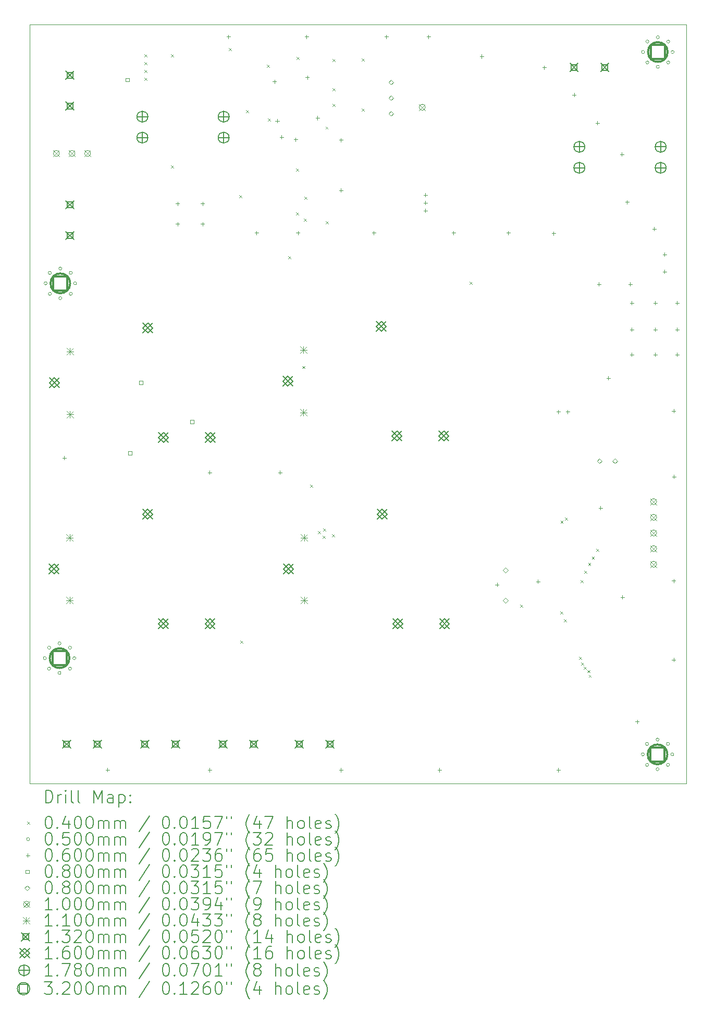
<source format=gbr>
%TF.GenerationSoftware,KiCad,Pcbnew,8.0.5*%
%TF.CreationDate,2024-12-11T17:18:18+01:00*%
%TF.ProjectId,12VSupport,31325653-7570-4706-9f72-742e6b696361,1.0*%
%TF.SameCoordinates,Original*%
%TF.FileFunction,Drillmap*%
%TF.FilePolarity,Positive*%
%FSLAX45Y45*%
G04 Gerber Fmt 4.5, Leading zero omitted, Abs format (unit mm)*
G04 Created by KiCad (PCBNEW 8.0.5) date 2024-12-11 17:18:18*
%MOMM*%
%LPD*%
G01*
G04 APERTURE LIST*
%ADD10C,0.050000*%
%ADD11C,0.200000*%
%ADD12C,0.100000*%
%ADD13C,0.110000*%
%ADD14C,0.132000*%
%ADD15C,0.160000*%
%ADD16C,0.178000*%
%ADD17C,0.320000*%
G04 APERTURE END LIST*
D10*
X4191000Y-4191000D02*
X4191000Y-16510000D01*
X14859000Y-4191000D02*
X4191000Y-4191000D01*
X14859000Y-4191000D02*
X14859000Y-16510000D01*
X14859000Y-16510000D02*
X4191000Y-16510000D01*
D11*
D12*
X6050600Y-4679000D02*
X6090600Y-4719000D01*
X6090600Y-4679000D02*
X6050600Y-4719000D01*
X6050600Y-4806000D02*
X6090600Y-4846000D01*
X6090600Y-4806000D02*
X6050600Y-4846000D01*
X6050600Y-4933000D02*
X6090600Y-4973000D01*
X6090600Y-4933000D02*
X6050600Y-4973000D01*
X6050600Y-5060000D02*
X6090600Y-5100000D01*
X6090600Y-5060000D02*
X6050600Y-5100000D01*
X6482400Y-4679000D02*
X6522400Y-4719000D01*
X6522400Y-4679000D02*
X6482400Y-4719000D01*
X6482400Y-6482400D02*
X6522400Y-6522400D01*
X6522400Y-6482400D02*
X6482400Y-6522400D01*
X7422200Y-4577400D02*
X7462200Y-4617400D01*
X7462200Y-4577400D02*
X7422200Y-4617400D01*
X7593800Y-6965000D02*
X7633800Y-7005000D01*
X7633800Y-6965000D02*
X7593800Y-7005000D01*
X7612700Y-14191300D02*
X7652700Y-14231300D01*
X7652700Y-14191300D02*
X7612700Y-14231300D01*
X7701600Y-5583050D02*
X7741600Y-5623050D01*
X7741600Y-5583050D02*
X7701600Y-5623050D01*
X8044500Y-4844100D02*
X8084500Y-4884100D01*
X8084500Y-4844100D02*
X8044500Y-4884100D01*
X8057200Y-5720400D02*
X8097200Y-5760400D01*
X8097200Y-5720400D02*
X8057200Y-5760400D01*
X8387400Y-7955600D02*
X8427400Y-7995600D01*
X8427400Y-7955600D02*
X8387400Y-7995600D01*
X8514400Y-6533200D02*
X8554400Y-6573200D01*
X8554400Y-6533200D02*
X8514400Y-6573200D01*
X8514400Y-7244400D02*
X8554400Y-7284400D01*
X8554400Y-7244400D02*
X8514400Y-7284400D01*
X8527100Y-4717100D02*
X8567100Y-4757100D01*
X8567100Y-4717100D02*
X8527100Y-4757100D01*
X8615800Y-9737575D02*
X8655800Y-9777575D01*
X8655800Y-9737575D02*
X8615800Y-9777575D01*
X8641400Y-7346000D02*
X8681400Y-7386000D01*
X8681400Y-7346000D02*
X8641400Y-7386000D01*
X8654100Y-6990400D02*
X8694100Y-7030400D01*
X8694100Y-6990400D02*
X8654100Y-7030400D01*
X8743000Y-11664000D02*
X8783000Y-11704000D01*
X8783000Y-11664000D02*
X8743000Y-11704000D01*
X8870000Y-12413300D02*
X8910000Y-12453300D01*
X8910000Y-12413300D02*
X8870000Y-12453300D01*
X8946200Y-12489500D02*
X8986200Y-12529500D01*
X8986200Y-12489500D02*
X8946200Y-12529500D01*
X8958900Y-12375200D02*
X8998900Y-12415200D01*
X8998900Y-12375200D02*
X8958900Y-12415200D01*
X8995203Y-5849197D02*
X9035203Y-5889197D01*
X9035203Y-5849197D02*
X8995203Y-5889197D01*
X8997000Y-7384100D02*
X9037000Y-7424100D01*
X9037000Y-7384100D02*
X8997000Y-7424100D01*
X9098600Y-12464100D02*
X9138600Y-12504100D01*
X9138600Y-12464100D02*
X9098600Y-12504100D01*
X9111300Y-4755200D02*
X9151300Y-4795200D01*
X9151300Y-4755200D02*
X9111300Y-4795200D01*
X9111300Y-5225100D02*
X9151300Y-5265100D01*
X9151300Y-5225100D02*
X9111300Y-5265100D01*
X9111300Y-5479100D02*
X9151300Y-5519100D01*
X9151300Y-5479100D02*
X9111300Y-5519100D01*
X9581200Y-4742500D02*
X9621200Y-4782500D01*
X9621200Y-4742500D02*
X9581200Y-4782500D01*
X9581200Y-5555300D02*
X9621200Y-5595300D01*
X9621200Y-5555300D02*
X9581200Y-5595300D01*
X11333800Y-8369850D02*
X11373800Y-8409850D01*
X11373800Y-8369850D02*
X11333800Y-8409850D01*
X12159300Y-13607100D02*
X12199300Y-13647100D01*
X12199300Y-13607100D02*
X12159300Y-13647100D01*
X12807000Y-13721400D02*
X12847000Y-13761400D01*
X12847000Y-13721400D02*
X12807000Y-13761400D01*
X12813200Y-12248200D02*
X12853200Y-12288200D01*
X12853200Y-12248200D02*
X12813200Y-12288200D01*
X12870500Y-13848400D02*
X12910500Y-13888400D01*
X12910500Y-13848400D02*
X12870500Y-13888400D01*
X12883200Y-12197400D02*
X12923200Y-12237400D01*
X12923200Y-12197400D02*
X12883200Y-12237400D01*
X13111800Y-14458000D02*
X13151800Y-14498000D01*
X13151800Y-14458000D02*
X13111800Y-14498000D01*
X13141200Y-13213400D02*
X13181200Y-13253400D01*
X13181200Y-13213400D02*
X13141200Y-13253400D01*
X13149900Y-14546900D02*
X13189900Y-14586900D01*
X13189900Y-14546900D02*
X13149900Y-14586900D01*
X13191060Y-14615500D02*
X13231060Y-14655500D01*
X13231060Y-14615500D02*
X13191060Y-14655500D01*
X13201200Y-13061000D02*
X13241200Y-13101000D01*
X13241200Y-13061000D02*
X13201200Y-13101000D01*
X13249683Y-14671957D02*
X13289683Y-14711957D01*
X13289683Y-14671957D02*
X13249683Y-14711957D01*
X13261200Y-12934000D02*
X13301200Y-12974000D01*
X13301200Y-12934000D02*
X13261200Y-12974000D01*
X13270913Y-14749089D02*
X13310913Y-14789089D01*
X13310913Y-14749089D02*
X13270913Y-14789089D01*
X13321200Y-12832400D02*
X13361200Y-12872400D01*
X13361200Y-12832400D02*
X13321200Y-12872400D01*
X13391200Y-12705400D02*
X13431200Y-12745400D01*
X13431200Y-12705400D02*
X13391200Y-12745400D01*
X4458600Y-14478000D02*
G75*
G02*
X4408600Y-14478000I-25000J0D01*
G01*
X4408600Y-14478000D02*
G75*
G02*
X4458600Y-14478000I25000J0D01*
G01*
X4471300Y-8394700D02*
G75*
G02*
X4421300Y-8394700I-25000J0D01*
G01*
X4421300Y-8394700D02*
G75*
G02*
X4471300Y-8394700I25000J0D01*
G01*
X4528894Y-14308294D02*
G75*
G02*
X4478894Y-14308294I-25000J0D01*
G01*
X4478894Y-14308294D02*
G75*
G02*
X4528894Y-14308294I25000J0D01*
G01*
X4528894Y-14647706D02*
G75*
G02*
X4478894Y-14647706I-25000J0D01*
G01*
X4478894Y-14647706D02*
G75*
G02*
X4528894Y-14647706I25000J0D01*
G01*
X4541594Y-8224994D02*
G75*
G02*
X4491594Y-8224994I-25000J0D01*
G01*
X4491594Y-8224994D02*
G75*
G02*
X4541594Y-8224994I25000J0D01*
G01*
X4541594Y-8564406D02*
G75*
G02*
X4491594Y-8564406I-25000J0D01*
G01*
X4491594Y-8564406D02*
G75*
G02*
X4541594Y-8564406I25000J0D01*
G01*
X4698600Y-14238000D02*
G75*
G02*
X4648600Y-14238000I-25000J0D01*
G01*
X4648600Y-14238000D02*
G75*
G02*
X4698600Y-14238000I25000J0D01*
G01*
X4698600Y-14718000D02*
G75*
G02*
X4648600Y-14718000I-25000J0D01*
G01*
X4648600Y-14718000D02*
G75*
G02*
X4698600Y-14718000I25000J0D01*
G01*
X4711300Y-8154700D02*
G75*
G02*
X4661300Y-8154700I-25000J0D01*
G01*
X4661300Y-8154700D02*
G75*
G02*
X4711300Y-8154700I25000J0D01*
G01*
X4711300Y-8634700D02*
G75*
G02*
X4661300Y-8634700I-25000J0D01*
G01*
X4661300Y-8634700D02*
G75*
G02*
X4711300Y-8634700I25000J0D01*
G01*
X4868306Y-14308294D02*
G75*
G02*
X4818306Y-14308294I-25000J0D01*
G01*
X4818306Y-14308294D02*
G75*
G02*
X4868306Y-14308294I25000J0D01*
G01*
X4868306Y-14647706D02*
G75*
G02*
X4818306Y-14647706I-25000J0D01*
G01*
X4818306Y-14647706D02*
G75*
G02*
X4868306Y-14647706I25000J0D01*
G01*
X4881006Y-8224994D02*
G75*
G02*
X4831006Y-8224994I-25000J0D01*
G01*
X4831006Y-8224994D02*
G75*
G02*
X4881006Y-8224994I25000J0D01*
G01*
X4881006Y-8564406D02*
G75*
G02*
X4831006Y-8564406I-25000J0D01*
G01*
X4831006Y-8564406D02*
G75*
G02*
X4881006Y-8564406I25000J0D01*
G01*
X4938600Y-14478000D02*
G75*
G02*
X4888600Y-14478000I-25000J0D01*
G01*
X4888600Y-14478000D02*
G75*
G02*
X4938600Y-14478000I25000J0D01*
G01*
X4951300Y-8394700D02*
G75*
G02*
X4901300Y-8394700I-25000J0D01*
G01*
X4901300Y-8394700D02*
G75*
G02*
X4951300Y-8394700I25000J0D01*
G01*
X14174100Y-16040100D02*
G75*
G02*
X14124100Y-16040100I-25000J0D01*
G01*
X14124100Y-16040100D02*
G75*
G02*
X14174100Y-16040100I25000J0D01*
G01*
X14178706Y-4640106D02*
G75*
G02*
X14128706Y-4640106I-25000J0D01*
G01*
X14128706Y-4640106D02*
G75*
G02*
X14178706Y-4640106I25000J0D01*
G01*
X14244394Y-15870394D02*
G75*
G02*
X14194394Y-15870394I-25000J0D01*
G01*
X14194394Y-15870394D02*
G75*
G02*
X14244394Y-15870394I25000J0D01*
G01*
X14244394Y-16209806D02*
G75*
G02*
X14194394Y-16209806I-25000J0D01*
G01*
X14194394Y-16209806D02*
G75*
G02*
X14244394Y-16209806I25000J0D01*
G01*
X14249000Y-4470400D02*
G75*
G02*
X14199000Y-4470400I-25000J0D01*
G01*
X14199000Y-4470400D02*
G75*
G02*
X14249000Y-4470400I25000J0D01*
G01*
X14249000Y-4809811D02*
G75*
G02*
X14199000Y-4809811I-25000J0D01*
G01*
X14199000Y-4809811D02*
G75*
G02*
X14249000Y-4809811I25000J0D01*
G01*
X14414100Y-15800100D02*
G75*
G02*
X14364100Y-15800100I-25000J0D01*
G01*
X14364100Y-15800100D02*
G75*
G02*
X14414100Y-15800100I25000J0D01*
G01*
X14414100Y-16280100D02*
G75*
G02*
X14364100Y-16280100I-25000J0D01*
G01*
X14364100Y-16280100D02*
G75*
G02*
X14414100Y-16280100I25000J0D01*
G01*
X14418706Y-4400106D02*
G75*
G02*
X14368706Y-4400106I-25000J0D01*
G01*
X14368706Y-4400106D02*
G75*
G02*
X14418706Y-4400106I25000J0D01*
G01*
X14418706Y-4880106D02*
G75*
G02*
X14368706Y-4880106I-25000J0D01*
G01*
X14368706Y-4880106D02*
G75*
G02*
X14418706Y-4880106I25000J0D01*
G01*
X14583806Y-15870394D02*
G75*
G02*
X14533806Y-15870394I-25000J0D01*
G01*
X14533806Y-15870394D02*
G75*
G02*
X14583806Y-15870394I25000J0D01*
G01*
X14583806Y-16209806D02*
G75*
G02*
X14533806Y-16209806I-25000J0D01*
G01*
X14533806Y-16209806D02*
G75*
G02*
X14583806Y-16209806I25000J0D01*
G01*
X14588411Y-4470400D02*
G75*
G02*
X14538411Y-4470400I-25000J0D01*
G01*
X14538411Y-4470400D02*
G75*
G02*
X14588411Y-4470400I25000J0D01*
G01*
X14588411Y-4809811D02*
G75*
G02*
X14538411Y-4809811I-25000J0D01*
G01*
X14538411Y-4809811D02*
G75*
G02*
X14588411Y-4809811I25000J0D01*
G01*
X14654100Y-16040100D02*
G75*
G02*
X14604100Y-16040100I-25000J0D01*
G01*
X14604100Y-16040100D02*
G75*
G02*
X14654100Y-16040100I25000J0D01*
G01*
X14658706Y-4640106D02*
G75*
G02*
X14608706Y-4640106I-25000J0D01*
G01*
X14608706Y-4640106D02*
G75*
G02*
X14658706Y-4640106I25000J0D01*
G01*
X4749800Y-11196800D02*
X4749800Y-11256800D01*
X4719800Y-11226800D02*
X4779800Y-11226800D01*
X5453200Y-16259200D02*
X5453200Y-16319200D01*
X5423200Y-16289200D02*
X5483200Y-16289200D01*
X6591300Y-7069300D02*
X6591300Y-7129300D01*
X6561300Y-7099300D02*
X6621300Y-7099300D01*
X6591300Y-7399500D02*
X6591300Y-7459500D01*
X6561300Y-7429500D02*
X6621300Y-7429500D01*
X6997700Y-7069300D02*
X6997700Y-7129300D01*
X6967700Y-7099300D02*
X7027700Y-7099300D01*
X6997700Y-7399500D02*
X6997700Y-7459500D01*
X6967700Y-7429500D02*
X7027700Y-7429500D01*
X7112000Y-11433250D02*
X7112000Y-11493250D01*
X7082000Y-11463250D02*
X7142000Y-11463250D01*
X7112000Y-16263000D02*
X7112000Y-16323000D01*
X7082000Y-16293000D02*
X7142000Y-16293000D01*
X7416800Y-4361100D02*
X7416800Y-4421100D01*
X7386800Y-4391100D02*
X7446800Y-4391100D01*
X7874000Y-7544100D02*
X7874000Y-7604100D01*
X7844000Y-7574100D02*
X7904000Y-7574100D01*
X8166100Y-5088100D02*
X8166100Y-5148100D01*
X8136100Y-5118100D02*
X8196100Y-5118100D01*
X8210550Y-5729450D02*
X8210550Y-5789450D01*
X8180550Y-5759450D02*
X8240550Y-5759450D01*
X8255000Y-11433250D02*
X8255000Y-11493250D01*
X8225000Y-11463250D02*
X8285000Y-11463250D01*
X8280400Y-5989800D02*
X8280400Y-6049800D01*
X8250400Y-6019800D02*
X8310400Y-6019800D01*
X8509000Y-6027900D02*
X8509000Y-6087900D01*
X8479000Y-6057900D02*
X8539000Y-6057900D01*
X8547100Y-7544100D02*
X8547100Y-7604100D01*
X8517100Y-7574100D02*
X8577100Y-7574100D01*
X8686800Y-4361100D02*
X8686800Y-4421100D01*
X8656800Y-4391100D02*
X8716800Y-4391100D01*
X8699500Y-5020500D02*
X8699500Y-5080500D01*
X8669500Y-5050500D02*
X8729500Y-5050500D01*
X8864600Y-5679197D02*
X8864600Y-5739197D01*
X8834600Y-5709197D02*
X8894600Y-5709197D01*
X9245600Y-6036500D02*
X9245600Y-6096500D01*
X9215600Y-6066500D02*
X9275600Y-6066500D01*
X9245600Y-6853400D02*
X9245600Y-6913400D01*
X9215600Y-6883400D02*
X9275600Y-6883400D01*
X9245600Y-16263000D02*
X9245600Y-16323000D01*
X9215600Y-16293000D02*
X9275600Y-16293000D01*
X9779000Y-7544100D02*
X9779000Y-7604100D01*
X9749000Y-7574100D02*
X9809000Y-7574100D01*
X9982200Y-4361100D02*
X9982200Y-4421100D01*
X9952200Y-4391100D02*
X10012200Y-4391100D01*
X10617200Y-6929600D02*
X10617200Y-6989600D01*
X10587200Y-6959600D02*
X10647200Y-6959600D01*
X10617200Y-7056600D02*
X10617200Y-7116600D01*
X10587200Y-7086600D02*
X10647200Y-7086600D01*
X10617200Y-7183600D02*
X10617200Y-7243600D01*
X10587200Y-7213600D02*
X10647200Y-7213600D01*
X10668000Y-4361100D02*
X10668000Y-4421100D01*
X10638000Y-4391100D02*
X10698000Y-4391100D01*
X10845800Y-16263000D02*
X10845800Y-16323000D01*
X10815800Y-16293000D02*
X10875800Y-16293000D01*
X11074400Y-7544100D02*
X11074400Y-7604100D01*
X11044400Y-7574100D02*
X11104400Y-7574100D01*
X11531600Y-4680000D02*
X11531600Y-4740000D01*
X11501600Y-4710000D02*
X11561600Y-4710000D01*
X11782500Y-13254200D02*
X11782500Y-13314200D01*
X11752500Y-13284200D02*
X11812500Y-13284200D01*
X11963400Y-7544100D02*
X11963400Y-7604100D01*
X11933400Y-7574100D02*
X11993400Y-7574100D01*
X12446000Y-13203400D02*
X12446000Y-13263400D01*
X12416000Y-13233400D02*
X12476000Y-13233400D01*
X12547600Y-4859500D02*
X12547600Y-4919500D01*
X12517600Y-4889500D02*
X12577600Y-4889500D01*
X12700000Y-7551900D02*
X12700000Y-7611900D01*
X12670000Y-7581900D02*
X12730000Y-7581900D01*
X12776200Y-10447500D02*
X12776200Y-10507500D01*
X12746200Y-10477500D02*
X12806200Y-10477500D01*
X12776200Y-16263000D02*
X12776200Y-16323000D01*
X12746200Y-16293000D02*
X12806200Y-16293000D01*
X12928600Y-10447500D02*
X12928600Y-10507500D01*
X12898600Y-10477500D02*
X12958600Y-10477500D01*
X13033100Y-5304000D02*
X13033100Y-5364000D01*
X13003100Y-5334000D02*
X13063100Y-5334000D01*
X13411200Y-5761200D02*
X13411200Y-5821200D01*
X13381200Y-5791200D02*
X13441200Y-5791200D01*
X13436600Y-8377400D02*
X13436600Y-8437400D01*
X13406600Y-8407400D02*
X13466600Y-8407400D01*
X13462000Y-12009600D02*
X13462000Y-12069600D01*
X13432000Y-12039600D02*
X13492000Y-12039600D01*
X13587800Y-9900200D02*
X13587800Y-9960200D01*
X13557800Y-9930200D02*
X13617800Y-9930200D01*
X13808500Y-6269200D02*
X13808500Y-6329200D01*
X13778500Y-6299200D02*
X13838500Y-6299200D01*
X13817600Y-13457400D02*
X13817600Y-13517400D01*
X13787600Y-13487400D02*
X13847600Y-13487400D01*
X13894600Y-7043100D02*
X13894600Y-7103100D01*
X13864600Y-7073100D02*
X13924600Y-7073100D01*
X13944600Y-8377400D02*
X13944600Y-8437400D01*
X13914600Y-8407400D02*
X13974600Y-8407400D01*
X13970000Y-8682200D02*
X13970000Y-8742200D01*
X13940000Y-8712200D02*
X14000000Y-8712200D01*
X13970000Y-9114000D02*
X13970000Y-9174000D01*
X13940000Y-9144000D02*
X14000000Y-9144000D01*
X13970000Y-9520400D02*
X13970000Y-9580400D01*
X13940000Y-9550400D02*
X14000000Y-9550400D01*
X14058900Y-15476700D02*
X14058900Y-15536700D01*
X14028900Y-15506700D02*
X14088900Y-15506700D01*
X14332750Y-7481250D02*
X14332750Y-7541250D01*
X14302750Y-7511250D02*
X14362750Y-7511250D01*
X14351000Y-8682200D02*
X14351000Y-8742200D01*
X14321000Y-8712200D02*
X14381000Y-8712200D01*
X14351000Y-9114000D02*
X14351000Y-9174000D01*
X14321000Y-9144000D02*
X14381000Y-9144000D01*
X14351000Y-9520400D02*
X14351000Y-9580400D01*
X14321000Y-9550400D02*
X14381000Y-9550400D01*
X14505000Y-7894800D02*
X14505000Y-7954800D01*
X14475000Y-7924800D02*
X14535000Y-7924800D01*
X14505000Y-8174200D02*
X14505000Y-8234200D01*
X14475000Y-8204200D02*
X14535000Y-8204200D01*
X14651500Y-10434800D02*
X14651500Y-10494800D01*
X14621500Y-10464800D02*
X14681500Y-10464800D01*
X14651500Y-13190700D02*
X14651500Y-13250700D01*
X14621500Y-13220700D02*
X14681500Y-13220700D01*
X14651500Y-14473400D02*
X14651500Y-14533400D01*
X14621500Y-14503400D02*
X14681500Y-14503400D01*
X14655800Y-11501600D02*
X14655800Y-11561600D01*
X14625800Y-11531600D02*
X14685800Y-11531600D01*
X14706600Y-8682200D02*
X14706600Y-8742200D01*
X14676600Y-8712200D02*
X14736600Y-8712200D01*
X14706600Y-9114000D02*
X14706600Y-9174000D01*
X14676600Y-9144000D02*
X14736600Y-9144000D01*
X14706600Y-9520400D02*
X14706600Y-9580400D01*
X14676600Y-9550400D02*
X14736600Y-9550400D01*
X5806784Y-5120985D02*
X5806784Y-5064416D01*
X5750215Y-5064416D01*
X5750215Y-5120985D01*
X5806784Y-5120985D01*
X5844884Y-11178885D02*
X5844884Y-11122316D01*
X5788315Y-11122316D01*
X5788315Y-11178885D01*
X5844884Y-11178885D01*
X6022684Y-10035885D02*
X6022684Y-9979316D01*
X5966115Y-9979316D01*
X5966115Y-10035885D01*
X6022684Y-10035885D01*
X6856784Y-10666785D02*
X6856784Y-10610216D01*
X6800215Y-10610216D01*
X6800215Y-10666785D01*
X6856784Y-10666785D01*
X10058400Y-5170800D02*
X10098400Y-5130800D01*
X10058400Y-5090800D01*
X10018400Y-5130800D01*
X10058400Y-5170800D01*
X10058400Y-5424800D02*
X10098400Y-5384800D01*
X10058400Y-5344800D01*
X10018400Y-5384800D01*
X10058400Y-5424800D01*
X10058400Y-5678800D02*
X10098400Y-5638800D01*
X10058400Y-5598800D01*
X10018400Y-5638800D01*
X10058400Y-5678800D01*
X11917500Y-13091900D02*
X11957500Y-13051900D01*
X11917500Y-13011900D01*
X11877500Y-13051900D01*
X11917500Y-13091900D01*
X11917500Y-13581900D02*
X11957500Y-13541900D01*
X11917500Y-13501900D01*
X11877500Y-13541900D01*
X11917500Y-13581900D01*
X13445362Y-11317600D02*
X13485362Y-11277600D01*
X13445362Y-11237600D01*
X13405362Y-11277600D01*
X13445362Y-11317600D01*
X13695362Y-11317600D02*
X13735362Y-11277600D01*
X13695362Y-11237600D01*
X13655362Y-11277600D01*
X13695362Y-11317600D01*
X4572800Y-6236500D02*
X4672800Y-6336500D01*
X4672800Y-6236500D02*
X4572800Y-6336500D01*
X4672800Y-6286500D02*
G75*
G02*
X4572800Y-6286500I-50000J0D01*
G01*
X4572800Y-6286500D02*
G75*
G02*
X4672800Y-6286500I50000J0D01*
G01*
X4826800Y-6236500D02*
X4926800Y-6336500D01*
X4926800Y-6236500D02*
X4826800Y-6336500D01*
X4926800Y-6286500D02*
G75*
G02*
X4826800Y-6286500I-50000J0D01*
G01*
X4826800Y-6286500D02*
G75*
G02*
X4926800Y-6286500I50000J0D01*
G01*
X5080800Y-6236500D02*
X5180800Y-6336500D01*
X5180800Y-6236500D02*
X5080800Y-6336500D01*
X5180800Y-6286500D02*
G75*
G02*
X5080800Y-6286500I-50000J0D01*
G01*
X5080800Y-6286500D02*
G75*
G02*
X5180800Y-6286500I50000J0D01*
G01*
X10516400Y-5487200D02*
X10616400Y-5587200D01*
X10616400Y-5487200D02*
X10516400Y-5587200D01*
X10616400Y-5537200D02*
G75*
G02*
X10516400Y-5537200I-50000J0D01*
G01*
X10516400Y-5537200D02*
G75*
G02*
X10616400Y-5537200I50000J0D01*
G01*
X14275600Y-11888500D02*
X14375600Y-11988500D01*
X14375600Y-11888500D02*
X14275600Y-11988500D01*
X14375600Y-11938500D02*
G75*
G02*
X14275600Y-11938500I-50000J0D01*
G01*
X14275600Y-11938500D02*
G75*
G02*
X14375600Y-11938500I50000J0D01*
G01*
X14275600Y-12142500D02*
X14375600Y-12242500D01*
X14375600Y-12142500D02*
X14275600Y-12242500D01*
X14375600Y-12192500D02*
G75*
G02*
X14275600Y-12192500I-50000J0D01*
G01*
X14275600Y-12192500D02*
G75*
G02*
X14375600Y-12192500I50000J0D01*
G01*
X14275600Y-12396500D02*
X14375600Y-12496500D01*
X14375600Y-12396500D02*
X14275600Y-12496500D01*
X14375600Y-12446500D02*
G75*
G02*
X14275600Y-12446500I-50000J0D01*
G01*
X14275600Y-12446500D02*
G75*
G02*
X14375600Y-12446500I50000J0D01*
G01*
X14275600Y-12650500D02*
X14375600Y-12750500D01*
X14375600Y-12650500D02*
X14275600Y-12750500D01*
X14375600Y-12700500D02*
G75*
G02*
X14275600Y-12700500I-50000J0D01*
G01*
X14275600Y-12700500D02*
G75*
G02*
X14375600Y-12700500I50000J0D01*
G01*
X14275600Y-12904500D02*
X14375600Y-13004500D01*
X14375600Y-12904500D02*
X14275600Y-13004500D01*
X14375600Y-12954500D02*
G75*
G02*
X14275600Y-12954500I-50000J0D01*
G01*
X14275600Y-12954500D02*
G75*
G02*
X14375600Y-12954500I50000J0D01*
G01*
D13*
X4783500Y-12466000D02*
X4893500Y-12576000D01*
X4893500Y-12466000D02*
X4783500Y-12576000D01*
X4838500Y-12466000D02*
X4838500Y-12576000D01*
X4783500Y-12521000D02*
X4893500Y-12521000D01*
X4783500Y-13486000D02*
X4893500Y-13596000D01*
X4893500Y-13486000D02*
X4783500Y-13596000D01*
X4838500Y-13486000D02*
X4838500Y-13596000D01*
X4783500Y-13541000D02*
X4893500Y-13541000D01*
X4787700Y-9443600D02*
X4897700Y-9553600D01*
X4897700Y-9443600D02*
X4787700Y-9553600D01*
X4842700Y-9443600D02*
X4842700Y-9553600D01*
X4787700Y-9498600D02*
X4897700Y-9498600D01*
X4787700Y-10463600D02*
X4897700Y-10573600D01*
X4897700Y-10463600D02*
X4787700Y-10573600D01*
X4842700Y-10463600D02*
X4842700Y-10573600D01*
X4787700Y-10518600D02*
X4897700Y-10518600D01*
X8580800Y-9418000D02*
X8690800Y-9528000D01*
X8690800Y-9418000D02*
X8580800Y-9528000D01*
X8635800Y-9418000D02*
X8635800Y-9528000D01*
X8580800Y-9473000D02*
X8690800Y-9473000D01*
X8580800Y-10438000D02*
X8690800Y-10548000D01*
X8690800Y-10438000D02*
X8580800Y-10548000D01*
X8635800Y-10438000D02*
X8635800Y-10548000D01*
X8580800Y-10493000D02*
X8690800Y-10493000D01*
X8593500Y-12466000D02*
X8703500Y-12576000D01*
X8703500Y-12466000D02*
X8593500Y-12576000D01*
X8648500Y-12466000D02*
X8648500Y-12576000D01*
X8593500Y-12521000D02*
X8703500Y-12521000D01*
X8593500Y-13486000D02*
X8703500Y-13596000D01*
X8703500Y-13486000D02*
X8593500Y-13596000D01*
X8648500Y-13486000D02*
X8648500Y-13596000D01*
X8593500Y-13541000D02*
X8703500Y-13541000D01*
D14*
X4722300Y-15809000D02*
X4854300Y-15941000D01*
X4854300Y-15809000D02*
X4722300Y-15941000D01*
X4834970Y-15921669D02*
X4834970Y-15828330D01*
X4741631Y-15828330D01*
X4741631Y-15921669D01*
X4834970Y-15921669D01*
X4775050Y-4950500D02*
X4907050Y-5082500D01*
X4907050Y-4950500D02*
X4775050Y-5082500D01*
X4887720Y-5063170D02*
X4887720Y-4969831D01*
X4794381Y-4969831D01*
X4794381Y-5063170D01*
X4887720Y-5063170D01*
X4775050Y-5450500D02*
X4907050Y-5582500D01*
X4907050Y-5450500D02*
X4775050Y-5582500D01*
X4887720Y-5563170D02*
X4887720Y-5469831D01*
X4794381Y-5469831D01*
X4794381Y-5563170D01*
X4887720Y-5563170D01*
X4775050Y-7054000D02*
X4907050Y-7186000D01*
X4907050Y-7054000D02*
X4775050Y-7186000D01*
X4887720Y-7166669D02*
X4887720Y-7073330D01*
X4794381Y-7073330D01*
X4794381Y-7166669D01*
X4887720Y-7166669D01*
X4775050Y-7554000D02*
X4907050Y-7686000D01*
X4907050Y-7554000D02*
X4775050Y-7686000D01*
X4887720Y-7666669D02*
X4887720Y-7573330D01*
X4794381Y-7573330D01*
X4794381Y-7666669D01*
X4887720Y-7666669D01*
X5222300Y-15809000D02*
X5354300Y-15941000D01*
X5354300Y-15809000D02*
X5222300Y-15941000D01*
X5334970Y-15921669D02*
X5334970Y-15828330D01*
X5241631Y-15828330D01*
X5241631Y-15921669D01*
X5334970Y-15921669D01*
X5992300Y-15809000D02*
X6124300Y-15941000D01*
X6124300Y-15809000D02*
X5992300Y-15941000D01*
X6104969Y-15921669D02*
X6104969Y-15828330D01*
X6011630Y-15828330D01*
X6011630Y-15921669D01*
X6104969Y-15921669D01*
X6492300Y-15809000D02*
X6624300Y-15941000D01*
X6624300Y-15809000D02*
X6492300Y-15941000D01*
X6604969Y-15921669D02*
X6604969Y-15828330D01*
X6511630Y-15828330D01*
X6511630Y-15921669D01*
X6604969Y-15921669D01*
X7262300Y-15809000D02*
X7394300Y-15941000D01*
X7394300Y-15809000D02*
X7262300Y-15941000D01*
X7374969Y-15921669D02*
X7374969Y-15828330D01*
X7281630Y-15828330D01*
X7281630Y-15921669D01*
X7374969Y-15921669D01*
X7762300Y-15809000D02*
X7894300Y-15941000D01*
X7894300Y-15809000D02*
X7762300Y-15941000D01*
X7874969Y-15921669D02*
X7874969Y-15828330D01*
X7781630Y-15828330D01*
X7781630Y-15921669D01*
X7874969Y-15921669D01*
X8501800Y-15809000D02*
X8633800Y-15941000D01*
X8633800Y-15809000D02*
X8501800Y-15941000D01*
X8614470Y-15921669D02*
X8614470Y-15828330D01*
X8521131Y-15828330D01*
X8521131Y-15921669D01*
X8614470Y-15921669D01*
X9001800Y-15809000D02*
X9133800Y-15941000D01*
X9133800Y-15809000D02*
X9001800Y-15941000D01*
X9114470Y-15921669D02*
X9114470Y-15828330D01*
X9021131Y-15828330D01*
X9021131Y-15921669D01*
X9114470Y-15921669D01*
X12967100Y-4823500D02*
X13099100Y-4955500D01*
X13099100Y-4823500D02*
X12967100Y-4955500D01*
X13079769Y-4936170D02*
X13079769Y-4842831D01*
X12986430Y-4842831D01*
X12986430Y-4936170D01*
X13079769Y-4936170D01*
X13467100Y-4823500D02*
X13599100Y-4955500D01*
X13599100Y-4823500D02*
X13467100Y-4955500D01*
X13579769Y-4936170D02*
X13579769Y-4842831D01*
X13486430Y-4842831D01*
X13486430Y-4936170D01*
X13579769Y-4936170D01*
D15*
X4504500Y-12951000D02*
X4664500Y-13111000D01*
X4664500Y-12951000D02*
X4504500Y-13111000D01*
X4584500Y-13111000D02*
X4664500Y-13031000D01*
X4584500Y-12951000D01*
X4504500Y-13031000D01*
X4584500Y-13111000D01*
X4508700Y-9928600D02*
X4668700Y-10088600D01*
X4668700Y-9928600D02*
X4508700Y-10088600D01*
X4588700Y-10088600D02*
X4668700Y-10008600D01*
X4588700Y-9928600D01*
X4508700Y-10008600D01*
X4588700Y-10088600D01*
X6024500Y-12061000D02*
X6184500Y-12221000D01*
X6184500Y-12061000D02*
X6024500Y-12221000D01*
X6104500Y-12221000D02*
X6184500Y-12141000D01*
X6104500Y-12061000D01*
X6024500Y-12141000D01*
X6104500Y-12221000D01*
X6028700Y-9038600D02*
X6188700Y-9198600D01*
X6188700Y-9038600D02*
X6028700Y-9198600D01*
X6108700Y-9198600D02*
X6188700Y-9118600D01*
X6108700Y-9038600D01*
X6028700Y-9118600D01*
X6108700Y-9198600D01*
X6278500Y-13841000D02*
X6438500Y-14001000D01*
X6438500Y-13841000D02*
X6278500Y-14001000D01*
X6358500Y-14001000D02*
X6438500Y-13921000D01*
X6358500Y-13841000D01*
X6278500Y-13921000D01*
X6358500Y-14001000D01*
X6282700Y-10818600D02*
X6442700Y-10978600D01*
X6442700Y-10818600D02*
X6282700Y-10978600D01*
X6362700Y-10978600D02*
X6442700Y-10898600D01*
X6362700Y-10818600D01*
X6282700Y-10898600D01*
X6362700Y-10978600D01*
X7038500Y-13841000D02*
X7198500Y-14001000D01*
X7198500Y-13841000D02*
X7038500Y-14001000D01*
X7118500Y-14001000D02*
X7198500Y-13921000D01*
X7118500Y-13841000D01*
X7038500Y-13921000D01*
X7118500Y-14001000D01*
X7042700Y-10818600D02*
X7202700Y-10978600D01*
X7202700Y-10818600D02*
X7042700Y-10978600D01*
X7122700Y-10978600D02*
X7202700Y-10898600D01*
X7122700Y-10818600D01*
X7042700Y-10898600D01*
X7122700Y-10978600D01*
X8301800Y-9903000D02*
X8461800Y-10063000D01*
X8461800Y-9903000D02*
X8301800Y-10063000D01*
X8381800Y-10063000D02*
X8461800Y-9983000D01*
X8381800Y-9903000D01*
X8301800Y-9983000D01*
X8381800Y-10063000D01*
X8314500Y-12951000D02*
X8474500Y-13111000D01*
X8474500Y-12951000D02*
X8314500Y-13111000D01*
X8394500Y-13111000D02*
X8474500Y-13031000D01*
X8394500Y-12951000D01*
X8314500Y-13031000D01*
X8394500Y-13111000D01*
X9821800Y-9013000D02*
X9981800Y-9173000D01*
X9981800Y-9013000D02*
X9821800Y-9173000D01*
X9901800Y-9173000D02*
X9981800Y-9093000D01*
X9901800Y-9013000D01*
X9821800Y-9093000D01*
X9901800Y-9173000D01*
X9834500Y-12061000D02*
X9994500Y-12221000D01*
X9994500Y-12061000D02*
X9834500Y-12221000D01*
X9914500Y-12221000D02*
X9994500Y-12141000D01*
X9914500Y-12061000D01*
X9834500Y-12141000D01*
X9914500Y-12221000D01*
X10075800Y-10793000D02*
X10235800Y-10953000D01*
X10235800Y-10793000D02*
X10075800Y-10953000D01*
X10155800Y-10953000D02*
X10235800Y-10873000D01*
X10155800Y-10793000D01*
X10075800Y-10873000D01*
X10155800Y-10953000D01*
X10088500Y-13841000D02*
X10248500Y-14001000D01*
X10248500Y-13841000D02*
X10088500Y-14001000D01*
X10168500Y-14001000D02*
X10248500Y-13921000D01*
X10168500Y-13841000D01*
X10088500Y-13921000D01*
X10168500Y-14001000D01*
X10835800Y-10793000D02*
X10995800Y-10953000D01*
X10995800Y-10793000D02*
X10835800Y-10953000D01*
X10915800Y-10953000D02*
X10995800Y-10873000D01*
X10915800Y-10793000D01*
X10835800Y-10873000D01*
X10915800Y-10953000D01*
X10848500Y-13841000D02*
X11008500Y-14001000D01*
X11008500Y-13841000D02*
X10848500Y-14001000D01*
X10928500Y-14001000D02*
X11008500Y-13921000D01*
X10928500Y-13841000D01*
X10848500Y-13921000D01*
X10928500Y-14001000D01*
D16*
X6019800Y-5600600D02*
X6019800Y-5778600D01*
X5930800Y-5689600D02*
X6108800Y-5689600D01*
X6108800Y-5689600D02*
G75*
G02*
X5930800Y-5689600I-89000J0D01*
G01*
X5930800Y-5689600D02*
G75*
G02*
X6108800Y-5689600I89000J0D01*
G01*
X6019800Y-5940600D02*
X6019800Y-6118600D01*
X5930800Y-6029600D02*
X6108800Y-6029600D01*
X6108800Y-6029600D02*
G75*
G02*
X5930800Y-6029600I-89000J0D01*
G01*
X5930800Y-6029600D02*
G75*
G02*
X6108800Y-6029600I89000J0D01*
G01*
X7340600Y-5600600D02*
X7340600Y-5778600D01*
X7251600Y-5689600D02*
X7429600Y-5689600D01*
X7429600Y-5689600D02*
G75*
G02*
X7251600Y-5689600I-89000J0D01*
G01*
X7251600Y-5689600D02*
G75*
G02*
X7429600Y-5689600I89000J0D01*
G01*
X7340600Y-5940600D02*
X7340600Y-6118600D01*
X7251600Y-6029600D02*
X7429600Y-6029600D01*
X7429600Y-6029600D02*
G75*
G02*
X7251600Y-6029600I-89000J0D01*
G01*
X7251600Y-6029600D02*
G75*
G02*
X7429600Y-6029600I89000J0D01*
G01*
X13118500Y-6090300D02*
X13118500Y-6268300D01*
X13029500Y-6179300D02*
X13207500Y-6179300D01*
X13207500Y-6179300D02*
G75*
G02*
X13029500Y-6179300I-89000J0D01*
G01*
X13029500Y-6179300D02*
G75*
G02*
X13207500Y-6179300I89000J0D01*
G01*
X13118500Y-6430300D02*
X13118500Y-6608300D01*
X13029500Y-6519300D02*
X13207500Y-6519300D01*
X13207500Y-6519300D02*
G75*
G02*
X13029500Y-6519300I-89000J0D01*
G01*
X13029500Y-6519300D02*
G75*
G02*
X13207500Y-6519300I89000J0D01*
G01*
X14439300Y-6090300D02*
X14439300Y-6268300D01*
X14350300Y-6179300D02*
X14528300Y-6179300D01*
X14528300Y-6179300D02*
G75*
G02*
X14350300Y-6179300I-89000J0D01*
G01*
X14350300Y-6179300D02*
G75*
G02*
X14528300Y-6179300I89000J0D01*
G01*
X14439300Y-6430300D02*
X14439300Y-6608300D01*
X14350300Y-6519300D02*
X14528300Y-6519300D01*
X14528300Y-6519300D02*
G75*
G02*
X14350300Y-6519300I-89000J0D01*
G01*
X14350300Y-6519300D02*
G75*
G02*
X14528300Y-6519300I89000J0D01*
G01*
D17*
X4786738Y-14591138D02*
X4786738Y-14364862D01*
X4560462Y-14364862D01*
X4560462Y-14591138D01*
X4786738Y-14591138D01*
X4833600Y-14478000D02*
G75*
G02*
X4513600Y-14478000I-160000J0D01*
G01*
X4513600Y-14478000D02*
G75*
G02*
X4833600Y-14478000I160000J0D01*
G01*
X4799438Y-8507838D02*
X4799438Y-8281562D01*
X4573162Y-8281562D01*
X4573162Y-8507838D01*
X4799438Y-8507838D01*
X4846300Y-8394700D02*
G75*
G02*
X4526300Y-8394700I-160000J0D01*
G01*
X4526300Y-8394700D02*
G75*
G02*
X4846300Y-8394700I160000J0D01*
G01*
X14502238Y-16153238D02*
X14502238Y-15926962D01*
X14275962Y-15926962D01*
X14275962Y-16153238D01*
X14502238Y-16153238D01*
X14549100Y-16040100D02*
G75*
G02*
X14229100Y-16040100I-160000J0D01*
G01*
X14229100Y-16040100D02*
G75*
G02*
X14549100Y-16040100I160000J0D01*
G01*
X14506844Y-4753244D02*
X14506844Y-4526967D01*
X14280567Y-4526967D01*
X14280567Y-4753244D01*
X14506844Y-4753244D01*
X14553706Y-4640106D02*
G75*
G02*
X14233706Y-4640106I-160000J0D01*
G01*
X14233706Y-4640106D02*
G75*
G02*
X14553706Y-4640106I160000J0D01*
G01*
D11*
X4449277Y-16823984D02*
X4449277Y-16623984D01*
X4449277Y-16623984D02*
X4496896Y-16623984D01*
X4496896Y-16623984D02*
X4525467Y-16633508D01*
X4525467Y-16633508D02*
X4544515Y-16652555D01*
X4544515Y-16652555D02*
X4554039Y-16671603D01*
X4554039Y-16671603D02*
X4563563Y-16709698D01*
X4563563Y-16709698D02*
X4563563Y-16738269D01*
X4563563Y-16738269D02*
X4554039Y-16776365D01*
X4554039Y-16776365D02*
X4544515Y-16795412D01*
X4544515Y-16795412D02*
X4525467Y-16814460D01*
X4525467Y-16814460D02*
X4496896Y-16823984D01*
X4496896Y-16823984D02*
X4449277Y-16823984D01*
X4649277Y-16823984D02*
X4649277Y-16690650D01*
X4649277Y-16728746D02*
X4658801Y-16709698D01*
X4658801Y-16709698D02*
X4668324Y-16700174D01*
X4668324Y-16700174D02*
X4687372Y-16690650D01*
X4687372Y-16690650D02*
X4706420Y-16690650D01*
X4773086Y-16823984D02*
X4773086Y-16690650D01*
X4773086Y-16623984D02*
X4763563Y-16633508D01*
X4763563Y-16633508D02*
X4773086Y-16643031D01*
X4773086Y-16643031D02*
X4782610Y-16633508D01*
X4782610Y-16633508D02*
X4773086Y-16623984D01*
X4773086Y-16623984D02*
X4773086Y-16643031D01*
X4896896Y-16823984D02*
X4877848Y-16814460D01*
X4877848Y-16814460D02*
X4868324Y-16795412D01*
X4868324Y-16795412D02*
X4868324Y-16623984D01*
X5001658Y-16823984D02*
X4982610Y-16814460D01*
X4982610Y-16814460D02*
X4973086Y-16795412D01*
X4973086Y-16795412D02*
X4973086Y-16623984D01*
X5230229Y-16823984D02*
X5230229Y-16623984D01*
X5230229Y-16623984D02*
X5296896Y-16766841D01*
X5296896Y-16766841D02*
X5363563Y-16623984D01*
X5363563Y-16623984D02*
X5363563Y-16823984D01*
X5544515Y-16823984D02*
X5544515Y-16719222D01*
X5544515Y-16719222D02*
X5534991Y-16700174D01*
X5534991Y-16700174D02*
X5515944Y-16690650D01*
X5515944Y-16690650D02*
X5477848Y-16690650D01*
X5477848Y-16690650D02*
X5458801Y-16700174D01*
X5544515Y-16814460D02*
X5525467Y-16823984D01*
X5525467Y-16823984D02*
X5477848Y-16823984D01*
X5477848Y-16823984D02*
X5458801Y-16814460D01*
X5458801Y-16814460D02*
X5449277Y-16795412D01*
X5449277Y-16795412D02*
X5449277Y-16776365D01*
X5449277Y-16776365D02*
X5458801Y-16757317D01*
X5458801Y-16757317D02*
X5477848Y-16747793D01*
X5477848Y-16747793D02*
X5525467Y-16747793D01*
X5525467Y-16747793D02*
X5544515Y-16738269D01*
X5639753Y-16690650D02*
X5639753Y-16890650D01*
X5639753Y-16700174D02*
X5658801Y-16690650D01*
X5658801Y-16690650D02*
X5696896Y-16690650D01*
X5696896Y-16690650D02*
X5715943Y-16700174D01*
X5715943Y-16700174D02*
X5725467Y-16709698D01*
X5725467Y-16709698D02*
X5734991Y-16728746D01*
X5734991Y-16728746D02*
X5734991Y-16785889D01*
X5734991Y-16785889D02*
X5725467Y-16804936D01*
X5725467Y-16804936D02*
X5715943Y-16814460D01*
X5715943Y-16814460D02*
X5696896Y-16823984D01*
X5696896Y-16823984D02*
X5658801Y-16823984D01*
X5658801Y-16823984D02*
X5639753Y-16814460D01*
X5820705Y-16804936D02*
X5830229Y-16814460D01*
X5830229Y-16814460D02*
X5820705Y-16823984D01*
X5820705Y-16823984D02*
X5811182Y-16814460D01*
X5811182Y-16814460D02*
X5820705Y-16804936D01*
X5820705Y-16804936D02*
X5820705Y-16823984D01*
X5820705Y-16700174D02*
X5830229Y-16709698D01*
X5830229Y-16709698D02*
X5820705Y-16719222D01*
X5820705Y-16719222D02*
X5811182Y-16709698D01*
X5811182Y-16709698D02*
X5820705Y-16700174D01*
X5820705Y-16700174D02*
X5820705Y-16719222D01*
D12*
X4148500Y-17132500D02*
X4188500Y-17172500D01*
X4188500Y-17132500D02*
X4148500Y-17172500D01*
D11*
X4487372Y-17043984D02*
X4506420Y-17043984D01*
X4506420Y-17043984D02*
X4525467Y-17053508D01*
X4525467Y-17053508D02*
X4534991Y-17063031D01*
X4534991Y-17063031D02*
X4544515Y-17082079D01*
X4544515Y-17082079D02*
X4554039Y-17120174D01*
X4554039Y-17120174D02*
X4554039Y-17167793D01*
X4554039Y-17167793D02*
X4544515Y-17205889D01*
X4544515Y-17205889D02*
X4534991Y-17224936D01*
X4534991Y-17224936D02*
X4525467Y-17234460D01*
X4525467Y-17234460D02*
X4506420Y-17243984D01*
X4506420Y-17243984D02*
X4487372Y-17243984D01*
X4487372Y-17243984D02*
X4468324Y-17234460D01*
X4468324Y-17234460D02*
X4458801Y-17224936D01*
X4458801Y-17224936D02*
X4449277Y-17205889D01*
X4449277Y-17205889D02*
X4439753Y-17167793D01*
X4439753Y-17167793D02*
X4439753Y-17120174D01*
X4439753Y-17120174D02*
X4449277Y-17082079D01*
X4449277Y-17082079D02*
X4458801Y-17063031D01*
X4458801Y-17063031D02*
X4468324Y-17053508D01*
X4468324Y-17053508D02*
X4487372Y-17043984D01*
X4639753Y-17224936D02*
X4649277Y-17234460D01*
X4649277Y-17234460D02*
X4639753Y-17243984D01*
X4639753Y-17243984D02*
X4630229Y-17234460D01*
X4630229Y-17234460D02*
X4639753Y-17224936D01*
X4639753Y-17224936D02*
X4639753Y-17243984D01*
X4820705Y-17110650D02*
X4820705Y-17243984D01*
X4773086Y-17034460D02*
X4725467Y-17177317D01*
X4725467Y-17177317D02*
X4849277Y-17177317D01*
X4963563Y-17043984D02*
X4982610Y-17043984D01*
X4982610Y-17043984D02*
X5001658Y-17053508D01*
X5001658Y-17053508D02*
X5011182Y-17063031D01*
X5011182Y-17063031D02*
X5020705Y-17082079D01*
X5020705Y-17082079D02*
X5030229Y-17120174D01*
X5030229Y-17120174D02*
X5030229Y-17167793D01*
X5030229Y-17167793D02*
X5020705Y-17205889D01*
X5020705Y-17205889D02*
X5011182Y-17224936D01*
X5011182Y-17224936D02*
X5001658Y-17234460D01*
X5001658Y-17234460D02*
X4982610Y-17243984D01*
X4982610Y-17243984D02*
X4963563Y-17243984D01*
X4963563Y-17243984D02*
X4944515Y-17234460D01*
X4944515Y-17234460D02*
X4934991Y-17224936D01*
X4934991Y-17224936D02*
X4925467Y-17205889D01*
X4925467Y-17205889D02*
X4915944Y-17167793D01*
X4915944Y-17167793D02*
X4915944Y-17120174D01*
X4915944Y-17120174D02*
X4925467Y-17082079D01*
X4925467Y-17082079D02*
X4934991Y-17063031D01*
X4934991Y-17063031D02*
X4944515Y-17053508D01*
X4944515Y-17053508D02*
X4963563Y-17043984D01*
X5154039Y-17043984D02*
X5173086Y-17043984D01*
X5173086Y-17043984D02*
X5192134Y-17053508D01*
X5192134Y-17053508D02*
X5201658Y-17063031D01*
X5201658Y-17063031D02*
X5211182Y-17082079D01*
X5211182Y-17082079D02*
X5220705Y-17120174D01*
X5220705Y-17120174D02*
X5220705Y-17167793D01*
X5220705Y-17167793D02*
X5211182Y-17205889D01*
X5211182Y-17205889D02*
X5201658Y-17224936D01*
X5201658Y-17224936D02*
X5192134Y-17234460D01*
X5192134Y-17234460D02*
X5173086Y-17243984D01*
X5173086Y-17243984D02*
X5154039Y-17243984D01*
X5154039Y-17243984D02*
X5134991Y-17234460D01*
X5134991Y-17234460D02*
X5125467Y-17224936D01*
X5125467Y-17224936D02*
X5115944Y-17205889D01*
X5115944Y-17205889D02*
X5106420Y-17167793D01*
X5106420Y-17167793D02*
X5106420Y-17120174D01*
X5106420Y-17120174D02*
X5115944Y-17082079D01*
X5115944Y-17082079D02*
X5125467Y-17063031D01*
X5125467Y-17063031D02*
X5134991Y-17053508D01*
X5134991Y-17053508D02*
X5154039Y-17043984D01*
X5306420Y-17243984D02*
X5306420Y-17110650D01*
X5306420Y-17129698D02*
X5315944Y-17120174D01*
X5315944Y-17120174D02*
X5334991Y-17110650D01*
X5334991Y-17110650D02*
X5363563Y-17110650D01*
X5363563Y-17110650D02*
X5382610Y-17120174D01*
X5382610Y-17120174D02*
X5392134Y-17139222D01*
X5392134Y-17139222D02*
X5392134Y-17243984D01*
X5392134Y-17139222D02*
X5401658Y-17120174D01*
X5401658Y-17120174D02*
X5420705Y-17110650D01*
X5420705Y-17110650D02*
X5449277Y-17110650D01*
X5449277Y-17110650D02*
X5468325Y-17120174D01*
X5468325Y-17120174D02*
X5477848Y-17139222D01*
X5477848Y-17139222D02*
X5477848Y-17243984D01*
X5573086Y-17243984D02*
X5573086Y-17110650D01*
X5573086Y-17129698D02*
X5582610Y-17120174D01*
X5582610Y-17120174D02*
X5601658Y-17110650D01*
X5601658Y-17110650D02*
X5630229Y-17110650D01*
X5630229Y-17110650D02*
X5649277Y-17120174D01*
X5649277Y-17120174D02*
X5658801Y-17139222D01*
X5658801Y-17139222D02*
X5658801Y-17243984D01*
X5658801Y-17139222D02*
X5668324Y-17120174D01*
X5668324Y-17120174D02*
X5687372Y-17110650D01*
X5687372Y-17110650D02*
X5715943Y-17110650D01*
X5715943Y-17110650D02*
X5734991Y-17120174D01*
X5734991Y-17120174D02*
X5744515Y-17139222D01*
X5744515Y-17139222D02*
X5744515Y-17243984D01*
X6134991Y-17034460D02*
X5963563Y-17291603D01*
X6392134Y-17043984D02*
X6411182Y-17043984D01*
X6411182Y-17043984D02*
X6430229Y-17053508D01*
X6430229Y-17053508D02*
X6439753Y-17063031D01*
X6439753Y-17063031D02*
X6449277Y-17082079D01*
X6449277Y-17082079D02*
X6458801Y-17120174D01*
X6458801Y-17120174D02*
X6458801Y-17167793D01*
X6458801Y-17167793D02*
X6449277Y-17205889D01*
X6449277Y-17205889D02*
X6439753Y-17224936D01*
X6439753Y-17224936D02*
X6430229Y-17234460D01*
X6430229Y-17234460D02*
X6411182Y-17243984D01*
X6411182Y-17243984D02*
X6392134Y-17243984D01*
X6392134Y-17243984D02*
X6373086Y-17234460D01*
X6373086Y-17234460D02*
X6363563Y-17224936D01*
X6363563Y-17224936D02*
X6354039Y-17205889D01*
X6354039Y-17205889D02*
X6344515Y-17167793D01*
X6344515Y-17167793D02*
X6344515Y-17120174D01*
X6344515Y-17120174D02*
X6354039Y-17082079D01*
X6354039Y-17082079D02*
X6363563Y-17063031D01*
X6363563Y-17063031D02*
X6373086Y-17053508D01*
X6373086Y-17053508D02*
X6392134Y-17043984D01*
X6544515Y-17224936D02*
X6554039Y-17234460D01*
X6554039Y-17234460D02*
X6544515Y-17243984D01*
X6544515Y-17243984D02*
X6534991Y-17234460D01*
X6534991Y-17234460D02*
X6544515Y-17224936D01*
X6544515Y-17224936D02*
X6544515Y-17243984D01*
X6677848Y-17043984D02*
X6696896Y-17043984D01*
X6696896Y-17043984D02*
X6715944Y-17053508D01*
X6715944Y-17053508D02*
X6725467Y-17063031D01*
X6725467Y-17063031D02*
X6734991Y-17082079D01*
X6734991Y-17082079D02*
X6744515Y-17120174D01*
X6744515Y-17120174D02*
X6744515Y-17167793D01*
X6744515Y-17167793D02*
X6734991Y-17205889D01*
X6734991Y-17205889D02*
X6725467Y-17224936D01*
X6725467Y-17224936D02*
X6715944Y-17234460D01*
X6715944Y-17234460D02*
X6696896Y-17243984D01*
X6696896Y-17243984D02*
X6677848Y-17243984D01*
X6677848Y-17243984D02*
X6658801Y-17234460D01*
X6658801Y-17234460D02*
X6649277Y-17224936D01*
X6649277Y-17224936D02*
X6639753Y-17205889D01*
X6639753Y-17205889D02*
X6630229Y-17167793D01*
X6630229Y-17167793D02*
X6630229Y-17120174D01*
X6630229Y-17120174D02*
X6639753Y-17082079D01*
X6639753Y-17082079D02*
X6649277Y-17063031D01*
X6649277Y-17063031D02*
X6658801Y-17053508D01*
X6658801Y-17053508D02*
X6677848Y-17043984D01*
X6934991Y-17243984D02*
X6820706Y-17243984D01*
X6877848Y-17243984D02*
X6877848Y-17043984D01*
X6877848Y-17043984D02*
X6858801Y-17072555D01*
X6858801Y-17072555D02*
X6839753Y-17091603D01*
X6839753Y-17091603D02*
X6820706Y-17101127D01*
X7115944Y-17043984D02*
X7020706Y-17043984D01*
X7020706Y-17043984D02*
X7011182Y-17139222D01*
X7011182Y-17139222D02*
X7020706Y-17129698D01*
X7020706Y-17129698D02*
X7039753Y-17120174D01*
X7039753Y-17120174D02*
X7087372Y-17120174D01*
X7087372Y-17120174D02*
X7106420Y-17129698D01*
X7106420Y-17129698D02*
X7115944Y-17139222D01*
X7115944Y-17139222D02*
X7125467Y-17158270D01*
X7125467Y-17158270D02*
X7125467Y-17205889D01*
X7125467Y-17205889D02*
X7115944Y-17224936D01*
X7115944Y-17224936D02*
X7106420Y-17234460D01*
X7106420Y-17234460D02*
X7087372Y-17243984D01*
X7087372Y-17243984D02*
X7039753Y-17243984D01*
X7039753Y-17243984D02*
X7020706Y-17234460D01*
X7020706Y-17234460D02*
X7011182Y-17224936D01*
X7192134Y-17043984D02*
X7325467Y-17043984D01*
X7325467Y-17043984D02*
X7239753Y-17243984D01*
X7392134Y-17043984D02*
X7392134Y-17082079D01*
X7468325Y-17043984D02*
X7468325Y-17082079D01*
X7763563Y-17320174D02*
X7754039Y-17310650D01*
X7754039Y-17310650D02*
X7734991Y-17282079D01*
X7734991Y-17282079D02*
X7725468Y-17263031D01*
X7725468Y-17263031D02*
X7715944Y-17234460D01*
X7715944Y-17234460D02*
X7706420Y-17186841D01*
X7706420Y-17186841D02*
X7706420Y-17148746D01*
X7706420Y-17148746D02*
X7715944Y-17101127D01*
X7715944Y-17101127D02*
X7725468Y-17072555D01*
X7725468Y-17072555D02*
X7734991Y-17053508D01*
X7734991Y-17053508D02*
X7754039Y-17024936D01*
X7754039Y-17024936D02*
X7763563Y-17015412D01*
X7925468Y-17110650D02*
X7925468Y-17243984D01*
X7877848Y-17034460D02*
X7830229Y-17177317D01*
X7830229Y-17177317D02*
X7954039Y-17177317D01*
X8011182Y-17043984D02*
X8144515Y-17043984D01*
X8144515Y-17043984D02*
X8058801Y-17243984D01*
X8373087Y-17243984D02*
X8373087Y-17043984D01*
X8458801Y-17243984D02*
X8458801Y-17139222D01*
X8458801Y-17139222D02*
X8449277Y-17120174D01*
X8449277Y-17120174D02*
X8430230Y-17110650D01*
X8430230Y-17110650D02*
X8401658Y-17110650D01*
X8401658Y-17110650D02*
X8382610Y-17120174D01*
X8382610Y-17120174D02*
X8373087Y-17129698D01*
X8582611Y-17243984D02*
X8563563Y-17234460D01*
X8563563Y-17234460D02*
X8554039Y-17224936D01*
X8554039Y-17224936D02*
X8544515Y-17205889D01*
X8544515Y-17205889D02*
X8544515Y-17148746D01*
X8544515Y-17148746D02*
X8554039Y-17129698D01*
X8554039Y-17129698D02*
X8563563Y-17120174D01*
X8563563Y-17120174D02*
X8582611Y-17110650D01*
X8582611Y-17110650D02*
X8611182Y-17110650D01*
X8611182Y-17110650D02*
X8630230Y-17120174D01*
X8630230Y-17120174D02*
X8639753Y-17129698D01*
X8639753Y-17129698D02*
X8649277Y-17148746D01*
X8649277Y-17148746D02*
X8649277Y-17205889D01*
X8649277Y-17205889D02*
X8639753Y-17224936D01*
X8639753Y-17224936D02*
X8630230Y-17234460D01*
X8630230Y-17234460D02*
X8611182Y-17243984D01*
X8611182Y-17243984D02*
X8582611Y-17243984D01*
X8763563Y-17243984D02*
X8744515Y-17234460D01*
X8744515Y-17234460D02*
X8734992Y-17215412D01*
X8734992Y-17215412D02*
X8734992Y-17043984D01*
X8915944Y-17234460D02*
X8896896Y-17243984D01*
X8896896Y-17243984D02*
X8858801Y-17243984D01*
X8858801Y-17243984D02*
X8839753Y-17234460D01*
X8839753Y-17234460D02*
X8830230Y-17215412D01*
X8830230Y-17215412D02*
X8830230Y-17139222D01*
X8830230Y-17139222D02*
X8839753Y-17120174D01*
X8839753Y-17120174D02*
X8858801Y-17110650D01*
X8858801Y-17110650D02*
X8896896Y-17110650D01*
X8896896Y-17110650D02*
X8915944Y-17120174D01*
X8915944Y-17120174D02*
X8925468Y-17139222D01*
X8925468Y-17139222D02*
X8925468Y-17158270D01*
X8925468Y-17158270D02*
X8830230Y-17177317D01*
X9001658Y-17234460D02*
X9020706Y-17243984D01*
X9020706Y-17243984D02*
X9058801Y-17243984D01*
X9058801Y-17243984D02*
X9077849Y-17234460D01*
X9077849Y-17234460D02*
X9087373Y-17215412D01*
X9087373Y-17215412D02*
X9087373Y-17205889D01*
X9087373Y-17205889D02*
X9077849Y-17186841D01*
X9077849Y-17186841D02*
X9058801Y-17177317D01*
X9058801Y-17177317D02*
X9030230Y-17177317D01*
X9030230Y-17177317D02*
X9011182Y-17167793D01*
X9011182Y-17167793D02*
X9001658Y-17148746D01*
X9001658Y-17148746D02*
X9001658Y-17139222D01*
X9001658Y-17139222D02*
X9011182Y-17120174D01*
X9011182Y-17120174D02*
X9030230Y-17110650D01*
X9030230Y-17110650D02*
X9058801Y-17110650D01*
X9058801Y-17110650D02*
X9077849Y-17120174D01*
X9154039Y-17320174D02*
X9163563Y-17310650D01*
X9163563Y-17310650D02*
X9182611Y-17282079D01*
X9182611Y-17282079D02*
X9192134Y-17263031D01*
X9192134Y-17263031D02*
X9201658Y-17234460D01*
X9201658Y-17234460D02*
X9211182Y-17186841D01*
X9211182Y-17186841D02*
X9211182Y-17148746D01*
X9211182Y-17148746D02*
X9201658Y-17101127D01*
X9201658Y-17101127D02*
X9192134Y-17072555D01*
X9192134Y-17072555D02*
X9182611Y-17053508D01*
X9182611Y-17053508D02*
X9163563Y-17024936D01*
X9163563Y-17024936D02*
X9154039Y-17015412D01*
D12*
X4188500Y-17416500D02*
G75*
G02*
X4138500Y-17416500I-25000J0D01*
G01*
X4138500Y-17416500D02*
G75*
G02*
X4188500Y-17416500I25000J0D01*
G01*
D11*
X4487372Y-17307984D02*
X4506420Y-17307984D01*
X4506420Y-17307984D02*
X4525467Y-17317508D01*
X4525467Y-17317508D02*
X4534991Y-17327031D01*
X4534991Y-17327031D02*
X4544515Y-17346079D01*
X4544515Y-17346079D02*
X4554039Y-17384174D01*
X4554039Y-17384174D02*
X4554039Y-17431793D01*
X4554039Y-17431793D02*
X4544515Y-17469889D01*
X4544515Y-17469889D02*
X4534991Y-17488936D01*
X4534991Y-17488936D02*
X4525467Y-17498460D01*
X4525467Y-17498460D02*
X4506420Y-17507984D01*
X4506420Y-17507984D02*
X4487372Y-17507984D01*
X4487372Y-17507984D02*
X4468324Y-17498460D01*
X4468324Y-17498460D02*
X4458801Y-17488936D01*
X4458801Y-17488936D02*
X4449277Y-17469889D01*
X4449277Y-17469889D02*
X4439753Y-17431793D01*
X4439753Y-17431793D02*
X4439753Y-17384174D01*
X4439753Y-17384174D02*
X4449277Y-17346079D01*
X4449277Y-17346079D02*
X4458801Y-17327031D01*
X4458801Y-17327031D02*
X4468324Y-17317508D01*
X4468324Y-17317508D02*
X4487372Y-17307984D01*
X4639753Y-17488936D02*
X4649277Y-17498460D01*
X4649277Y-17498460D02*
X4639753Y-17507984D01*
X4639753Y-17507984D02*
X4630229Y-17498460D01*
X4630229Y-17498460D02*
X4639753Y-17488936D01*
X4639753Y-17488936D02*
X4639753Y-17507984D01*
X4830229Y-17307984D02*
X4734991Y-17307984D01*
X4734991Y-17307984D02*
X4725467Y-17403222D01*
X4725467Y-17403222D02*
X4734991Y-17393698D01*
X4734991Y-17393698D02*
X4754039Y-17384174D01*
X4754039Y-17384174D02*
X4801658Y-17384174D01*
X4801658Y-17384174D02*
X4820705Y-17393698D01*
X4820705Y-17393698D02*
X4830229Y-17403222D01*
X4830229Y-17403222D02*
X4839753Y-17422270D01*
X4839753Y-17422270D02*
X4839753Y-17469889D01*
X4839753Y-17469889D02*
X4830229Y-17488936D01*
X4830229Y-17488936D02*
X4820705Y-17498460D01*
X4820705Y-17498460D02*
X4801658Y-17507984D01*
X4801658Y-17507984D02*
X4754039Y-17507984D01*
X4754039Y-17507984D02*
X4734991Y-17498460D01*
X4734991Y-17498460D02*
X4725467Y-17488936D01*
X4963563Y-17307984D02*
X4982610Y-17307984D01*
X4982610Y-17307984D02*
X5001658Y-17317508D01*
X5001658Y-17317508D02*
X5011182Y-17327031D01*
X5011182Y-17327031D02*
X5020705Y-17346079D01*
X5020705Y-17346079D02*
X5030229Y-17384174D01*
X5030229Y-17384174D02*
X5030229Y-17431793D01*
X5030229Y-17431793D02*
X5020705Y-17469889D01*
X5020705Y-17469889D02*
X5011182Y-17488936D01*
X5011182Y-17488936D02*
X5001658Y-17498460D01*
X5001658Y-17498460D02*
X4982610Y-17507984D01*
X4982610Y-17507984D02*
X4963563Y-17507984D01*
X4963563Y-17507984D02*
X4944515Y-17498460D01*
X4944515Y-17498460D02*
X4934991Y-17488936D01*
X4934991Y-17488936D02*
X4925467Y-17469889D01*
X4925467Y-17469889D02*
X4915944Y-17431793D01*
X4915944Y-17431793D02*
X4915944Y-17384174D01*
X4915944Y-17384174D02*
X4925467Y-17346079D01*
X4925467Y-17346079D02*
X4934991Y-17327031D01*
X4934991Y-17327031D02*
X4944515Y-17317508D01*
X4944515Y-17317508D02*
X4963563Y-17307984D01*
X5154039Y-17307984D02*
X5173086Y-17307984D01*
X5173086Y-17307984D02*
X5192134Y-17317508D01*
X5192134Y-17317508D02*
X5201658Y-17327031D01*
X5201658Y-17327031D02*
X5211182Y-17346079D01*
X5211182Y-17346079D02*
X5220705Y-17384174D01*
X5220705Y-17384174D02*
X5220705Y-17431793D01*
X5220705Y-17431793D02*
X5211182Y-17469889D01*
X5211182Y-17469889D02*
X5201658Y-17488936D01*
X5201658Y-17488936D02*
X5192134Y-17498460D01*
X5192134Y-17498460D02*
X5173086Y-17507984D01*
X5173086Y-17507984D02*
X5154039Y-17507984D01*
X5154039Y-17507984D02*
X5134991Y-17498460D01*
X5134991Y-17498460D02*
X5125467Y-17488936D01*
X5125467Y-17488936D02*
X5115944Y-17469889D01*
X5115944Y-17469889D02*
X5106420Y-17431793D01*
X5106420Y-17431793D02*
X5106420Y-17384174D01*
X5106420Y-17384174D02*
X5115944Y-17346079D01*
X5115944Y-17346079D02*
X5125467Y-17327031D01*
X5125467Y-17327031D02*
X5134991Y-17317508D01*
X5134991Y-17317508D02*
X5154039Y-17307984D01*
X5306420Y-17507984D02*
X5306420Y-17374650D01*
X5306420Y-17393698D02*
X5315944Y-17384174D01*
X5315944Y-17384174D02*
X5334991Y-17374650D01*
X5334991Y-17374650D02*
X5363563Y-17374650D01*
X5363563Y-17374650D02*
X5382610Y-17384174D01*
X5382610Y-17384174D02*
X5392134Y-17403222D01*
X5392134Y-17403222D02*
X5392134Y-17507984D01*
X5392134Y-17403222D02*
X5401658Y-17384174D01*
X5401658Y-17384174D02*
X5420705Y-17374650D01*
X5420705Y-17374650D02*
X5449277Y-17374650D01*
X5449277Y-17374650D02*
X5468325Y-17384174D01*
X5468325Y-17384174D02*
X5477848Y-17403222D01*
X5477848Y-17403222D02*
X5477848Y-17507984D01*
X5573086Y-17507984D02*
X5573086Y-17374650D01*
X5573086Y-17393698D02*
X5582610Y-17384174D01*
X5582610Y-17384174D02*
X5601658Y-17374650D01*
X5601658Y-17374650D02*
X5630229Y-17374650D01*
X5630229Y-17374650D02*
X5649277Y-17384174D01*
X5649277Y-17384174D02*
X5658801Y-17403222D01*
X5658801Y-17403222D02*
X5658801Y-17507984D01*
X5658801Y-17403222D02*
X5668324Y-17384174D01*
X5668324Y-17384174D02*
X5687372Y-17374650D01*
X5687372Y-17374650D02*
X5715943Y-17374650D01*
X5715943Y-17374650D02*
X5734991Y-17384174D01*
X5734991Y-17384174D02*
X5744515Y-17403222D01*
X5744515Y-17403222D02*
X5744515Y-17507984D01*
X6134991Y-17298460D02*
X5963563Y-17555603D01*
X6392134Y-17307984D02*
X6411182Y-17307984D01*
X6411182Y-17307984D02*
X6430229Y-17317508D01*
X6430229Y-17317508D02*
X6439753Y-17327031D01*
X6439753Y-17327031D02*
X6449277Y-17346079D01*
X6449277Y-17346079D02*
X6458801Y-17384174D01*
X6458801Y-17384174D02*
X6458801Y-17431793D01*
X6458801Y-17431793D02*
X6449277Y-17469889D01*
X6449277Y-17469889D02*
X6439753Y-17488936D01*
X6439753Y-17488936D02*
X6430229Y-17498460D01*
X6430229Y-17498460D02*
X6411182Y-17507984D01*
X6411182Y-17507984D02*
X6392134Y-17507984D01*
X6392134Y-17507984D02*
X6373086Y-17498460D01*
X6373086Y-17498460D02*
X6363563Y-17488936D01*
X6363563Y-17488936D02*
X6354039Y-17469889D01*
X6354039Y-17469889D02*
X6344515Y-17431793D01*
X6344515Y-17431793D02*
X6344515Y-17384174D01*
X6344515Y-17384174D02*
X6354039Y-17346079D01*
X6354039Y-17346079D02*
X6363563Y-17327031D01*
X6363563Y-17327031D02*
X6373086Y-17317508D01*
X6373086Y-17317508D02*
X6392134Y-17307984D01*
X6544515Y-17488936D02*
X6554039Y-17498460D01*
X6554039Y-17498460D02*
X6544515Y-17507984D01*
X6544515Y-17507984D02*
X6534991Y-17498460D01*
X6534991Y-17498460D02*
X6544515Y-17488936D01*
X6544515Y-17488936D02*
X6544515Y-17507984D01*
X6677848Y-17307984D02*
X6696896Y-17307984D01*
X6696896Y-17307984D02*
X6715944Y-17317508D01*
X6715944Y-17317508D02*
X6725467Y-17327031D01*
X6725467Y-17327031D02*
X6734991Y-17346079D01*
X6734991Y-17346079D02*
X6744515Y-17384174D01*
X6744515Y-17384174D02*
X6744515Y-17431793D01*
X6744515Y-17431793D02*
X6734991Y-17469889D01*
X6734991Y-17469889D02*
X6725467Y-17488936D01*
X6725467Y-17488936D02*
X6715944Y-17498460D01*
X6715944Y-17498460D02*
X6696896Y-17507984D01*
X6696896Y-17507984D02*
X6677848Y-17507984D01*
X6677848Y-17507984D02*
X6658801Y-17498460D01*
X6658801Y-17498460D02*
X6649277Y-17488936D01*
X6649277Y-17488936D02*
X6639753Y-17469889D01*
X6639753Y-17469889D02*
X6630229Y-17431793D01*
X6630229Y-17431793D02*
X6630229Y-17384174D01*
X6630229Y-17384174D02*
X6639753Y-17346079D01*
X6639753Y-17346079D02*
X6649277Y-17327031D01*
X6649277Y-17327031D02*
X6658801Y-17317508D01*
X6658801Y-17317508D02*
X6677848Y-17307984D01*
X6934991Y-17507984D02*
X6820706Y-17507984D01*
X6877848Y-17507984D02*
X6877848Y-17307984D01*
X6877848Y-17307984D02*
X6858801Y-17336555D01*
X6858801Y-17336555D02*
X6839753Y-17355603D01*
X6839753Y-17355603D02*
X6820706Y-17365127D01*
X7030229Y-17507984D02*
X7068325Y-17507984D01*
X7068325Y-17507984D02*
X7087372Y-17498460D01*
X7087372Y-17498460D02*
X7096896Y-17488936D01*
X7096896Y-17488936D02*
X7115944Y-17460365D01*
X7115944Y-17460365D02*
X7125467Y-17422270D01*
X7125467Y-17422270D02*
X7125467Y-17346079D01*
X7125467Y-17346079D02*
X7115944Y-17327031D01*
X7115944Y-17327031D02*
X7106420Y-17317508D01*
X7106420Y-17317508D02*
X7087372Y-17307984D01*
X7087372Y-17307984D02*
X7049277Y-17307984D01*
X7049277Y-17307984D02*
X7030229Y-17317508D01*
X7030229Y-17317508D02*
X7020706Y-17327031D01*
X7020706Y-17327031D02*
X7011182Y-17346079D01*
X7011182Y-17346079D02*
X7011182Y-17393698D01*
X7011182Y-17393698D02*
X7020706Y-17412746D01*
X7020706Y-17412746D02*
X7030229Y-17422270D01*
X7030229Y-17422270D02*
X7049277Y-17431793D01*
X7049277Y-17431793D02*
X7087372Y-17431793D01*
X7087372Y-17431793D02*
X7106420Y-17422270D01*
X7106420Y-17422270D02*
X7115944Y-17412746D01*
X7115944Y-17412746D02*
X7125467Y-17393698D01*
X7192134Y-17307984D02*
X7325467Y-17307984D01*
X7325467Y-17307984D02*
X7239753Y-17507984D01*
X7392134Y-17307984D02*
X7392134Y-17346079D01*
X7468325Y-17307984D02*
X7468325Y-17346079D01*
X7763563Y-17584174D02*
X7754039Y-17574650D01*
X7754039Y-17574650D02*
X7734991Y-17546079D01*
X7734991Y-17546079D02*
X7725468Y-17527031D01*
X7725468Y-17527031D02*
X7715944Y-17498460D01*
X7715944Y-17498460D02*
X7706420Y-17450841D01*
X7706420Y-17450841D02*
X7706420Y-17412746D01*
X7706420Y-17412746D02*
X7715944Y-17365127D01*
X7715944Y-17365127D02*
X7725468Y-17336555D01*
X7725468Y-17336555D02*
X7734991Y-17317508D01*
X7734991Y-17317508D02*
X7754039Y-17288936D01*
X7754039Y-17288936D02*
X7763563Y-17279412D01*
X7820706Y-17307984D02*
X7944515Y-17307984D01*
X7944515Y-17307984D02*
X7877848Y-17384174D01*
X7877848Y-17384174D02*
X7906420Y-17384174D01*
X7906420Y-17384174D02*
X7925468Y-17393698D01*
X7925468Y-17393698D02*
X7934991Y-17403222D01*
X7934991Y-17403222D02*
X7944515Y-17422270D01*
X7944515Y-17422270D02*
X7944515Y-17469889D01*
X7944515Y-17469889D02*
X7934991Y-17488936D01*
X7934991Y-17488936D02*
X7925468Y-17498460D01*
X7925468Y-17498460D02*
X7906420Y-17507984D01*
X7906420Y-17507984D02*
X7849277Y-17507984D01*
X7849277Y-17507984D02*
X7830229Y-17498460D01*
X7830229Y-17498460D02*
X7820706Y-17488936D01*
X8020706Y-17327031D02*
X8030229Y-17317508D01*
X8030229Y-17317508D02*
X8049277Y-17307984D01*
X8049277Y-17307984D02*
X8096896Y-17307984D01*
X8096896Y-17307984D02*
X8115944Y-17317508D01*
X8115944Y-17317508D02*
X8125468Y-17327031D01*
X8125468Y-17327031D02*
X8134991Y-17346079D01*
X8134991Y-17346079D02*
X8134991Y-17365127D01*
X8134991Y-17365127D02*
X8125468Y-17393698D01*
X8125468Y-17393698D02*
X8011182Y-17507984D01*
X8011182Y-17507984D02*
X8134991Y-17507984D01*
X8373087Y-17507984D02*
X8373087Y-17307984D01*
X8458801Y-17507984D02*
X8458801Y-17403222D01*
X8458801Y-17403222D02*
X8449277Y-17384174D01*
X8449277Y-17384174D02*
X8430230Y-17374650D01*
X8430230Y-17374650D02*
X8401658Y-17374650D01*
X8401658Y-17374650D02*
X8382610Y-17384174D01*
X8382610Y-17384174D02*
X8373087Y-17393698D01*
X8582611Y-17507984D02*
X8563563Y-17498460D01*
X8563563Y-17498460D02*
X8554039Y-17488936D01*
X8554039Y-17488936D02*
X8544515Y-17469889D01*
X8544515Y-17469889D02*
X8544515Y-17412746D01*
X8544515Y-17412746D02*
X8554039Y-17393698D01*
X8554039Y-17393698D02*
X8563563Y-17384174D01*
X8563563Y-17384174D02*
X8582611Y-17374650D01*
X8582611Y-17374650D02*
X8611182Y-17374650D01*
X8611182Y-17374650D02*
X8630230Y-17384174D01*
X8630230Y-17384174D02*
X8639753Y-17393698D01*
X8639753Y-17393698D02*
X8649277Y-17412746D01*
X8649277Y-17412746D02*
X8649277Y-17469889D01*
X8649277Y-17469889D02*
X8639753Y-17488936D01*
X8639753Y-17488936D02*
X8630230Y-17498460D01*
X8630230Y-17498460D02*
X8611182Y-17507984D01*
X8611182Y-17507984D02*
X8582611Y-17507984D01*
X8763563Y-17507984D02*
X8744515Y-17498460D01*
X8744515Y-17498460D02*
X8734992Y-17479412D01*
X8734992Y-17479412D02*
X8734992Y-17307984D01*
X8915944Y-17498460D02*
X8896896Y-17507984D01*
X8896896Y-17507984D02*
X8858801Y-17507984D01*
X8858801Y-17507984D02*
X8839753Y-17498460D01*
X8839753Y-17498460D02*
X8830230Y-17479412D01*
X8830230Y-17479412D02*
X8830230Y-17403222D01*
X8830230Y-17403222D02*
X8839753Y-17384174D01*
X8839753Y-17384174D02*
X8858801Y-17374650D01*
X8858801Y-17374650D02*
X8896896Y-17374650D01*
X8896896Y-17374650D02*
X8915944Y-17384174D01*
X8915944Y-17384174D02*
X8925468Y-17403222D01*
X8925468Y-17403222D02*
X8925468Y-17422270D01*
X8925468Y-17422270D02*
X8830230Y-17441317D01*
X9001658Y-17498460D02*
X9020706Y-17507984D01*
X9020706Y-17507984D02*
X9058801Y-17507984D01*
X9058801Y-17507984D02*
X9077849Y-17498460D01*
X9077849Y-17498460D02*
X9087373Y-17479412D01*
X9087373Y-17479412D02*
X9087373Y-17469889D01*
X9087373Y-17469889D02*
X9077849Y-17450841D01*
X9077849Y-17450841D02*
X9058801Y-17441317D01*
X9058801Y-17441317D02*
X9030230Y-17441317D01*
X9030230Y-17441317D02*
X9011182Y-17431793D01*
X9011182Y-17431793D02*
X9001658Y-17412746D01*
X9001658Y-17412746D02*
X9001658Y-17403222D01*
X9001658Y-17403222D02*
X9011182Y-17384174D01*
X9011182Y-17384174D02*
X9030230Y-17374650D01*
X9030230Y-17374650D02*
X9058801Y-17374650D01*
X9058801Y-17374650D02*
X9077849Y-17384174D01*
X9154039Y-17584174D02*
X9163563Y-17574650D01*
X9163563Y-17574650D02*
X9182611Y-17546079D01*
X9182611Y-17546079D02*
X9192134Y-17527031D01*
X9192134Y-17527031D02*
X9201658Y-17498460D01*
X9201658Y-17498460D02*
X9211182Y-17450841D01*
X9211182Y-17450841D02*
X9211182Y-17412746D01*
X9211182Y-17412746D02*
X9201658Y-17365127D01*
X9201658Y-17365127D02*
X9192134Y-17336555D01*
X9192134Y-17336555D02*
X9182611Y-17317508D01*
X9182611Y-17317508D02*
X9163563Y-17288936D01*
X9163563Y-17288936D02*
X9154039Y-17279412D01*
D12*
X4158500Y-17650500D02*
X4158500Y-17710500D01*
X4128500Y-17680500D02*
X4188500Y-17680500D01*
D11*
X4487372Y-17571984D02*
X4506420Y-17571984D01*
X4506420Y-17571984D02*
X4525467Y-17581508D01*
X4525467Y-17581508D02*
X4534991Y-17591031D01*
X4534991Y-17591031D02*
X4544515Y-17610079D01*
X4544515Y-17610079D02*
X4554039Y-17648174D01*
X4554039Y-17648174D02*
X4554039Y-17695793D01*
X4554039Y-17695793D02*
X4544515Y-17733889D01*
X4544515Y-17733889D02*
X4534991Y-17752936D01*
X4534991Y-17752936D02*
X4525467Y-17762460D01*
X4525467Y-17762460D02*
X4506420Y-17771984D01*
X4506420Y-17771984D02*
X4487372Y-17771984D01*
X4487372Y-17771984D02*
X4468324Y-17762460D01*
X4468324Y-17762460D02*
X4458801Y-17752936D01*
X4458801Y-17752936D02*
X4449277Y-17733889D01*
X4449277Y-17733889D02*
X4439753Y-17695793D01*
X4439753Y-17695793D02*
X4439753Y-17648174D01*
X4439753Y-17648174D02*
X4449277Y-17610079D01*
X4449277Y-17610079D02*
X4458801Y-17591031D01*
X4458801Y-17591031D02*
X4468324Y-17581508D01*
X4468324Y-17581508D02*
X4487372Y-17571984D01*
X4639753Y-17752936D02*
X4649277Y-17762460D01*
X4649277Y-17762460D02*
X4639753Y-17771984D01*
X4639753Y-17771984D02*
X4630229Y-17762460D01*
X4630229Y-17762460D02*
X4639753Y-17752936D01*
X4639753Y-17752936D02*
X4639753Y-17771984D01*
X4820705Y-17571984D02*
X4782610Y-17571984D01*
X4782610Y-17571984D02*
X4763563Y-17581508D01*
X4763563Y-17581508D02*
X4754039Y-17591031D01*
X4754039Y-17591031D02*
X4734991Y-17619603D01*
X4734991Y-17619603D02*
X4725467Y-17657698D01*
X4725467Y-17657698D02*
X4725467Y-17733889D01*
X4725467Y-17733889D02*
X4734991Y-17752936D01*
X4734991Y-17752936D02*
X4744515Y-17762460D01*
X4744515Y-17762460D02*
X4763563Y-17771984D01*
X4763563Y-17771984D02*
X4801658Y-17771984D01*
X4801658Y-17771984D02*
X4820705Y-17762460D01*
X4820705Y-17762460D02*
X4830229Y-17752936D01*
X4830229Y-17752936D02*
X4839753Y-17733889D01*
X4839753Y-17733889D02*
X4839753Y-17686270D01*
X4839753Y-17686270D02*
X4830229Y-17667222D01*
X4830229Y-17667222D02*
X4820705Y-17657698D01*
X4820705Y-17657698D02*
X4801658Y-17648174D01*
X4801658Y-17648174D02*
X4763563Y-17648174D01*
X4763563Y-17648174D02*
X4744515Y-17657698D01*
X4744515Y-17657698D02*
X4734991Y-17667222D01*
X4734991Y-17667222D02*
X4725467Y-17686270D01*
X4963563Y-17571984D02*
X4982610Y-17571984D01*
X4982610Y-17571984D02*
X5001658Y-17581508D01*
X5001658Y-17581508D02*
X5011182Y-17591031D01*
X5011182Y-17591031D02*
X5020705Y-17610079D01*
X5020705Y-17610079D02*
X5030229Y-17648174D01*
X5030229Y-17648174D02*
X5030229Y-17695793D01*
X5030229Y-17695793D02*
X5020705Y-17733889D01*
X5020705Y-17733889D02*
X5011182Y-17752936D01*
X5011182Y-17752936D02*
X5001658Y-17762460D01*
X5001658Y-17762460D02*
X4982610Y-17771984D01*
X4982610Y-17771984D02*
X4963563Y-17771984D01*
X4963563Y-17771984D02*
X4944515Y-17762460D01*
X4944515Y-17762460D02*
X4934991Y-17752936D01*
X4934991Y-17752936D02*
X4925467Y-17733889D01*
X4925467Y-17733889D02*
X4915944Y-17695793D01*
X4915944Y-17695793D02*
X4915944Y-17648174D01*
X4915944Y-17648174D02*
X4925467Y-17610079D01*
X4925467Y-17610079D02*
X4934991Y-17591031D01*
X4934991Y-17591031D02*
X4944515Y-17581508D01*
X4944515Y-17581508D02*
X4963563Y-17571984D01*
X5154039Y-17571984D02*
X5173086Y-17571984D01*
X5173086Y-17571984D02*
X5192134Y-17581508D01*
X5192134Y-17581508D02*
X5201658Y-17591031D01*
X5201658Y-17591031D02*
X5211182Y-17610079D01*
X5211182Y-17610079D02*
X5220705Y-17648174D01*
X5220705Y-17648174D02*
X5220705Y-17695793D01*
X5220705Y-17695793D02*
X5211182Y-17733889D01*
X5211182Y-17733889D02*
X5201658Y-17752936D01*
X5201658Y-17752936D02*
X5192134Y-17762460D01*
X5192134Y-17762460D02*
X5173086Y-17771984D01*
X5173086Y-17771984D02*
X5154039Y-17771984D01*
X5154039Y-17771984D02*
X5134991Y-17762460D01*
X5134991Y-17762460D02*
X5125467Y-17752936D01*
X5125467Y-17752936D02*
X5115944Y-17733889D01*
X5115944Y-17733889D02*
X5106420Y-17695793D01*
X5106420Y-17695793D02*
X5106420Y-17648174D01*
X5106420Y-17648174D02*
X5115944Y-17610079D01*
X5115944Y-17610079D02*
X5125467Y-17591031D01*
X5125467Y-17591031D02*
X5134991Y-17581508D01*
X5134991Y-17581508D02*
X5154039Y-17571984D01*
X5306420Y-17771984D02*
X5306420Y-17638650D01*
X5306420Y-17657698D02*
X5315944Y-17648174D01*
X5315944Y-17648174D02*
X5334991Y-17638650D01*
X5334991Y-17638650D02*
X5363563Y-17638650D01*
X5363563Y-17638650D02*
X5382610Y-17648174D01*
X5382610Y-17648174D02*
X5392134Y-17667222D01*
X5392134Y-17667222D02*
X5392134Y-17771984D01*
X5392134Y-17667222D02*
X5401658Y-17648174D01*
X5401658Y-17648174D02*
X5420705Y-17638650D01*
X5420705Y-17638650D02*
X5449277Y-17638650D01*
X5449277Y-17638650D02*
X5468325Y-17648174D01*
X5468325Y-17648174D02*
X5477848Y-17667222D01*
X5477848Y-17667222D02*
X5477848Y-17771984D01*
X5573086Y-17771984D02*
X5573086Y-17638650D01*
X5573086Y-17657698D02*
X5582610Y-17648174D01*
X5582610Y-17648174D02*
X5601658Y-17638650D01*
X5601658Y-17638650D02*
X5630229Y-17638650D01*
X5630229Y-17638650D02*
X5649277Y-17648174D01*
X5649277Y-17648174D02*
X5658801Y-17667222D01*
X5658801Y-17667222D02*
X5658801Y-17771984D01*
X5658801Y-17667222D02*
X5668324Y-17648174D01*
X5668324Y-17648174D02*
X5687372Y-17638650D01*
X5687372Y-17638650D02*
X5715943Y-17638650D01*
X5715943Y-17638650D02*
X5734991Y-17648174D01*
X5734991Y-17648174D02*
X5744515Y-17667222D01*
X5744515Y-17667222D02*
X5744515Y-17771984D01*
X6134991Y-17562460D02*
X5963563Y-17819603D01*
X6392134Y-17571984D02*
X6411182Y-17571984D01*
X6411182Y-17571984D02*
X6430229Y-17581508D01*
X6430229Y-17581508D02*
X6439753Y-17591031D01*
X6439753Y-17591031D02*
X6449277Y-17610079D01*
X6449277Y-17610079D02*
X6458801Y-17648174D01*
X6458801Y-17648174D02*
X6458801Y-17695793D01*
X6458801Y-17695793D02*
X6449277Y-17733889D01*
X6449277Y-17733889D02*
X6439753Y-17752936D01*
X6439753Y-17752936D02*
X6430229Y-17762460D01*
X6430229Y-17762460D02*
X6411182Y-17771984D01*
X6411182Y-17771984D02*
X6392134Y-17771984D01*
X6392134Y-17771984D02*
X6373086Y-17762460D01*
X6373086Y-17762460D02*
X6363563Y-17752936D01*
X6363563Y-17752936D02*
X6354039Y-17733889D01*
X6354039Y-17733889D02*
X6344515Y-17695793D01*
X6344515Y-17695793D02*
X6344515Y-17648174D01*
X6344515Y-17648174D02*
X6354039Y-17610079D01*
X6354039Y-17610079D02*
X6363563Y-17591031D01*
X6363563Y-17591031D02*
X6373086Y-17581508D01*
X6373086Y-17581508D02*
X6392134Y-17571984D01*
X6544515Y-17752936D02*
X6554039Y-17762460D01*
X6554039Y-17762460D02*
X6544515Y-17771984D01*
X6544515Y-17771984D02*
X6534991Y-17762460D01*
X6534991Y-17762460D02*
X6544515Y-17752936D01*
X6544515Y-17752936D02*
X6544515Y-17771984D01*
X6677848Y-17571984D02*
X6696896Y-17571984D01*
X6696896Y-17571984D02*
X6715944Y-17581508D01*
X6715944Y-17581508D02*
X6725467Y-17591031D01*
X6725467Y-17591031D02*
X6734991Y-17610079D01*
X6734991Y-17610079D02*
X6744515Y-17648174D01*
X6744515Y-17648174D02*
X6744515Y-17695793D01*
X6744515Y-17695793D02*
X6734991Y-17733889D01*
X6734991Y-17733889D02*
X6725467Y-17752936D01*
X6725467Y-17752936D02*
X6715944Y-17762460D01*
X6715944Y-17762460D02*
X6696896Y-17771984D01*
X6696896Y-17771984D02*
X6677848Y-17771984D01*
X6677848Y-17771984D02*
X6658801Y-17762460D01*
X6658801Y-17762460D02*
X6649277Y-17752936D01*
X6649277Y-17752936D02*
X6639753Y-17733889D01*
X6639753Y-17733889D02*
X6630229Y-17695793D01*
X6630229Y-17695793D02*
X6630229Y-17648174D01*
X6630229Y-17648174D02*
X6639753Y-17610079D01*
X6639753Y-17610079D02*
X6649277Y-17591031D01*
X6649277Y-17591031D02*
X6658801Y-17581508D01*
X6658801Y-17581508D02*
X6677848Y-17571984D01*
X6820706Y-17591031D02*
X6830229Y-17581508D01*
X6830229Y-17581508D02*
X6849277Y-17571984D01*
X6849277Y-17571984D02*
X6896896Y-17571984D01*
X6896896Y-17571984D02*
X6915944Y-17581508D01*
X6915944Y-17581508D02*
X6925467Y-17591031D01*
X6925467Y-17591031D02*
X6934991Y-17610079D01*
X6934991Y-17610079D02*
X6934991Y-17629127D01*
X6934991Y-17629127D02*
X6925467Y-17657698D01*
X6925467Y-17657698D02*
X6811182Y-17771984D01*
X6811182Y-17771984D02*
X6934991Y-17771984D01*
X7001658Y-17571984D02*
X7125467Y-17571984D01*
X7125467Y-17571984D02*
X7058801Y-17648174D01*
X7058801Y-17648174D02*
X7087372Y-17648174D01*
X7087372Y-17648174D02*
X7106420Y-17657698D01*
X7106420Y-17657698D02*
X7115944Y-17667222D01*
X7115944Y-17667222D02*
X7125467Y-17686270D01*
X7125467Y-17686270D02*
X7125467Y-17733889D01*
X7125467Y-17733889D02*
X7115944Y-17752936D01*
X7115944Y-17752936D02*
X7106420Y-17762460D01*
X7106420Y-17762460D02*
X7087372Y-17771984D01*
X7087372Y-17771984D02*
X7030229Y-17771984D01*
X7030229Y-17771984D02*
X7011182Y-17762460D01*
X7011182Y-17762460D02*
X7001658Y-17752936D01*
X7296896Y-17571984D02*
X7258801Y-17571984D01*
X7258801Y-17571984D02*
X7239753Y-17581508D01*
X7239753Y-17581508D02*
X7230229Y-17591031D01*
X7230229Y-17591031D02*
X7211182Y-17619603D01*
X7211182Y-17619603D02*
X7201658Y-17657698D01*
X7201658Y-17657698D02*
X7201658Y-17733889D01*
X7201658Y-17733889D02*
X7211182Y-17752936D01*
X7211182Y-17752936D02*
X7220706Y-17762460D01*
X7220706Y-17762460D02*
X7239753Y-17771984D01*
X7239753Y-17771984D02*
X7277848Y-17771984D01*
X7277848Y-17771984D02*
X7296896Y-17762460D01*
X7296896Y-17762460D02*
X7306420Y-17752936D01*
X7306420Y-17752936D02*
X7315944Y-17733889D01*
X7315944Y-17733889D02*
X7315944Y-17686270D01*
X7315944Y-17686270D02*
X7306420Y-17667222D01*
X7306420Y-17667222D02*
X7296896Y-17657698D01*
X7296896Y-17657698D02*
X7277848Y-17648174D01*
X7277848Y-17648174D02*
X7239753Y-17648174D01*
X7239753Y-17648174D02*
X7220706Y-17657698D01*
X7220706Y-17657698D02*
X7211182Y-17667222D01*
X7211182Y-17667222D02*
X7201658Y-17686270D01*
X7392134Y-17571984D02*
X7392134Y-17610079D01*
X7468325Y-17571984D02*
X7468325Y-17610079D01*
X7763563Y-17848174D02*
X7754039Y-17838650D01*
X7754039Y-17838650D02*
X7734991Y-17810079D01*
X7734991Y-17810079D02*
X7725468Y-17791031D01*
X7725468Y-17791031D02*
X7715944Y-17762460D01*
X7715944Y-17762460D02*
X7706420Y-17714841D01*
X7706420Y-17714841D02*
X7706420Y-17676746D01*
X7706420Y-17676746D02*
X7715944Y-17629127D01*
X7715944Y-17629127D02*
X7725468Y-17600555D01*
X7725468Y-17600555D02*
X7734991Y-17581508D01*
X7734991Y-17581508D02*
X7754039Y-17552936D01*
X7754039Y-17552936D02*
X7763563Y-17543412D01*
X7925468Y-17571984D02*
X7887372Y-17571984D01*
X7887372Y-17571984D02*
X7868325Y-17581508D01*
X7868325Y-17581508D02*
X7858801Y-17591031D01*
X7858801Y-17591031D02*
X7839753Y-17619603D01*
X7839753Y-17619603D02*
X7830229Y-17657698D01*
X7830229Y-17657698D02*
X7830229Y-17733889D01*
X7830229Y-17733889D02*
X7839753Y-17752936D01*
X7839753Y-17752936D02*
X7849277Y-17762460D01*
X7849277Y-17762460D02*
X7868325Y-17771984D01*
X7868325Y-17771984D02*
X7906420Y-17771984D01*
X7906420Y-17771984D02*
X7925468Y-17762460D01*
X7925468Y-17762460D02*
X7934991Y-17752936D01*
X7934991Y-17752936D02*
X7944515Y-17733889D01*
X7944515Y-17733889D02*
X7944515Y-17686270D01*
X7944515Y-17686270D02*
X7934991Y-17667222D01*
X7934991Y-17667222D02*
X7925468Y-17657698D01*
X7925468Y-17657698D02*
X7906420Y-17648174D01*
X7906420Y-17648174D02*
X7868325Y-17648174D01*
X7868325Y-17648174D02*
X7849277Y-17657698D01*
X7849277Y-17657698D02*
X7839753Y-17667222D01*
X7839753Y-17667222D02*
X7830229Y-17686270D01*
X8125468Y-17571984D02*
X8030229Y-17571984D01*
X8030229Y-17571984D02*
X8020706Y-17667222D01*
X8020706Y-17667222D02*
X8030229Y-17657698D01*
X8030229Y-17657698D02*
X8049277Y-17648174D01*
X8049277Y-17648174D02*
X8096896Y-17648174D01*
X8096896Y-17648174D02*
X8115944Y-17657698D01*
X8115944Y-17657698D02*
X8125468Y-17667222D01*
X8125468Y-17667222D02*
X8134991Y-17686270D01*
X8134991Y-17686270D02*
X8134991Y-17733889D01*
X8134991Y-17733889D02*
X8125468Y-17752936D01*
X8125468Y-17752936D02*
X8115944Y-17762460D01*
X8115944Y-17762460D02*
X8096896Y-17771984D01*
X8096896Y-17771984D02*
X8049277Y-17771984D01*
X8049277Y-17771984D02*
X8030229Y-17762460D01*
X8030229Y-17762460D02*
X8020706Y-17752936D01*
X8373087Y-17771984D02*
X8373087Y-17571984D01*
X8458801Y-17771984D02*
X8458801Y-17667222D01*
X8458801Y-17667222D02*
X8449277Y-17648174D01*
X8449277Y-17648174D02*
X8430230Y-17638650D01*
X8430230Y-17638650D02*
X8401658Y-17638650D01*
X8401658Y-17638650D02*
X8382610Y-17648174D01*
X8382610Y-17648174D02*
X8373087Y-17657698D01*
X8582611Y-17771984D02*
X8563563Y-17762460D01*
X8563563Y-17762460D02*
X8554039Y-17752936D01*
X8554039Y-17752936D02*
X8544515Y-17733889D01*
X8544515Y-17733889D02*
X8544515Y-17676746D01*
X8544515Y-17676746D02*
X8554039Y-17657698D01*
X8554039Y-17657698D02*
X8563563Y-17648174D01*
X8563563Y-17648174D02*
X8582611Y-17638650D01*
X8582611Y-17638650D02*
X8611182Y-17638650D01*
X8611182Y-17638650D02*
X8630230Y-17648174D01*
X8630230Y-17648174D02*
X8639753Y-17657698D01*
X8639753Y-17657698D02*
X8649277Y-17676746D01*
X8649277Y-17676746D02*
X8649277Y-17733889D01*
X8649277Y-17733889D02*
X8639753Y-17752936D01*
X8639753Y-17752936D02*
X8630230Y-17762460D01*
X8630230Y-17762460D02*
X8611182Y-17771984D01*
X8611182Y-17771984D02*
X8582611Y-17771984D01*
X8763563Y-17771984D02*
X8744515Y-17762460D01*
X8744515Y-17762460D02*
X8734992Y-17743412D01*
X8734992Y-17743412D02*
X8734992Y-17571984D01*
X8915944Y-17762460D02*
X8896896Y-17771984D01*
X8896896Y-17771984D02*
X8858801Y-17771984D01*
X8858801Y-17771984D02*
X8839753Y-17762460D01*
X8839753Y-17762460D02*
X8830230Y-17743412D01*
X8830230Y-17743412D02*
X8830230Y-17667222D01*
X8830230Y-17667222D02*
X8839753Y-17648174D01*
X8839753Y-17648174D02*
X8858801Y-17638650D01*
X8858801Y-17638650D02*
X8896896Y-17638650D01*
X8896896Y-17638650D02*
X8915944Y-17648174D01*
X8915944Y-17648174D02*
X8925468Y-17667222D01*
X8925468Y-17667222D02*
X8925468Y-17686270D01*
X8925468Y-17686270D02*
X8830230Y-17705317D01*
X9001658Y-17762460D02*
X9020706Y-17771984D01*
X9020706Y-17771984D02*
X9058801Y-17771984D01*
X9058801Y-17771984D02*
X9077849Y-17762460D01*
X9077849Y-17762460D02*
X9087373Y-17743412D01*
X9087373Y-17743412D02*
X9087373Y-17733889D01*
X9087373Y-17733889D02*
X9077849Y-17714841D01*
X9077849Y-17714841D02*
X9058801Y-17705317D01*
X9058801Y-17705317D02*
X9030230Y-17705317D01*
X9030230Y-17705317D02*
X9011182Y-17695793D01*
X9011182Y-17695793D02*
X9001658Y-17676746D01*
X9001658Y-17676746D02*
X9001658Y-17667222D01*
X9001658Y-17667222D02*
X9011182Y-17648174D01*
X9011182Y-17648174D02*
X9030230Y-17638650D01*
X9030230Y-17638650D02*
X9058801Y-17638650D01*
X9058801Y-17638650D02*
X9077849Y-17648174D01*
X9154039Y-17848174D02*
X9163563Y-17838650D01*
X9163563Y-17838650D02*
X9182611Y-17810079D01*
X9182611Y-17810079D02*
X9192134Y-17791031D01*
X9192134Y-17791031D02*
X9201658Y-17762460D01*
X9201658Y-17762460D02*
X9211182Y-17714841D01*
X9211182Y-17714841D02*
X9211182Y-17676746D01*
X9211182Y-17676746D02*
X9201658Y-17629127D01*
X9201658Y-17629127D02*
X9192134Y-17600555D01*
X9192134Y-17600555D02*
X9182611Y-17581508D01*
X9182611Y-17581508D02*
X9163563Y-17552936D01*
X9163563Y-17552936D02*
X9154039Y-17543412D01*
D12*
X4176784Y-17972785D02*
X4176784Y-17916216D01*
X4120215Y-17916216D01*
X4120215Y-17972785D01*
X4176784Y-17972785D01*
D11*
X4487372Y-17835984D02*
X4506420Y-17835984D01*
X4506420Y-17835984D02*
X4525467Y-17845508D01*
X4525467Y-17845508D02*
X4534991Y-17855031D01*
X4534991Y-17855031D02*
X4544515Y-17874079D01*
X4544515Y-17874079D02*
X4554039Y-17912174D01*
X4554039Y-17912174D02*
X4554039Y-17959793D01*
X4554039Y-17959793D02*
X4544515Y-17997889D01*
X4544515Y-17997889D02*
X4534991Y-18016936D01*
X4534991Y-18016936D02*
X4525467Y-18026460D01*
X4525467Y-18026460D02*
X4506420Y-18035984D01*
X4506420Y-18035984D02*
X4487372Y-18035984D01*
X4487372Y-18035984D02*
X4468324Y-18026460D01*
X4468324Y-18026460D02*
X4458801Y-18016936D01*
X4458801Y-18016936D02*
X4449277Y-17997889D01*
X4449277Y-17997889D02*
X4439753Y-17959793D01*
X4439753Y-17959793D02*
X4439753Y-17912174D01*
X4439753Y-17912174D02*
X4449277Y-17874079D01*
X4449277Y-17874079D02*
X4458801Y-17855031D01*
X4458801Y-17855031D02*
X4468324Y-17845508D01*
X4468324Y-17845508D02*
X4487372Y-17835984D01*
X4639753Y-18016936D02*
X4649277Y-18026460D01*
X4649277Y-18026460D02*
X4639753Y-18035984D01*
X4639753Y-18035984D02*
X4630229Y-18026460D01*
X4630229Y-18026460D02*
X4639753Y-18016936D01*
X4639753Y-18016936D02*
X4639753Y-18035984D01*
X4763563Y-17921698D02*
X4744515Y-17912174D01*
X4744515Y-17912174D02*
X4734991Y-17902650D01*
X4734991Y-17902650D02*
X4725467Y-17883603D01*
X4725467Y-17883603D02*
X4725467Y-17874079D01*
X4725467Y-17874079D02*
X4734991Y-17855031D01*
X4734991Y-17855031D02*
X4744515Y-17845508D01*
X4744515Y-17845508D02*
X4763563Y-17835984D01*
X4763563Y-17835984D02*
X4801658Y-17835984D01*
X4801658Y-17835984D02*
X4820705Y-17845508D01*
X4820705Y-17845508D02*
X4830229Y-17855031D01*
X4830229Y-17855031D02*
X4839753Y-17874079D01*
X4839753Y-17874079D02*
X4839753Y-17883603D01*
X4839753Y-17883603D02*
X4830229Y-17902650D01*
X4830229Y-17902650D02*
X4820705Y-17912174D01*
X4820705Y-17912174D02*
X4801658Y-17921698D01*
X4801658Y-17921698D02*
X4763563Y-17921698D01*
X4763563Y-17921698D02*
X4744515Y-17931222D01*
X4744515Y-17931222D02*
X4734991Y-17940746D01*
X4734991Y-17940746D02*
X4725467Y-17959793D01*
X4725467Y-17959793D02*
X4725467Y-17997889D01*
X4725467Y-17997889D02*
X4734991Y-18016936D01*
X4734991Y-18016936D02*
X4744515Y-18026460D01*
X4744515Y-18026460D02*
X4763563Y-18035984D01*
X4763563Y-18035984D02*
X4801658Y-18035984D01*
X4801658Y-18035984D02*
X4820705Y-18026460D01*
X4820705Y-18026460D02*
X4830229Y-18016936D01*
X4830229Y-18016936D02*
X4839753Y-17997889D01*
X4839753Y-17997889D02*
X4839753Y-17959793D01*
X4839753Y-17959793D02*
X4830229Y-17940746D01*
X4830229Y-17940746D02*
X4820705Y-17931222D01*
X4820705Y-17931222D02*
X4801658Y-17921698D01*
X4963563Y-17835984D02*
X4982610Y-17835984D01*
X4982610Y-17835984D02*
X5001658Y-17845508D01*
X5001658Y-17845508D02*
X5011182Y-17855031D01*
X5011182Y-17855031D02*
X5020705Y-17874079D01*
X5020705Y-17874079D02*
X5030229Y-17912174D01*
X5030229Y-17912174D02*
X5030229Y-17959793D01*
X5030229Y-17959793D02*
X5020705Y-17997889D01*
X5020705Y-17997889D02*
X5011182Y-18016936D01*
X5011182Y-18016936D02*
X5001658Y-18026460D01*
X5001658Y-18026460D02*
X4982610Y-18035984D01*
X4982610Y-18035984D02*
X4963563Y-18035984D01*
X4963563Y-18035984D02*
X4944515Y-18026460D01*
X4944515Y-18026460D02*
X4934991Y-18016936D01*
X4934991Y-18016936D02*
X4925467Y-17997889D01*
X4925467Y-17997889D02*
X4915944Y-17959793D01*
X4915944Y-17959793D02*
X4915944Y-17912174D01*
X4915944Y-17912174D02*
X4925467Y-17874079D01*
X4925467Y-17874079D02*
X4934991Y-17855031D01*
X4934991Y-17855031D02*
X4944515Y-17845508D01*
X4944515Y-17845508D02*
X4963563Y-17835984D01*
X5154039Y-17835984D02*
X5173086Y-17835984D01*
X5173086Y-17835984D02*
X5192134Y-17845508D01*
X5192134Y-17845508D02*
X5201658Y-17855031D01*
X5201658Y-17855031D02*
X5211182Y-17874079D01*
X5211182Y-17874079D02*
X5220705Y-17912174D01*
X5220705Y-17912174D02*
X5220705Y-17959793D01*
X5220705Y-17959793D02*
X5211182Y-17997889D01*
X5211182Y-17997889D02*
X5201658Y-18016936D01*
X5201658Y-18016936D02*
X5192134Y-18026460D01*
X5192134Y-18026460D02*
X5173086Y-18035984D01*
X5173086Y-18035984D02*
X5154039Y-18035984D01*
X5154039Y-18035984D02*
X5134991Y-18026460D01*
X5134991Y-18026460D02*
X5125467Y-18016936D01*
X5125467Y-18016936D02*
X5115944Y-17997889D01*
X5115944Y-17997889D02*
X5106420Y-17959793D01*
X5106420Y-17959793D02*
X5106420Y-17912174D01*
X5106420Y-17912174D02*
X5115944Y-17874079D01*
X5115944Y-17874079D02*
X5125467Y-17855031D01*
X5125467Y-17855031D02*
X5134991Y-17845508D01*
X5134991Y-17845508D02*
X5154039Y-17835984D01*
X5306420Y-18035984D02*
X5306420Y-17902650D01*
X5306420Y-17921698D02*
X5315944Y-17912174D01*
X5315944Y-17912174D02*
X5334991Y-17902650D01*
X5334991Y-17902650D02*
X5363563Y-17902650D01*
X5363563Y-17902650D02*
X5382610Y-17912174D01*
X5382610Y-17912174D02*
X5392134Y-17931222D01*
X5392134Y-17931222D02*
X5392134Y-18035984D01*
X5392134Y-17931222D02*
X5401658Y-17912174D01*
X5401658Y-17912174D02*
X5420705Y-17902650D01*
X5420705Y-17902650D02*
X5449277Y-17902650D01*
X5449277Y-17902650D02*
X5468325Y-17912174D01*
X5468325Y-17912174D02*
X5477848Y-17931222D01*
X5477848Y-17931222D02*
X5477848Y-18035984D01*
X5573086Y-18035984D02*
X5573086Y-17902650D01*
X5573086Y-17921698D02*
X5582610Y-17912174D01*
X5582610Y-17912174D02*
X5601658Y-17902650D01*
X5601658Y-17902650D02*
X5630229Y-17902650D01*
X5630229Y-17902650D02*
X5649277Y-17912174D01*
X5649277Y-17912174D02*
X5658801Y-17931222D01*
X5658801Y-17931222D02*
X5658801Y-18035984D01*
X5658801Y-17931222D02*
X5668324Y-17912174D01*
X5668324Y-17912174D02*
X5687372Y-17902650D01*
X5687372Y-17902650D02*
X5715943Y-17902650D01*
X5715943Y-17902650D02*
X5734991Y-17912174D01*
X5734991Y-17912174D02*
X5744515Y-17931222D01*
X5744515Y-17931222D02*
X5744515Y-18035984D01*
X6134991Y-17826460D02*
X5963563Y-18083603D01*
X6392134Y-17835984D02*
X6411182Y-17835984D01*
X6411182Y-17835984D02*
X6430229Y-17845508D01*
X6430229Y-17845508D02*
X6439753Y-17855031D01*
X6439753Y-17855031D02*
X6449277Y-17874079D01*
X6449277Y-17874079D02*
X6458801Y-17912174D01*
X6458801Y-17912174D02*
X6458801Y-17959793D01*
X6458801Y-17959793D02*
X6449277Y-17997889D01*
X6449277Y-17997889D02*
X6439753Y-18016936D01*
X6439753Y-18016936D02*
X6430229Y-18026460D01*
X6430229Y-18026460D02*
X6411182Y-18035984D01*
X6411182Y-18035984D02*
X6392134Y-18035984D01*
X6392134Y-18035984D02*
X6373086Y-18026460D01*
X6373086Y-18026460D02*
X6363563Y-18016936D01*
X6363563Y-18016936D02*
X6354039Y-17997889D01*
X6354039Y-17997889D02*
X6344515Y-17959793D01*
X6344515Y-17959793D02*
X6344515Y-17912174D01*
X6344515Y-17912174D02*
X6354039Y-17874079D01*
X6354039Y-17874079D02*
X6363563Y-17855031D01*
X6363563Y-17855031D02*
X6373086Y-17845508D01*
X6373086Y-17845508D02*
X6392134Y-17835984D01*
X6544515Y-18016936D02*
X6554039Y-18026460D01*
X6554039Y-18026460D02*
X6544515Y-18035984D01*
X6544515Y-18035984D02*
X6534991Y-18026460D01*
X6534991Y-18026460D02*
X6544515Y-18016936D01*
X6544515Y-18016936D02*
X6544515Y-18035984D01*
X6677848Y-17835984D02*
X6696896Y-17835984D01*
X6696896Y-17835984D02*
X6715944Y-17845508D01*
X6715944Y-17845508D02*
X6725467Y-17855031D01*
X6725467Y-17855031D02*
X6734991Y-17874079D01*
X6734991Y-17874079D02*
X6744515Y-17912174D01*
X6744515Y-17912174D02*
X6744515Y-17959793D01*
X6744515Y-17959793D02*
X6734991Y-17997889D01*
X6734991Y-17997889D02*
X6725467Y-18016936D01*
X6725467Y-18016936D02*
X6715944Y-18026460D01*
X6715944Y-18026460D02*
X6696896Y-18035984D01*
X6696896Y-18035984D02*
X6677848Y-18035984D01*
X6677848Y-18035984D02*
X6658801Y-18026460D01*
X6658801Y-18026460D02*
X6649277Y-18016936D01*
X6649277Y-18016936D02*
X6639753Y-17997889D01*
X6639753Y-17997889D02*
X6630229Y-17959793D01*
X6630229Y-17959793D02*
X6630229Y-17912174D01*
X6630229Y-17912174D02*
X6639753Y-17874079D01*
X6639753Y-17874079D02*
X6649277Y-17855031D01*
X6649277Y-17855031D02*
X6658801Y-17845508D01*
X6658801Y-17845508D02*
X6677848Y-17835984D01*
X6811182Y-17835984D02*
X6934991Y-17835984D01*
X6934991Y-17835984D02*
X6868325Y-17912174D01*
X6868325Y-17912174D02*
X6896896Y-17912174D01*
X6896896Y-17912174D02*
X6915944Y-17921698D01*
X6915944Y-17921698D02*
X6925467Y-17931222D01*
X6925467Y-17931222D02*
X6934991Y-17950270D01*
X6934991Y-17950270D02*
X6934991Y-17997889D01*
X6934991Y-17997889D02*
X6925467Y-18016936D01*
X6925467Y-18016936D02*
X6915944Y-18026460D01*
X6915944Y-18026460D02*
X6896896Y-18035984D01*
X6896896Y-18035984D02*
X6839753Y-18035984D01*
X6839753Y-18035984D02*
X6820706Y-18026460D01*
X6820706Y-18026460D02*
X6811182Y-18016936D01*
X7125467Y-18035984D02*
X7011182Y-18035984D01*
X7068325Y-18035984D02*
X7068325Y-17835984D01*
X7068325Y-17835984D02*
X7049277Y-17864555D01*
X7049277Y-17864555D02*
X7030229Y-17883603D01*
X7030229Y-17883603D02*
X7011182Y-17893127D01*
X7306420Y-17835984D02*
X7211182Y-17835984D01*
X7211182Y-17835984D02*
X7201658Y-17931222D01*
X7201658Y-17931222D02*
X7211182Y-17921698D01*
X7211182Y-17921698D02*
X7230229Y-17912174D01*
X7230229Y-17912174D02*
X7277848Y-17912174D01*
X7277848Y-17912174D02*
X7296896Y-17921698D01*
X7296896Y-17921698D02*
X7306420Y-17931222D01*
X7306420Y-17931222D02*
X7315944Y-17950270D01*
X7315944Y-17950270D02*
X7315944Y-17997889D01*
X7315944Y-17997889D02*
X7306420Y-18016936D01*
X7306420Y-18016936D02*
X7296896Y-18026460D01*
X7296896Y-18026460D02*
X7277848Y-18035984D01*
X7277848Y-18035984D02*
X7230229Y-18035984D01*
X7230229Y-18035984D02*
X7211182Y-18026460D01*
X7211182Y-18026460D02*
X7201658Y-18016936D01*
X7392134Y-17835984D02*
X7392134Y-17874079D01*
X7468325Y-17835984D02*
X7468325Y-17874079D01*
X7763563Y-18112174D02*
X7754039Y-18102650D01*
X7754039Y-18102650D02*
X7734991Y-18074079D01*
X7734991Y-18074079D02*
X7725468Y-18055031D01*
X7725468Y-18055031D02*
X7715944Y-18026460D01*
X7715944Y-18026460D02*
X7706420Y-17978841D01*
X7706420Y-17978841D02*
X7706420Y-17940746D01*
X7706420Y-17940746D02*
X7715944Y-17893127D01*
X7715944Y-17893127D02*
X7725468Y-17864555D01*
X7725468Y-17864555D02*
X7734991Y-17845508D01*
X7734991Y-17845508D02*
X7754039Y-17816936D01*
X7754039Y-17816936D02*
X7763563Y-17807412D01*
X7925468Y-17902650D02*
X7925468Y-18035984D01*
X7877848Y-17826460D02*
X7830229Y-17969317D01*
X7830229Y-17969317D02*
X7954039Y-17969317D01*
X8182610Y-18035984D02*
X8182610Y-17835984D01*
X8268325Y-18035984D02*
X8268325Y-17931222D01*
X8268325Y-17931222D02*
X8258801Y-17912174D01*
X8258801Y-17912174D02*
X8239753Y-17902650D01*
X8239753Y-17902650D02*
X8211182Y-17902650D01*
X8211182Y-17902650D02*
X8192134Y-17912174D01*
X8192134Y-17912174D02*
X8182610Y-17921698D01*
X8392134Y-18035984D02*
X8373087Y-18026460D01*
X8373087Y-18026460D02*
X8363563Y-18016936D01*
X8363563Y-18016936D02*
X8354039Y-17997889D01*
X8354039Y-17997889D02*
X8354039Y-17940746D01*
X8354039Y-17940746D02*
X8363563Y-17921698D01*
X8363563Y-17921698D02*
X8373087Y-17912174D01*
X8373087Y-17912174D02*
X8392134Y-17902650D01*
X8392134Y-17902650D02*
X8420706Y-17902650D01*
X8420706Y-17902650D02*
X8439753Y-17912174D01*
X8439753Y-17912174D02*
X8449277Y-17921698D01*
X8449277Y-17921698D02*
X8458801Y-17940746D01*
X8458801Y-17940746D02*
X8458801Y-17997889D01*
X8458801Y-17997889D02*
X8449277Y-18016936D01*
X8449277Y-18016936D02*
X8439753Y-18026460D01*
X8439753Y-18026460D02*
X8420706Y-18035984D01*
X8420706Y-18035984D02*
X8392134Y-18035984D01*
X8573087Y-18035984D02*
X8554039Y-18026460D01*
X8554039Y-18026460D02*
X8544515Y-18007412D01*
X8544515Y-18007412D02*
X8544515Y-17835984D01*
X8725468Y-18026460D02*
X8706420Y-18035984D01*
X8706420Y-18035984D02*
X8668325Y-18035984D01*
X8668325Y-18035984D02*
X8649277Y-18026460D01*
X8649277Y-18026460D02*
X8639753Y-18007412D01*
X8639753Y-18007412D02*
X8639753Y-17931222D01*
X8639753Y-17931222D02*
X8649277Y-17912174D01*
X8649277Y-17912174D02*
X8668325Y-17902650D01*
X8668325Y-17902650D02*
X8706420Y-17902650D01*
X8706420Y-17902650D02*
X8725468Y-17912174D01*
X8725468Y-17912174D02*
X8734992Y-17931222D01*
X8734992Y-17931222D02*
X8734992Y-17950270D01*
X8734992Y-17950270D02*
X8639753Y-17969317D01*
X8811182Y-18026460D02*
X8830230Y-18035984D01*
X8830230Y-18035984D02*
X8868325Y-18035984D01*
X8868325Y-18035984D02*
X8887373Y-18026460D01*
X8887373Y-18026460D02*
X8896896Y-18007412D01*
X8896896Y-18007412D02*
X8896896Y-17997889D01*
X8896896Y-17997889D02*
X8887373Y-17978841D01*
X8887373Y-17978841D02*
X8868325Y-17969317D01*
X8868325Y-17969317D02*
X8839753Y-17969317D01*
X8839753Y-17969317D02*
X8820706Y-17959793D01*
X8820706Y-17959793D02*
X8811182Y-17940746D01*
X8811182Y-17940746D02*
X8811182Y-17931222D01*
X8811182Y-17931222D02*
X8820706Y-17912174D01*
X8820706Y-17912174D02*
X8839753Y-17902650D01*
X8839753Y-17902650D02*
X8868325Y-17902650D01*
X8868325Y-17902650D02*
X8887373Y-17912174D01*
X8963563Y-18112174D02*
X8973087Y-18102650D01*
X8973087Y-18102650D02*
X8992134Y-18074079D01*
X8992134Y-18074079D02*
X9001658Y-18055031D01*
X9001658Y-18055031D02*
X9011182Y-18026460D01*
X9011182Y-18026460D02*
X9020706Y-17978841D01*
X9020706Y-17978841D02*
X9020706Y-17940746D01*
X9020706Y-17940746D02*
X9011182Y-17893127D01*
X9011182Y-17893127D02*
X9001658Y-17864555D01*
X9001658Y-17864555D02*
X8992134Y-17845508D01*
X8992134Y-17845508D02*
X8973087Y-17816936D01*
X8973087Y-17816936D02*
X8963563Y-17807412D01*
D12*
X4148500Y-18248500D02*
X4188500Y-18208500D01*
X4148500Y-18168500D01*
X4108500Y-18208500D01*
X4148500Y-18248500D01*
D11*
X4487372Y-18099984D02*
X4506420Y-18099984D01*
X4506420Y-18099984D02*
X4525467Y-18109508D01*
X4525467Y-18109508D02*
X4534991Y-18119031D01*
X4534991Y-18119031D02*
X4544515Y-18138079D01*
X4544515Y-18138079D02*
X4554039Y-18176174D01*
X4554039Y-18176174D02*
X4554039Y-18223793D01*
X4554039Y-18223793D02*
X4544515Y-18261889D01*
X4544515Y-18261889D02*
X4534991Y-18280936D01*
X4534991Y-18280936D02*
X4525467Y-18290460D01*
X4525467Y-18290460D02*
X4506420Y-18299984D01*
X4506420Y-18299984D02*
X4487372Y-18299984D01*
X4487372Y-18299984D02*
X4468324Y-18290460D01*
X4468324Y-18290460D02*
X4458801Y-18280936D01*
X4458801Y-18280936D02*
X4449277Y-18261889D01*
X4449277Y-18261889D02*
X4439753Y-18223793D01*
X4439753Y-18223793D02*
X4439753Y-18176174D01*
X4439753Y-18176174D02*
X4449277Y-18138079D01*
X4449277Y-18138079D02*
X4458801Y-18119031D01*
X4458801Y-18119031D02*
X4468324Y-18109508D01*
X4468324Y-18109508D02*
X4487372Y-18099984D01*
X4639753Y-18280936D02*
X4649277Y-18290460D01*
X4649277Y-18290460D02*
X4639753Y-18299984D01*
X4639753Y-18299984D02*
X4630229Y-18290460D01*
X4630229Y-18290460D02*
X4639753Y-18280936D01*
X4639753Y-18280936D02*
X4639753Y-18299984D01*
X4763563Y-18185698D02*
X4744515Y-18176174D01*
X4744515Y-18176174D02*
X4734991Y-18166650D01*
X4734991Y-18166650D02*
X4725467Y-18147603D01*
X4725467Y-18147603D02*
X4725467Y-18138079D01*
X4725467Y-18138079D02*
X4734991Y-18119031D01*
X4734991Y-18119031D02*
X4744515Y-18109508D01*
X4744515Y-18109508D02*
X4763563Y-18099984D01*
X4763563Y-18099984D02*
X4801658Y-18099984D01*
X4801658Y-18099984D02*
X4820705Y-18109508D01*
X4820705Y-18109508D02*
X4830229Y-18119031D01*
X4830229Y-18119031D02*
X4839753Y-18138079D01*
X4839753Y-18138079D02*
X4839753Y-18147603D01*
X4839753Y-18147603D02*
X4830229Y-18166650D01*
X4830229Y-18166650D02*
X4820705Y-18176174D01*
X4820705Y-18176174D02*
X4801658Y-18185698D01*
X4801658Y-18185698D02*
X4763563Y-18185698D01*
X4763563Y-18185698D02*
X4744515Y-18195222D01*
X4744515Y-18195222D02*
X4734991Y-18204746D01*
X4734991Y-18204746D02*
X4725467Y-18223793D01*
X4725467Y-18223793D02*
X4725467Y-18261889D01*
X4725467Y-18261889D02*
X4734991Y-18280936D01*
X4734991Y-18280936D02*
X4744515Y-18290460D01*
X4744515Y-18290460D02*
X4763563Y-18299984D01*
X4763563Y-18299984D02*
X4801658Y-18299984D01*
X4801658Y-18299984D02*
X4820705Y-18290460D01*
X4820705Y-18290460D02*
X4830229Y-18280936D01*
X4830229Y-18280936D02*
X4839753Y-18261889D01*
X4839753Y-18261889D02*
X4839753Y-18223793D01*
X4839753Y-18223793D02*
X4830229Y-18204746D01*
X4830229Y-18204746D02*
X4820705Y-18195222D01*
X4820705Y-18195222D02*
X4801658Y-18185698D01*
X4963563Y-18099984D02*
X4982610Y-18099984D01*
X4982610Y-18099984D02*
X5001658Y-18109508D01*
X5001658Y-18109508D02*
X5011182Y-18119031D01*
X5011182Y-18119031D02*
X5020705Y-18138079D01*
X5020705Y-18138079D02*
X5030229Y-18176174D01*
X5030229Y-18176174D02*
X5030229Y-18223793D01*
X5030229Y-18223793D02*
X5020705Y-18261889D01*
X5020705Y-18261889D02*
X5011182Y-18280936D01*
X5011182Y-18280936D02*
X5001658Y-18290460D01*
X5001658Y-18290460D02*
X4982610Y-18299984D01*
X4982610Y-18299984D02*
X4963563Y-18299984D01*
X4963563Y-18299984D02*
X4944515Y-18290460D01*
X4944515Y-18290460D02*
X4934991Y-18280936D01*
X4934991Y-18280936D02*
X4925467Y-18261889D01*
X4925467Y-18261889D02*
X4915944Y-18223793D01*
X4915944Y-18223793D02*
X4915944Y-18176174D01*
X4915944Y-18176174D02*
X4925467Y-18138079D01*
X4925467Y-18138079D02*
X4934991Y-18119031D01*
X4934991Y-18119031D02*
X4944515Y-18109508D01*
X4944515Y-18109508D02*
X4963563Y-18099984D01*
X5154039Y-18099984D02*
X5173086Y-18099984D01*
X5173086Y-18099984D02*
X5192134Y-18109508D01*
X5192134Y-18109508D02*
X5201658Y-18119031D01*
X5201658Y-18119031D02*
X5211182Y-18138079D01*
X5211182Y-18138079D02*
X5220705Y-18176174D01*
X5220705Y-18176174D02*
X5220705Y-18223793D01*
X5220705Y-18223793D02*
X5211182Y-18261889D01*
X5211182Y-18261889D02*
X5201658Y-18280936D01*
X5201658Y-18280936D02*
X5192134Y-18290460D01*
X5192134Y-18290460D02*
X5173086Y-18299984D01*
X5173086Y-18299984D02*
X5154039Y-18299984D01*
X5154039Y-18299984D02*
X5134991Y-18290460D01*
X5134991Y-18290460D02*
X5125467Y-18280936D01*
X5125467Y-18280936D02*
X5115944Y-18261889D01*
X5115944Y-18261889D02*
X5106420Y-18223793D01*
X5106420Y-18223793D02*
X5106420Y-18176174D01*
X5106420Y-18176174D02*
X5115944Y-18138079D01*
X5115944Y-18138079D02*
X5125467Y-18119031D01*
X5125467Y-18119031D02*
X5134991Y-18109508D01*
X5134991Y-18109508D02*
X5154039Y-18099984D01*
X5306420Y-18299984D02*
X5306420Y-18166650D01*
X5306420Y-18185698D02*
X5315944Y-18176174D01*
X5315944Y-18176174D02*
X5334991Y-18166650D01*
X5334991Y-18166650D02*
X5363563Y-18166650D01*
X5363563Y-18166650D02*
X5382610Y-18176174D01*
X5382610Y-18176174D02*
X5392134Y-18195222D01*
X5392134Y-18195222D02*
X5392134Y-18299984D01*
X5392134Y-18195222D02*
X5401658Y-18176174D01*
X5401658Y-18176174D02*
X5420705Y-18166650D01*
X5420705Y-18166650D02*
X5449277Y-18166650D01*
X5449277Y-18166650D02*
X5468325Y-18176174D01*
X5468325Y-18176174D02*
X5477848Y-18195222D01*
X5477848Y-18195222D02*
X5477848Y-18299984D01*
X5573086Y-18299984D02*
X5573086Y-18166650D01*
X5573086Y-18185698D02*
X5582610Y-18176174D01*
X5582610Y-18176174D02*
X5601658Y-18166650D01*
X5601658Y-18166650D02*
X5630229Y-18166650D01*
X5630229Y-18166650D02*
X5649277Y-18176174D01*
X5649277Y-18176174D02*
X5658801Y-18195222D01*
X5658801Y-18195222D02*
X5658801Y-18299984D01*
X5658801Y-18195222D02*
X5668324Y-18176174D01*
X5668324Y-18176174D02*
X5687372Y-18166650D01*
X5687372Y-18166650D02*
X5715943Y-18166650D01*
X5715943Y-18166650D02*
X5734991Y-18176174D01*
X5734991Y-18176174D02*
X5744515Y-18195222D01*
X5744515Y-18195222D02*
X5744515Y-18299984D01*
X6134991Y-18090460D02*
X5963563Y-18347603D01*
X6392134Y-18099984D02*
X6411182Y-18099984D01*
X6411182Y-18099984D02*
X6430229Y-18109508D01*
X6430229Y-18109508D02*
X6439753Y-18119031D01*
X6439753Y-18119031D02*
X6449277Y-18138079D01*
X6449277Y-18138079D02*
X6458801Y-18176174D01*
X6458801Y-18176174D02*
X6458801Y-18223793D01*
X6458801Y-18223793D02*
X6449277Y-18261889D01*
X6449277Y-18261889D02*
X6439753Y-18280936D01*
X6439753Y-18280936D02*
X6430229Y-18290460D01*
X6430229Y-18290460D02*
X6411182Y-18299984D01*
X6411182Y-18299984D02*
X6392134Y-18299984D01*
X6392134Y-18299984D02*
X6373086Y-18290460D01*
X6373086Y-18290460D02*
X6363563Y-18280936D01*
X6363563Y-18280936D02*
X6354039Y-18261889D01*
X6354039Y-18261889D02*
X6344515Y-18223793D01*
X6344515Y-18223793D02*
X6344515Y-18176174D01*
X6344515Y-18176174D02*
X6354039Y-18138079D01*
X6354039Y-18138079D02*
X6363563Y-18119031D01*
X6363563Y-18119031D02*
X6373086Y-18109508D01*
X6373086Y-18109508D02*
X6392134Y-18099984D01*
X6544515Y-18280936D02*
X6554039Y-18290460D01*
X6554039Y-18290460D02*
X6544515Y-18299984D01*
X6544515Y-18299984D02*
X6534991Y-18290460D01*
X6534991Y-18290460D02*
X6544515Y-18280936D01*
X6544515Y-18280936D02*
X6544515Y-18299984D01*
X6677848Y-18099984D02*
X6696896Y-18099984D01*
X6696896Y-18099984D02*
X6715944Y-18109508D01*
X6715944Y-18109508D02*
X6725467Y-18119031D01*
X6725467Y-18119031D02*
X6734991Y-18138079D01*
X6734991Y-18138079D02*
X6744515Y-18176174D01*
X6744515Y-18176174D02*
X6744515Y-18223793D01*
X6744515Y-18223793D02*
X6734991Y-18261889D01*
X6734991Y-18261889D02*
X6725467Y-18280936D01*
X6725467Y-18280936D02*
X6715944Y-18290460D01*
X6715944Y-18290460D02*
X6696896Y-18299984D01*
X6696896Y-18299984D02*
X6677848Y-18299984D01*
X6677848Y-18299984D02*
X6658801Y-18290460D01*
X6658801Y-18290460D02*
X6649277Y-18280936D01*
X6649277Y-18280936D02*
X6639753Y-18261889D01*
X6639753Y-18261889D02*
X6630229Y-18223793D01*
X6630229Y-18223793D02*
X6630229Y-18176174D01*
X6630229Y-18176174D02*
X6639753Y-18138079D01*
X6639753Y-18138079D02*
X6649277Y-18119031D01*
X6649277Y-18119031D02*
X6658801Y-18109508D01*
X6658801Y-18109508D02*
X6677848Y-18099984D01*
X6811182Y-18099984D02*
X6934991Y-18099984D01*
X6934991Y-18099984D02*
X6868325Y-18176174D01*
X6868325Y-18176174D02*
X6896896Y-18176174D01*
X6896896Y-18176174D02*
X6915944Y-18185698D01*
X6915944Y-18185698D02*
X6925467Y-18195222D01*
X6925467Y-18195222D02*
X6934991Y-18214270D01*
X6934991Y-18214270D02*
X6934991Y-18261889D01*
X6934991Y-18261889D02*
X6925467Y-18280936D01*
X6925467Y-18280936D02*
X6915944Y-18290460D01*
X6915944Y-18290460D02*
X6896896Y-18299984D01*
X6896896Y-18299984D02*
X6839753Y-18299984D01*
X6839753Y-18299984D02*
X6820706Y-18290460D01*
X6820706Y-18290460D02*
X6811182Y-18280936D01*
X7125467Y-18299984D02*
X7011182Y-18299984D01*
X7068325Y-18299984D02*
X7068325Y-18099984D01*
X7068325Y-18099984D02*
X7049277Y-18128555D01*
X7049277Y-18128555D02*
X7030229Y-18147603D01*
X7030229Y-18147603D02*
X7011182Y-18157127D01*
X7306420Y-18099984D02*
X7211182Y-18099984D01*
X7211182Y-18099984D02*
X7201658Y-18195222D01*
X7201658Y-18195222D02*
X7211182Y-18185698D01*
X7211182Y-18185698D02*
X7230229Y-18176174D01*
X7230229Y-18176174D02*
X7277848Y-18176174D01*
X7277848Y-18176174D02*
X7296896Y-18185698D01*
X7296896Y-18185698D02*
X7306420Y-18195222D01*
X7306420Y-18195222D02*
X7315944Y-18214270D01*
X7315944Y-18214270D02*
X7315944Y-18261889D01*
X7315944Y-18261889D02*
X7306420Y-18280936D01*
X7306420Y-18280936D02*
X7296896Y-18290460D01*
X7296896Y-18290460D02*
X7277848Y-18299984D01*
X7277848Y-18299984D02*
X7230229Y-18299984D01*
X7230229Y-18299984D02*
X7211182Y-18290460D01*
X7211182Y-18290460D02*
X7201658Y-18280936D01*
X7392134Y-18099984D02*
X7392134Y-18138079D01*
X7468325Y-18099984D02*
X7468325Y-18138079D01*
X7763563Y-18376174D02*
X7754039Y-18366650D01*
X7754039Y-18366650D02*
X7734991Y-18338079D01*
X7734991Y-18338079D02*
X7725468Y-18319031D01*
X7725468Y-18319031D02*
X7715944Y-18290460D01*
X7715944Y-18290460D02*
X7706420Y-18242841D01*
X7706420Y-18242841D02*
X7706420Y-18204746D01*
X7706420Y-18204746D02*
X7715944Y-18157127D01*
X7715944Y-18157127D02*
X7725468Y-18128555D01*
X7725468Y-18128555D02*
X7734991Y-18109508D01*
X7734991Y-18109508D02*
X7754039Y-18080936D01*
X7754039Y-18080936D02*
X7763563Y-18071412D01*
X7820706Y-18099984D02*
X7954039Y-18099984D01*
X7954039Y-18099984D02*
X7868325Y-18299984D01*
X8182610Y-18299984D02*
X8182610Y-18099984D01*
X8268325Y-18299984D02*
X8268325Y-18195222D01*
X8268325Y-18195222D02*
X8258801Y-18176174D01*
X8258801Y-18176174D02*
X8239753Y-18166650D01*
X8239753Y-18166650D02*
X8211182Y-18166650D01*
X8211182Y-18166650D02*
X8192134Y-18176174D01*
X8192134Y-18176174D02*
X8182610Y-18185698D01*
X8392134Y-18299984D02*
X8373087Y-18290460D01*
X8373087Y-18290460D02*
X8363563Y-18280936D01*
X8363563Y-18280936D02*
X8354039Y-18261889D01*
X8354039Y-18261889D02*
X8354039Y-18204746D01*
X8354039Y-18204746D02*
X8363563Y-18185698D01*
X8363563Y-18185698D02*
X8373087Y-18176174D01*
X8373087Y-18176174D02*
X8392134Y-18166650D01*
X8392134Y-18166650D02*
X8420706Y-18166650D01*
X8420706Y-18166650D02*
X8439753Y-18176174D01*
X8439753Y-18176174D02*
X8449277Y-18185698D01*
X8449277Y-18185698D02*
X8458801Y-18204746D01*
X8458801Y-18204746D02*
X8458801Y-18261889D01*
X8458801Y-18261889D02*
X8449277Y-18280936D01*
X8449277Y-18280936D02*
X8439753Y-18290460D01*
X8439753Y-18290460D02*
X8420706Y-18299984D01*
X8420706Y-18299984D02*
X8392134Y-18299984D01*
X8573087Y-18299984D02*
X8554039Y-18290460D01*
X8554039Y-18290460D02*
X8544515Y-18271412D01*
X8544515Y-18271412D02*
X8544515Y-18099984D01*
X8725468Y-18290460D02*
X8706420Y-18299984D01*
X8706420Y-18299984D02*
X8668325Y-18299984D01*
X8668325Y-18299984D02*
X8649277Y-18290460D01*
X8649277Y-18290460D02*
X8639753Y-18271412D01*
X8639753Y-18271412D02*
X8639753Y-18195222D01*
X8639753Y-18195222D02*
X8649277Y-18176174D01*
X8649277Y-18176174D02*
X8668325Y-18166650D01*
X8668325Y-18166650D02*
X8706420Y-18166650D01*
X8706420Y-18166650D02*
X8725468Y-18176174D01*
X8725468Y-18176174D02*
X8734992Y-18195222D01*
X8734992Y-18195222D02*
X8734992Y-18214270D01*
X8734992Y-18214270D02*
X8639753Y-18233317D01*
X8811182Y-18290460D02*
X8830230Y-18299984D01*
X8830230Y-18299984D02*
X8868325Y-18299984D01*
X8868325Y-18299984D02*
X8887373Y-18290460D01*
X8887373Y-18290460D02*
X8896896Y-18271412D01*
X8896896Y-18271412D02*
X8896896Y-18261889D01*
X8896896Y-18261889D02*
X8887373Y-18242841D01*
X8887373Y-18242841D02*
X8868325Y-18233317D01*
X8868325Y-18233317D02*
X8839753Y-18233317D01*
X8839753Y-18233317D02*
X8820706Y-18223793D01*
X8820706Y-18223793D02*
X8811182Y-18204746D01*
X8811182Y-18204746D02*
X8811182Y-18195222D01*
X8811182Y-18195222D02*
X8820706Y-18176174D01*
X8820706Y-18176174D02*
X8839753Y-18166650D01*
X8839753Y-18166650D02*
X8868325Y-18166650D01*
X8868325Y-18166650D02*
X8887373Y-18176174D01*
X8963563Y-18376174D02*
X8973087Y-18366650D01*
X8973087Y-18366650D02*
X8992134Y-18338079D01*
X8992134Y-18338079D02*
X9001658Y-18319031D01*
X9001658Y-18319031D02*
X9011182Y-18290460D01*
X9011182Y-18290460D02*
X9020706Y-18242841D01*
X9020706Y-18242841D02*
X9020706Y-18204746D01*
X9020706Y-18204746D02*
X9011182Y-18157127D01*
X9011182Y-18157127D02*
X9001658Y-18128555D01*
X9001658Y-18128555D02*
X8992134Y-18109508D01*
X8992134Y-18109508D02*
X8973087Y-18080936D01*
X8973087Y-18080936D02*
X8963563Y-18071412D01*
D12*
X4088500Y-18422500D02*
X4188500Y-18522500D01*
X4188500Y-18422500D02*
X4088500Y-18522500D01*
X4188500Y-18472500D02*
G75*
G02*
X4088500Y-18472500I-50000J0D01*
G01*
X4088500Y-18472500D02*
G75*
G02*
X4188500Y-18472500I50000J0D01*
G01*
D11*
X4554039Y-18563984D02*
X4439753Y-18563984D01*
X4496896Y-18563984D02*
X4496896Y-18363984D01*
X4496896Y-18363984D02*
X4477848Y-18392555D01*
X4477848Y-18392555D02*
X4458801Y-18411603D01*
X4458801Y-18411603D02*
X4439753Y-18421127D01*
X4639753Y-18544936D02*
X4649277Y-18554460D01*
X4649277Y-18554460D02*
X4639753Y-18563984D01*
X4639753Y-18563984D02*
X4630229Y-18554460D01*
X4630229Y-18554460D02*
X4639753Y-18544936D01*
X4639753Y-18544936D02*
X4639753Y-18563984D01*
X4773086Y-18363984D02*
X4792134Y-18363984D01*
X4792134Y-18363984D02*
X4811182Y-18373508D01*
X4811182Y-18373508D02*
X4820705Y-18383031D01*
X4820705Y-18383031D02*
X4830229Y-18402079D01*
X4830229Y-18402079D02*
X4839753Y-18440174D01*
X4839753Y-18440174D02*
X4839753Y-18487793D01*
X4839753Y-18487793D02*
X4830229Y-18525889D01*
X4830229Y-18525889D02*
X4820705Y-18544936D01*
X4820705Y-18544936D02*
X4811182Y-18554460D01*
X4811182Y-18554460D02*
X4792134Y-18563984D01*
X4792134Y-18563984D02*
X4773086Y-18563984D01*
X4773086Y-18563984D02*
X4754039Y-18554460D01*
X4754039Y-18554460D02*
X4744515Y-18544936D01*
X4744515Y-18544936D02*
X4734991Y-18525889D01*
X4734991Y-18525889D02*
X4725467Y-18487793D01*
X4725467Y-18487793D02*
X4725467Y-18440174D01*
X4725467Y-18440174D02*
X4734991Y-18402079D01*
X4734991Y-18402079D02*
X4744515Y-18383031D01*
X4744515Y-18383031D02*
X4754039Y-18373508D01*
X4754039Y-18373508D02*
X4773086Y-18363984D01*
X4963563Y-18363984D02*
X4982610Y-18363984D01*
X4982610Y-18363984D02*
X5001658Y-18373508D01*
X5001658Y-18373508D02*
X5011182Y-18383031D01*
X5011182Y-18383031D02*
X5020705Y-18402079D01*
X5020705Y-18402079D02*
X5030229Y-18440174D01*
X5030229Y-18440174D02*
X5030229Y-18487793D01*
X5030229Y-18487793D02*
X5020705Y-18525889D01*
X5020705Y-18525889D02*
X5011182Y-18544936D01*
X5011182Y-18544936D02*
X5001658Y-18554460D01*
X5001658Y-18554460D02*
X4982610Y-18563984D01*
X4982610Y-18563984D02*
X4963563Y-18563984D01*
X4963563Y-18563984D02*
X4944515Y-18554460D01*
X4944515Y-18554460D02*
X4934991Y-18544936D01*
X4934991Y-18544936D02*
X4925467Y-18525889D01*
X4925467Y-18525889D02*
X4915944Y-18487793D01*
X4915944Y-18487793D02*
X4915944Y-18440174D01*
X4915944Y-18440174D02*
X4925467Y-18402079D01*
X4925467Y-18402079D02*
X4934991Y-18383031D01*
X4934991Y-18383031D02*
X4944515Y-18373508D01*
X4944515Y-18373508D02*
X4963563Y-18363984D01*
X5154039Y-18363984D02*
X5173086Y-18363984D01*
X5173086Y-18363984D02*
X5192134Y-18373508D01*
X5192134Y-18373508D02*
X5201658Y-18383031D01*
X5201658Y-18383031D02*
X5211182Y-18402079D01*
X5211182Y-18402079D02*
X5220705Y-18440174D01*
X5220705Y-18440174D02*
X5220705Y-18487793D01*
X5220705Y-18487793D02*
X5211182Y-18525889D01*
X5211182Y-18525889D02*
X5201658Y-18544936D01*
X5201658Y-18544936D02*
X5192134Y-18554460D01*
X5192134Y-18554460D02*
X5173086Y-18563984D01*
X5173086Y-18563984D02*
X5154039Y-18563984D01*
X5154039Y-18563984D02*
X5134991Y-18554460D01*
X5134991Y-18554460D02*
X5125467Y-18544936D01*
X5125467Y-18544936D02*
X5115944Y-18525889D01*
X5115944Y-18525889D02*
X5106420Y-18487793D01*
X5106420Y-18487793D02*
X5106420Y-18440174D01*
X5106420Y-18440174D02*
X5115944Y-18402079D01*
X5115944Y-18402079D02*
X5125467Y-18383031D01*
X5125467Y-18383031D02*
X5134991Y-18373508D01*
X5134991Y-18373508D02*
X5154039Y-18363984D01*
X5306420Y-18563984D02*
X5306420Y-18430650D01*
X5306420Y-18449698D02*
X5315944Y-18440174D01*
X5315944Y-18440174D02*
X5334991Y-18430650D01*
X5334991Y-18430650D02*
X5363563Y-18430650D01*
X5363563Y-18430650D02*
X5382610Y-18440174D01*
X5382610Y-18440174D02*
X5392134Y-18459222D01*
X5392134Y-18459222D02*
X5392134Y-18563984D01*
X5392134Y-18459222D02*
X5401658Y-18440174D01*
X5401658Y-18440174D02*
X5420705Y-18430650D01*
X5420705Y-18430650D02*
X5449277Y-18430650D01*
X5449277Y-18430650D02*
X5468325Y-18440174D01*
X5468325Y-18440174D02*
X5477848Y-18459222D01*
X5477848Y-18459222D02*
X5477848Y-18563984D01*
X5573086Y-18563984D02*
X5573086Y-18430650D01*
X5573086Y-18449698D02*
X5582610Y-18440174D01*
X5582610Y-18440174D02*
X5601658Y-18430650D01*
X5601658Y-18430650D02*
X5630229Y-18430650D01*
X5630229Y-18430650D02*
X5649277Y-18440174D01*
X5649277Y-18440174D02*
X5658801Y-18459222D01*
X5658801Y-18459222D02*
X5658801Y-18563984D01*
X5658801Y-18459222D02*
X5668324Y-18440174D01*
X5668324Y-18440174D02*
X5687372Y-18430650D01*
X5687372Y-18430650D02*
X5715943Y-18430650D01*
X5715943Y-18430650D02*
X5734991Y-18440174D01*
X5734991Y-18440174D02*
X5744515Y-18459222D01*
X5744515Y-18459222D02*
X5744515Y-18563984D01*
X6134991Y-18354460D02*
X5963563Y-18611603D01*
X6392134Y-18363984D02*
X6411182Y-18363984D01*
X6411182Y-18363984D02*
X6430229Y-18373508D01*
X6430229Y-18373508D02*
X6439753Y-18383031D01*
X6439753Y-18383031D02*
X6449277Y-18402079D01*
X6449277Y-18402079D02*
X6458801Y-18440174D01*
X6458801Y-18440174D02*
X6458801Y-18487793D01*
X6458801Y-18487793D02*
X6449277Y-18525889D01*
X6449277Y-18525889D02*
X6439753Y-18544936D01*
X6439753Y-18544936D02*
X6430229Y-18554460D01*
X6430229Y-18554460D02*
X6411182Y-18563984D01*
X6411182Y-18563984D02*
X6392134Y-18563984D01*
X6392134Y-18563984D02*
X6373086Y-18554460D01*
X6373086Y-18554460D02*
X6363563Y-18544936D01*
X6363563Y-18544936D02*
X6354039Y-18525889D01*
X6354039Y-18525889D02*
X6344515Y-18487793D01*
X6344515Y-18487793D02*
X6344515Y-18440174D01*
X6344515Y-18440174D02*
X6354039Y-18402079D01*
X6354039Y-18402079D02*
X6363563Y-18383031D01*
X6363563Y-18383031D02*
X6373086Y-18373508D01*
X6373086Y-18373508D02*
X6392134Y-18363984D01*
X6544515Y-18544936D02*
X6554039Y-18554460D01*
X6554039Y-18554460D02*
X6544515Y-18563984D01*
X6544515Y-18563984D02*
X6534991Y-18554460D01*
X6534991Y-18554460D02*
X6544515Y-18544936D01*
X6544515Y-18544936D02*
X6544515Y-18563984D01*
X6677848Y-18363984D02*
X6696896Y-18363984D01*
X6696896Y-18363984D02*
X6715944Y-18373508D01*
X6715944Y-18373508D02*
X6725467Y-18383031D01*
X6725467Y-18383031D02*
X6734991Y-18402079D01*
X6734991Y-18402079D02*
X6744515Y-18440174D01*
X6744515Y-18440174D02*
X6744515Y-18487793D01*
X6744515Y-18487793D02*
X6734991Y-18525889D01*
X6734991Y-18525889D02*
X6725467Y-18544936D01*
X6725467Y-18544936D02*
X6715944Y-18554460D01*
X6715944Y-18554460D02*
X6696896Y-18563984D01*
X6696896Y-18563984D02*
X6677848Y-18563984D01*
X6677848Y-18563984D02*
X6658801Y-18554460D01*
X6658801Y-18554460D02*
X6649277Y-18544936D01*
X6649277Y-18544936D02*
X6639753Y-18525889D01*
X6639753Y-18525889D02*
X6630229Y-18487793D01*
X6630229Y-18487793D02*
X6630229Y-18440174D01*
X6630229Y-18440174D02*
X6639753Y-18402079D01*
X6639753Y-18402079D02*
X6649277Y-18383031D01*
X6649277Y-18383031D02*
X6658801Y-18373508D01*
X6658801Y-18373508D02*
X6677848Y-18363984D01*
X6811182Y-18363984D02*
X6934991Y-18363984D01*
X6934991Y-18363984D02*
X6868325Y-18440174D01*
X6868325Y-18440174D02*
X6896896Y-18440174D01*
X6896896Y-18440174D02*
X6915944Y-18449698D01*
X6915944Y-18449698D02*
X6925467Y-18459222D01*
X6925467Y-18459222D02*
X6934991Y-18478270D01*
X6934991Y-18478270D02*
X6934991Y-18525889D01*
X6934991Y-18525889D02*
X6925467Y-18544936D01*
X6925467Y-18544936D02*
X6915944Y-18554460D01*
X6915944Y-18554460D02*
X6896896Y-18563984D01*
X6896896Y-18563984D02*
X6839753Y-18563984D01*
X6839753Y-18563984D02*
X6820706Y-18554460D01*
X6820706Y-18554460D02*
X6811182Y-18544936D01*
X7030229Y-18563984D02*
X7068325Y-18563984D01*
X7068325Y-18563984D02*
X7087372Y-18554460D01*
X7087372Y-18554460D02*
X7096896Y-18544936D01*
X7096896Y-18544936D02*
X7115944Y-18516365D01*
X7115944Y-18516365D02*
X7125467Y-18478270D01*
X7125467Y-18478270D02*
X7125467Y-18402079D01*
X7125467Y-18402079D02*
X7115944Y-18383031D01*
X7115944Y-18383031D02*
X7106420Y-18373508D01*
X7106420Y-18373508D02*
X7087372Y-18363984D01*
X7087372Y-18363984D02*
X7049277Y-18363984D01*
X7049277Y-18363984D02*
X7030229Y-18373508D01*
X7030229Y-18373508D02*
X7020706Y-18383031D01*
X7020706Y-18383031D02*
X7011182Y-18402079D01*
X7011182Y-18402079D02*
X7011182Y-18449698D01*
X7011182Y-18449698D02*
X7020706Y-18468746D01*
X7020706Y-18468746D02*
X7030229Y-18478270D01*
X7030229Y-18478270D02*
X7049277Y-18487793D01*
X7049277Y-18487793D02*
X7087372Y-18487793D01*
X7087372Y-18487793D02*
X7106420Y-18478270D01*
X7106420Y-18478270D02*
X7115944Y-18468746D01*
X7115944Y-18468746D02*
X7125467Y-18449698D01*
X7296896Y-18430650D02*
X7296896Y-18563984D01*
X7249277Y-18354460D02*
X7201658Y-18497317D01*
X7201658Y-18497317D02*
X7325467Y-18497317D01*
X7392134Y-18363984D02*
X7392134Y-18402079D01*
X7468325Y-18363984D02*
X7468325Y-18402079D01*
X7763563Y-18640174D02*
X7754039Y-18630650D01*
X7754039Y-18630650D02*
X7734991Y-18602079D01*
X7734991Y-18602079D02*
X7725468Y-18583031D01*
X7725468Y-18583031D02*
X7715944Y-18554460D01*
X7715944Y-18554460D02*
X7706420Y-18506841D01*
X7706420Y-18506841D02*
X7706420Y-18468746D01*
X7706420Y-18468746D02*
X7715944Y-18421127D01*
X7715944Y-18421127D02*
X7725468Y-18392555D01*
X7725468Y-18392555D02*
X7734991Y-18373508D01*
X7734991Y-18373508D02*
X7754039Y-18344936D01*
X7754039Y-18344936D02*
X7763563Y-18335412D01*
X7849277Y-18563984D02*
X7887372Y-18563984D01*
X7887372Y-18563984D02*
X7906420Y-18554460D01*
X7906420Y-18554460D02*
X7915944Y-18544936D01*
X7915944Y-18544936D02*
X7934991Y-18516365D01*
X7934991Y-18516365D02*
X7944515Y-18478270D01*
X7944515Y-18478270D02*
X7944515Y-18402079D01*
X7944515Y-18402079D02*
X7934991Y-18383031D01*
X7934991Y-18383031D02*
X7925468Y-18373508D01*
X7925468Y-18373508D02*
X7906420Y-18363984D01*
X7906420Y-18363984D02*
X7868325Y-18363984D01*
X7868325Y-18363984D02*
X7849277Y-18373508D01*
X7849277Y-18373508D02*
X7839753Y-18383031D01*
X7839753Y-18383031D02*
X7830229Y-18402079D01*
X7830229Y-18402079D02*
X7830229Y-18449698D01*
X7830229Y-18449698D02*
X7839753Y-18468746D01*
X7839753Y-18468746D02*
X7849277Y-18478270D01*
X7849277Y-18478270D02*
X7868325Y-18487793D01*
X7868325Y-18487793D02*
X7906420Y-18487793D01*
X7906420Y-18487793D02*
X7925468Y-18478270D01*
X7925468Y-18478270D02*
X7934991Y-18468746D01*
X7934991Y-18468746D02*
X7944515Y-18449698D01*
X8182610Y-18563984D02*
X8182610Y-18363984D01*
X8268325Y-18563984D02*
X8268325Y-18459222D01*
X8268325Y-18459222D02*
X8258801Y-18440174D01*
X8258801Y-18440174D02*
X8239753Y-18430650D01*
X8239753Y-18430650D02*
X8211182Y-18430650D01*
X8211182Y-18430650D02*
X8192134Y-18440174D01*
X8192134Y-18440174D02*
X8182610Y-18449698D01*
X8392134Y-18563984D02*
X8373087Y-18554460D01*
X8373087Y-18554460D02*
X8363563Y-18544936D01*
X8363563Y-18544936D02*
X8354039Y-18525889D01*
X8354039Y-18525889D02*
X8354039Y-18468746D01*
X8354039Y-18468746D02*
X8363563Y-18449698D01*
X8363563Y-18449698D02*
X8373087Y-18440174D01*
X8373087Y-18440174D02*
X8392134Y-18430650D01*
X8392134Y-18430650D02*
X8420706Y-18430650D01*
X8420706Y-18430650D02*
X8439753Y-18440174D01*
X8439753Y-18440174D02*
X8449277Y-18449698D01*
X8449277Y-18449698D02*
X8458801Y-18468746D01*
X8458801Y-18468746D02*
X8458801Y-18525889D01*
X8458801Y-18525889D02*
X8449277Y-18544936D01*
X8449277Y-18544936D02*
X8439753Y-18554460D01*
X8439753Y-18554460D02*
X8420706Y-18563984D01*
X8420706Y-18563984D02*
X8392134Y-18563984D01*
X8573087Y-18563984D02*
X8554039Y-18554460D01*
X8554039Y-18554460D02*
X8544515Y-18535412D01*
X8544515Y-18535412D02*
X8544515Y-18363984D01*
X8725468Y-18554460D02*
X8706420Y-18563984D01*
X8706420Y-18563984D02*
X8668325Y-18563984D01*
X8668325Y-18563984D02*
X8649277Y-18554460D01*
X8649277Y-18554460D02*
X8639753Y-18535412D01*
X8639753Y-18535412D02*
X8639753Y-18459222D01*
X8639753Y-18459222D02*
X8649277Y-18440174D01*
X8649277Y-18440174D02*
X8668325Y-18430650D01*
X8668325Y-18430650D02*
X8706420Y-18430650D01*
X8706420Y-18430650D02*
X8725468Y-18440174D01*
X8725468Y-18440174D02*
X8734992Y-18459222D01*
X8734992Y-18459222D02*
X8734992Y-18478270D01*
X8734992Y-18478270D02*
X8639753Y-18497317D01*
X8811182Y-18554460D02*
X8830230Y-18563984D01*
X8830230Y-18563984D02*
X8868325Y-18563984D01*
X8868325Y-18563984D02*
X8887373Y-18554460D01*
X8887373Y-18554460D02*
X8896896Y-18535412D01*
X8896896Y-18535412D02*
X8896896Y-18525889D01*
X8896896Y-18525889D02*
X8887373Y-18506841D01*
X8887373Y-18506841D02*
X8868325Y-18497317D01*
X8868325Y-18497317D02*
X8839753Y-18497317D01*
X8839753Y-18497317D02*
X8820706Y-18487793D01*
X8820706Y-18487793D02*
X8811182Y-18468746D01*
X8811182Y-18468746D02*
X8811182Y-18459222D01*
X8811182Y-18459222D02*
X8820706Y-18440174D01*
X8820706Y-18440174D02*
X8839753Y-18430650D01*
X8839753Y-18430650D02*
X8868325Y-18430650D01*
X8868325Y-18430650D02*
X8887373Y-18440174D01*
X8963563Y-18640174D02*
X8973087Y-18630650D01*
X8973087Y-18630650D02*
X8992134Y-18602079D01*
X8992134Y-18602079D02*
X9001658Y-18583031D01*
X9001658Y-18583031D02*
X9011182Y-18554460D01*
X9011182Y-18554460D02*
X9020706Y-18506841D01*
X9020706Y-18506841D02*
X9020706Y-18468746D01*
X9020706Y-18468746D02*
X9011182Y-18421127D01*
X9011182Y-18421127D02*
X9001658Y-18392555D01*
X9001658Y-18392555D02*
X8992134Y-18373508D01*
X8992134Y-18373508D02*
X8973087Y-18344936D01*
X8973087Y-18344936D02*
X8963563Y-18335412D01*
D13*
X4078500Y-18681500D02*
X4188500Y-18791500D01*
X4188500Y-18681500D02*
X4078500Y-18791500D01*
X4133500Y-18681500D02*
X4133500Y-18791500D01*
X4078500Y-18736500D02*
X4188500Y-18736500D01*
D11*
X4554039Y-18827984D02*
X4439753Y-18827984D01*
X4496896Y-18827984D02*
X4496896Y-18627984D01*
X4496896Y-18627984D02*
X4477848Y-18656555D01*
X4477848Y-18656555D02*
X4458801Y-18675603D01*
X4458801Y-18675603D02*
X4439753Y-18685127D01*
X4639753Y-18808936D02*
X4649277Y-18818460D01*
X4649277Y-18818460D02*
X4639753Y-18827984D01*
X4639753Y-18827984D02*
X4630229Y-18818460D01*
X4630229Y-18818460D02*
X4639753Y-18808936D01*
X4639753Y-18808936D02*
X4639753Y-18827984D01*
X4839753Y-18827984D02*
X4725467Y-18827984D01*
X4782610Y-18827984D02*
X4782610Y-18627984D01*
X4782610Y-18627984D02*
X4763563Y-18656555D01*
X4763563Y-18656555D02*
X4744515Y-18675603D01*
X4744515Y-18675603D02*
X4725467Y-18685127D01*
X4963563Y-18627984D02*
X4982610Y-18627984D01*
X4982610Y-18627984D02*
X5001658Y-18637508D01*
X5001658Y-18637508D02*
X5011182Y-18647031D01*
X5011182Y-18647031D02*
X5020705Y-18666079D01*
X5020705Y-18666079D02*
X5030229Y-18704174D01*
X5030229Y-18704174D02*
X5030229Y-18751793D01*
X5030229Y-18751793D02*
X5020705Y-18789889D01*
X5020705Y-18789889D02*
X5011182Y-18808936D01*
X5011182Y-18808936D02*
X5001658Y-18818460D01*
X5001658Y-18818460D02*
X4982610Y-18827984D01*
X4982610Y-18827984D02*
X4963563Y-18827984D01*
X4963563Y-18827984D02*
X4944515Y-18818460D01*
X4944515Y-18818460D02*
X4934991Y-18808936D01*
X4934991Y-18808936D02*
X4925467Y-18789889D01*
X4925467Y-18789889D02*
X4915944Y-18751793D01*
X4915944Y-18751793D02*
X4915944Y-18704174D01*
X4915944Y-18704174D02*
X4925467Y-18666079D01*
X4925467Y-18666079D02*
X4934991Y-18647031D01*
X4934991Y-18647031D02*
X4944515Y-18637508D01*
X4944515Y-18637508D02*
X4963563Y-18627984D01*
X5154039Y-18627984D02*
X5173086Y-18627984D01*
X5173086Y-18627984D02*
X5192134Y-18637508D01*
X5192134Y-18637508D02*
X5201658Y-18647031D01*
X5201658Y-18647031D02*
X5211182Y-18666079D01*
X5211182Y-18666079D02*
X5220705Y-18704174D01*
X5220705Y-18704174D02*
X5220705Y-18751793D01*
X5220705Y-18751793D02*
X5211182Y-18789889D01*
X5211182Y-18789889D02*
X5201658Y-18808936D01*
X5201658Y-18808936D02*
X5192134Y-18818460D01*
X5192134Y-18818460D02*
X5173086Y-18827984D01*
X5173086Y-18827984D02*
X5154039Y-18827984D01*
X5154039Y-18827984D02*
X5134991Y-18818460D01*
X5134991Y-18818460D02*
X5125467Y-18808936D01*
X5125467Y-18808936D02*
X5115944Y-18789889D01*
X5115944Y-18789889D02*
X5106420Y-18751793D01*
X5106420Y-18751793D02*
X5106420Y-18704174D01*
X5106420Y-18704174D02*
X5115944Y-18666079D01*
X5115944Y-18666079D02*
X5125467Y-18647031D01*
X5125467Y-18647031D02*
X5134991Y-18637508D01*
X5134991Y-18637508D02*
X5154039Y-18627984D01*
X5306420Y-18827984D02*
X5306420Y-18694650D01*
X5306420Y-18713698D02*
X5315944Y-18704174D01*
X5315944Y-18704174D02*
X5334991Y-18694650D01*
X5334991Y-18694650D02*
X5363563Y-18694650D01*
X5363563Y-18694650D02*
X5382610Y-18704174D01*
X5382610Y-18704174D02*
X5392134Y-18723222D01*
X5392134Y-18723222D02*
X5392134Y-18827984D01*
X5392134Y-18723222D02*
X5401658Y-18704174D01*
X5401658Y-18704174D02*
X5420705Y-18694650D01*
X5420705Y-18694650D02*
X5449277Y-18694650D01*
X5449277Y-18694650D02*
X5468325Y-18704174D01*
X5468325Y-18704174D02*
X5477848Y-18723222D01*
X5477848Y-18723222D02*
X5477848Y-18827984D01*
X5573086Y-18827984D02*
X5573086Y-18694650D01*
X5573086Y-18713698D02*
X5582610Y-18704174D01*
X5582610Y-18704174D02*
X5601658Y-18694650D01*
X5601658Y-18694650D02*
X5630229Y-18694650D01*
X5630229Y-18694650D02*
X5649277Y-18704174D01*
X5649277Y-18704174D02*
X5658801Y-18723222D01*
X5658801Y-18723222D02*
X5658801Y-18827984D01*
X5658801Y-18723222D02*
X5668324Y-18704174D01*
X5668324Y-18704174D02*
X5687372Y-18694650D01*
X5687372Y-18694650D02*
X5715943Y-18694650D01*
X5715943Y-18694650D02*
X5734991Y-18704174D01*
X5734991Y-18704174D02*
X5744515Y-18723222D01*
X5744515Y-18723222D02*
X5744515Y-18827984D01*
X6134991Y-18618460D02*
X5963563Y-18875603D01*
X6392134Y-18627984D02*
X6411182Y-18627984D01*
X6411182Y-18627984D02*
X6430229Y-18637508D01*
X6430229Y-18637508D02*
X6439753Y-18647031D01*
X6439753Y-18647031D02*
X6449277Y-18666079D01*
X6449277Y-18666079D02*
X6458801Y-18704174D01*
X6458801Y-18704174D02*
X6458801Y-18751793D01*
X6458801Y-18751793D02*
X6449277Y-18789889D01*
X6449277Y-18789889D02*
X6439753Y-18808936D01*
X6439753Y-18808936D02*
X6430229Y-18818460D01*
X6430229Y-18818460D02*
X6411182Y-18827984D01*
X6411182Y-18827984D02*
X6392134Y-18827984D01*
X6392134Y-18827984D02*
X6373086Y-18818460D01*
X6373086Y-18818460D02*
X6363563Y-18808936D01*
X6363563Y-18808936D02*
X6354039Y-18789889D01*
X6354039Y-18789889D02*
X6344515Y-18751793D01*
X6344515Y-18751793D02*
X6344515Y-18704174D01*
X6344515Y-18704174D02*
X6354039Y-18666079D01*
X6354039Y-18666079D02*
X6363563Y-18647031D01*
X6363563Y-18647031D02*
X6373086Y-18637508D01*
X6373086Y-18637508D02*
X6392134Y-18627984D01*
X6544515Y-18808936D02*
X6554039Y-18818460D01*
X6554039Y-18818460D02*
X6544515Y-18827984D01*
X6544515Y-18827984D02*
X6534991Y-18818460D01*
X6534991Y-18818460D02*
X6544515Y-18808936D01*
X6544515Y-18808936D02*
X6544515Y-18827984D01*
X6677848Y-18627984D02*
X6696896Y-18627984D01*
X6696896Y-18627984D02*
X6715944Y-18637508D01*
X6715944Y-18637508D02*
X6725467Y-18647031D01*
X6725467Y-18647031D02*
X6734991Y-18666079D01*
X6734991Y-18666079D02*
X6744515Y-18704174D01*
X6744515Y-18704174D02*
X6744515Y-18751793D01*
X6744515Y-18751793D02*
X6734991Y-18789889D01*
X6734991Y-18789889D02*
X6725467Y-18808936D01*
X6725467Y-18808936D02*
X6715944Y-18818460D01*
X6715944Y-18818460D02*
X6696896Y-18827984D01*
X6696896Y-18827984D02*
X6677848Y-18827984D01*
X6677848Y-18827984D02*
X6658801Y-18818460D01*
X6658801Y-18818460D02*
X6649277Y-18808936D01*
X6649277Y-18808936D02*
X6639753Y-18789889D01*
X6639753Y-18789889D02*
X6630229Y-18751793D01*
X6630229Y-18751793D02*
X6630229Y-18704174D01*
X6630229Y-18704174D02*
X6639753Y-18666079D01*
X6639753Y-18666079D02*
X6649277Y-18647031D01*
X6649277Y-18647031D02*
X6658801Y-18637508D01*
X6658801Y-18637508D02*
X6677848Y-18627984D01*
X6915944Y-18694650D02*
X6915944Y-18827984D01*
X6868325Y-18618460D02*
X6820706Y-18761317D01*
X6820706Y-18761317D02*
X6944515Y-18761317D01*
X7001658Y-18627984D02*
X7125467Y-18627984D01*
X7125467Y-18627984D02*
X7058801Y-18704174D01*
X7058801Y-18704174D02*
X7087372Y-18704174D01*
X7087372Y-18704174D02*
X7106420Y-18713698D01*
X7106420Y-18713698D02*
X7115944Y-18723222D01*
X7115944Y-18723222D02*
X7125467Y-18742270D01*
X7125467Y-18742270D02*
X7125467Y-18789889D01*
X7125467Y-18789889D02*
X7115944Y-18808936D01*
X7115944Y-18808936D02*
X7106420Y-18818460D01*
X7106420Y-18818460D02*
X7087372Y-18827984D01*
X7087372Y-18827984D02*
X7030229Y-18827984D01*
X7030229Y-18827984D02*
X7011182Y-18818460D01*
X7011182Y-18818460D02*
X7001658Y-18808936D01*
X7192134Y-18627984D02*
X7315944Y-18627984D01*
X7315944Y-18627984D02*
X7249277Y-18704174D01*
X7249277Y-18704174D02*
X7277848Y-18704174D01*
X7277848Y-18704174D02*
X7296896Y-18713698D01*
X7296896Y-18713698D02*
X7306420Y-18723222D01*
X7306420Y-18723222D02*
X7315944Y-18742270D01*
X7315944Y-18742270D02*
X7315944Y-18789889D01*
X7315944Y-18789889D02*
X7306420Y-18808936D01*
X7306420Y-18808936D02*
X7296896Y-18818460D01*
X7296896Y-18818460D02*
X7277848Y-18827984D01*
X7277848Y-18827984D02*
X7220706Y-18827984D01*
X7220706Y-18827984D02*
X7201658Y-18818460D01*
X7201658Y-18818460D02*
X7192134Y-18808936D01*
X7392134Y-18627984D02*
X7392134Y-18666079D01*
X7468325Y-18627984D02*
X7468325Y-18666079D01*
X7763563Y-18904174D02*
X7754039Y-18894650D01*
X7754039Y-18894650D02*
X7734991Y-18866079D01*
X7734991Y-18866079D02*
X7725468Y-18847031D01*
X7725468Y-18847031D02*
X7715944Y-18818460D01*
X7715944Y-18818460D02*
X7706420Y-18770841D01*
X7706420Y-18770841D02*
X7706420Y-18732746D01*
X7706420Y-18732746D02*
X7715944Y-18685127D01*
X7715944Y-18685127D02*
X7725468Y-18656555D01*
X7725468Y-18656555D02*
X7734991Y-18637508D01*
X7734991Y-18637508D02*
X7754039Y-18608936D01*
X7754039Y-18608936D02*
X7763563Y-18599412D01*
X7868325Y-18713698D02*
X7849277Y-18704174D01*
X7849277Y-18704174D02*
X7839753Y-18694650D01*
X7839753Y-18694650D02*
X7830229Y-18675603D01*
X7830229Y-18675603D02*
X7830229Y-18666079D01*
X7830229Y-18666079D02*
X7839753Y-18647031D01*
X7839753Y-18647031D02*
X7849277Y-18637508D01*
X7849277Y-18637508D02*
X7868325Y-18627984D01*
X7868325Y-18627984D02*
X7906420Y-18627984D01*
X7906420Y-18627984D02*
X7925468Y-18637508D01*
X7925468Y-18637508D02*
X7934991Y-18647031D01*
X7934991Y-18647031D02*
X7944515Y-18666079D01*
X7944515Y-18666079D02*
X7944515Y-18675603D01*
X7944515Y-18675603D02*
X7934991Y-18694650D01*
X7934991Y-18694650D02*
X7925468Y-18704174D01*
X7925468Y-18704174D02*
X7906420Y-18713698D01*
X7906420Y-18713698D02*
X7868325Y-18713698D01*
X7868325Y-18713698D02*
X7849277Y-18723222D01*
X7849277Y-18723222D02*
X7839753Y-18732746D01*
X7839753Y-18732746D02*
X7830229Y-18751793D01*
X7830229Y-18751793D02*
X7830229Y-18789889D01*
X7830229Y-18789889D02*
X7839753Y-18808936D01*
X7839753Y-18808936D02*
X7849277Y-18818460D01*
X7849277Y-18818460D02*
X7868325Y-18827984D01*
X7868325Y-18827984D02*
X7906420Y-18827984D01*
X7906420Y-18827984D02*
X7925468Y-18818460D01*
X7925468Y-18818460D02*
X7934991Y-18808936D01*
X7934991Y-18808936D02*
X7944515Y-18789889D01*
X7944515Y-18789889D02*
X7944515Y-18751793D01*
X7944515Y-18751793D02*
X7934991Y-18732746D01*
X7934991Y-18732746D02*
X7925468Y-18723222D01*
X7925468Y-18723222D02*
X7906420Y-18713698D01*
X8182610Y-18827984D02*
X8182610Y-18627984D01*
X8268325Y-18827984D02*
X8268325Y-18723222D01*
X8268325Y-18723222D02*
X8258801Y-18704174D01*
X8258801Y-18704174D02*
X8239753Y-18694650D01*
X8239753Y-18694650D02*
X8211182Y-18694650D01*
X8211182Y-18694650D02*
X8192134Y-18704174D01*
X8192134Y-18704174D02*
X8182610Y-18713698D01*
X8392134Y-18827984D02*
X8373087Y-18818460D01*
X8373087Y-18818460D02*
X8363563Y-18808936D01*
X8363563Y-18808936D02*
X8354039Y-18789889D01*
X8354039Y-18789889D02*
X8354039Y-18732746D01*
X8354039Y-18732746D02*
X8363563Y-18713698D01*
X8363563Y-18713698D02*
X8373087Y-18704174D01*
X8373087Y-18704174D02*
X8392134Y-18694650D01*
X8392134Y-18694650D02*
X8420706Y-18694650D01*
X8420706Y-18694650D02*
X8439753Y-18704174D01*
X8439753Y-18704174D02*
X8449277Y-18713698D01*
X8449277Y-18713698D02*
X8458801Y-18732746D01*
X8458801Y-18732746D02*
X8458801Y-18789889D01*
X8458801Y-18789889D02*
X8449277Y-18808936D01*
X8449277Y-18808936D02*
X8439753Y-18818460D01*
X8439753Y-18818460D02*
X8420706Y-18827984D01*
X8420706Y-18827984D02*
X8392134Y-18827984D01*
X8573087Y-18827984D02*
X8554039Y-18818460D01*
X8554039Y-18818460D02*
X8544515Y-18799412D01*
X8544515Y-18799412D02*
X8544515Y-18627984D01*
X8725468Y-18818460D02*
X8706420Y-18827984D01*
X8706420Y-18827984D02*
X8668325Y-18827984D01*
X8668325Y-18827984D02*
X8649277Y-18818460D01*
X8649277Y-18818460D02*
X8639753Y-18799412D01*
X8639753Y-18799412D02*
X8639753Y-18723222D01*
X8639753Y-18723222D02*
X8649277Y-18704174D01*
X8649277Y-18704174D02*
X8668325Y-18694650D01*
X8668325Y-18694650D02*
X8706420Y-18694650D01*
X8706420Y-18694650D02*
X8725468Y-18704174D01*
X8725468Y-18704174D02*
X8734992Y-18723222D01*
X8734992Y-18723222D02*
X8734992Y-18742270D01*
X8734992Y-18742270D02*
X8639753Y-18761317D01*
X8811182Y-18818460D02*
X8830230Y-18827984D01*
X8830230Y-18827984D02*
X8868325Y-18827984D01*
X8868325Y-18827984D02*
X8887373Y-18818460D01*
X8887373Y-18818460D02*
X8896896Y-18799412D01*
X8896896Y-18799412D02*
X8896896Y-18789889D01*
X8896896Y-18789889D02*
X8887373Y-18770841D01*
X8887373Y-18770841D02*
X8868325Y-18761317D01*
X8868325Y-18761317D02*
X8839753Y-18761317D01*
X8839753Y-18761317D02*
X8820706Y-18751793D01*
X8820706Y-18751793D02*
X8811182Y-18732746D01*
X8811182Y-18732746D02*
X8811182Y-18723222D01*
X8811182Y-18723222D02*
X8820706Y-18704174D01*
X8820706Y-18704174D02*
X8839753Y-18694650D01*
X8839753Y-18694650D02*
X8868325Y-18694650D01*
X8868325Y-18694650D02*
X8887373Y-18704174D01*
X8963563Y-18904174D02*
X8973087Y-18894650D01*
X8973087Y-18894650D02*
X8992134Y-18866079D01*
X8992134Y-18866079D02*
X9001658Y-18847031D01*
X9001658Y-18847031D02*
X9011182Y-18818460D01*
X9011182Y-18818460D02*
X9020706Y-18770841D01*
X9020706Y-18770841D02*
X9020706Y-18732746D01*
X9020706Y-18732746D02*
X9011182Y-18685127D01*
X9011182Y-18685127D02*
X9001658Y-18656555D01*
X9001658Y-18656555D02*
X8992134Y-18637508D01*
X8992134Y-18637508D02*
X8973087Y-18608936D01*
X8973087Y-18608936D02*
X8963563Y-18599412D01*
D14*
X4056500Y-18934500D02*
X4188500Y-19066500D01*
X4188500Y-18934500D02*
X4056500Y-19066500D01*
X4169169Y-19047170D02*
X4169169Y-18953831D01*
X4075830Y-18953831D01*
X4075830Y-19047170D01*
X4169169Y-19047170D01*
D11*
X4554039Y-19091984D02*
X4439753Y-19091984D01*
X4496896Y-19091984D02*
X4496896Y-18891984D01*
X4496896Y-18891984D02*
X4477848Y-18920555D01*
X4477848Y-18920555D02*
X4458801Y-18939603D01*
X4458801Y-18939603D02*
X4439753Y-18949127D01*
X4639753Y-19072936D02*
X4649277Y-19082460D01*
X4649277Y-19082460D02*
X4639753Y-19091984D01*
X4639753Y-19091984D02*
X4630229Y-19082460D01*
X4630229Y-19082460D02*
X4639753Y-19072936D01*
X4639753Y-19072936D02*
X4639753Y-19091984D01*
X4715944Y-18891984D02*
X4839753Y-18891984D01*
X4839753Y-18891984D02*
X4773086Y-18968174D01*
X4773086Y-18968174D02*
X4801658Y-18968174D01*
X4801658Y-18968174D02*
X4820705Y-18977698D01*
X4820705Y-18977698D02*
X4830229Y-18987222D01*
X4830229Y-18987222D02*
X4839753Y-19006270D01*
X4839753Y-19006270D02*
X4839753Y-19053889D01*
X4839753Y-19053889D02*
X4830229Y-19072936D01*
X4830229Y-19072936D02*
X4820705Y-19082460D01*
X4820705Y-19082460D02*
X4801658Y-19091984D01*
X4801658Y-19091984D02*
X4744515Y-19091984D01*
X4744515Y-19091984D02*
X4725467Y-19082460D01*
X4725467Y-19082460D02*
X4715944Y-19072936D01*
X4915944Y-18911031D02*
X4925467Y-18901508D01*
X4925467Y-18901508D02*
X4944515Y-18891984D01*
X4944515Y-18891984D02*
X4992134Y-18891984D01*
X4992134Y-18891984D02*
X5011182Y-18901508D01*
X5011182Y-18901508D02*
X5020705Y-18911031D01*
X5020705Y-18911031D02*
X5030229Y-18930079D01*
X5030229Y-18930079D02*
X5030229Y-18949127D01*
X5030229Y-18949127D02*
X5020705Y-18977698D01*
X5020705Y-18977698D02*
X4906420Y-19091984D01*
X4906420Y-19091984D02*
X5030229Y-19091984D01*
X5154039Y-18891984D02*
X5173086Y-18891984D01*
X5173086Y-18891984D02*
X5192134Y-18901508D01*
X5192134Y-18901508D02*
X5201658Y-18911031D01*
X5201658Y-18911031D02*
X5211182Y-18930079D01*
X5211182Y-18930079D02*
X5220705Y-18968174D01*
X5220705Y-18968174D02*
X5220705Y-19015793D01*
X5220705Y-19015793D02*
X5211182Y-19053889D01*
X5211182Y-19053889D02*
X5201658Y-19072936D01*
X5201658Y-19072936D02*
X5192134Y-19082460D01*
X5192134Y-19082460D02*
X5173086Y-19091984D01*
X5173086Y-19091984D02*
X5154039Y-19091984D01*
X5154039Y-19091984D02*
X5134991Y-19082460D01*
X5134991Y-19082460D02*
X5125467Y-19072936D01*
X5125467Y-19072936D02*
X5115944Y-19053889D01*
X5115944Y-19053889D02*
X5106420Y-19015793D01*
X5106420Y-19015793D02*
X5106420Y-18968174D01*
X5106420Y-18968174D02*
X5115944Y-18930079D01*
X5115944Y-18930079D02*
X5125467Y-18911031D01*
X5125467Y-18911031D02*
X5134991Y-18901508D01*
X5134991Y-18901508D02*
X5154039Y-18891984D01*
X5306420Y-19091984D02*
X5306420Y-18958650D01*
X5306420Y-18977698D02*
X5315944Y-18968174D01*
X5315944Y-18968174D02*
X5334991Y-18958650D01*
X5334991Y-18958650D02*
X5363563Y-18958650D01*
X5363563Y-18958650D02*
X5382610Y-18968174D01*
X5382610Y-18968174D02*
X5392134Y-18987222D01*
X5392134Y-18987222D02*
X5392134Y-19091984D01*
X5392134Y-18987222D02*
X5401658Y-18968174D01*
X5401658Y-18968174D02*
X5420705Y-18958650D01*
X5420705Y-18958650D02*
X5449277Y-18958650D01*
X5449277Y-18958650D02*
X5468325Y-18968174D01*
X5468325Y-18968174D02*
X5477848Y-18987222D01*
X5477848Y-18987222D02*
X5477848Y-19091984D01*
X5573086Y-19091984D02*
X5573086Y-18958650D01*
X5573086Y-18977698D02*
X5582610Y-18968174D01*
X5582610Y-18968174D02*
X5601658Y-18958650D01*
X5601658Y-18958650D02*
X5630229Y-18958650D01*
X5630229Y-18958650D02*
X5649277Y-18968174D01*
X5649277Y-18968174D02*
X5658801Y-18987222D01*
X5658801Y-18987222D02*
X5658801Y-19091984D01*
X5658801Y-18987222D02*
X5668324Y-18968174D01*
X5668324Y-18968174D02*
X5687372Y-18958650D01*
X5687372Y-18958650D02*
X5715943Y-18958650D01*
X5715943Y-18958650D02*
X5734991Y-18968174D01*
X5734991Y-18968174D02*
X5744515Y-18987222D01*
X5744515Y-18987222D02*
X5744515Y-19091984D01*
X6134991Y-18882460D02*
X5963563Y-19139603D01*
X6392134Y-18891984D02*
X6411182Y-18891984D01*
X6411182Y-18891984D02*
X6430229Y-18901508D01*
X6430229Y-18901508D02*
X6439753Y-18911031D01*
X6439753Y-18911031D02*
X6449277Y-18930079D01*
X6449277Y-18930079D02*
X6458801Y-18968174D01*
X6458801Y-18968174D02*
X6458801Y-19015793D01*
X6458801Y-19015793D02*
X6449277Y-19053889D01*
X6449277Y-19053889D02*
X6439753Y-19072936D01*
X6439753Y-19072936D02*
X6430229Y-19082460D01*
X6430229Y-19082460D02*
X6411182Y-19091984D01*
X6411182Y-19091984D02*
X6392134Y-19091984D01*
X6392134Y-19091984D02*
X6373086Y-19082460D01*
X6373086Y-19082460D02*
X6363563Y-19072936D01*
X6363563Y-19072936D02*
X6354039Y-19053889D01*
X6354039Y-19053889D02*
X6344515Y-19015793D01*
X6344515Y-19015793D02*
X6344515Y-18968174D01*
X6344515Y-18968174D02*
X6354039Y-18930079D01*
X6354039Y-18930079D02*
X6363563Y-18911031D01*
X6363563Y-18911031D02*
X6373086Y-18901508D01*
X6373086Y-18901508D02*
X6392134Y-18891984D01*
X6544515Y-19072936D02*
X6554039Y-19082460D01*
X6554039Y-19082460D02*
X6544515Y-19091984D01*
X6544515Y-19091984D02*
X6534991Y-19082460D01*
X6534991Y-19082460D02*
X6544515Y-19072936D01*
X6544515Y-19072936D02*
X6544515Y-19091984D01*
X6677848Y-18891984D02*
X6696896Y-18891984D01*
X6696896Y-18891984D02*
X6715944Y-18901508D01*
X6715944Y-18901508D02*
X6725467Y-18911031D01*
X6725467Y-18911031D02*
X6734991Y-18930079D01*
X6734991Y-18930079D02*
X6744515Y-18968174D01*
X6744515Y-18968174D02*
X6744515Y-19015793D01*
X6744515Y-19015793D02*
X6734991Y-19053889D01*
X6734991Y-19053889D02*
X6725467Y-19072936D01*
X6725467Y-19072936D02*
X6715944Y-19082460D01*
X6715944Y-19082460D02*
X6696896Y-19091984D01*
X6696896Y-19091984D02*
X6677848Y-19091984D01*
X6677848Y-19091984D02*
X6658801Y-19082460D01*
X6658801Y-19082460D02*
X6649277Y-19072936D01*
X6649277Y-19072936D02*
X6639753Y-19053889D01*
X6639753Y-19053889D02*
X6630229Y-19015793D01*
X6630229Y-19015793D02*
X6630229Y-18968174D01*
X6630229Y-18968174D02*
X6639753Y-18930079D01*
X6639753Y-18930079D02*
X6649277Y-18911031D01*
X6649277Y-18911031D02*
X6658801Y-18901508D01*
X6658801Y-18901508D02*
X6677848Y-18891984D01*
X6925467Y-18891984D02*
X6830229Y-18891984D01*
X6830229Y-18891984D02*
X6820706Y-18987222D01*
X6820706Y-18987222D02*
X6830229Y-18977698D01*
X6830229Y-18977698D02*
X6849277Y-18968174D01*
X6849277Y-18968174D02*
X6896896Y-18968174D01*
X6896896Y-18968174D02*
X6915944Y-18977698D01*
X6915944Y-18977698D02*
X6925467Y-18987222D01*
X6925467Y-18987222D02*
X6934991Y-19006270D01*
X6934991Y-19006270D02*
X6934991Y-19053889D01*
X6934991Y-19053889D02*
X6925467Y-19072936D01*
X6925467Y-19072936D02*
X6915944Y-19082460D01*
X6915944Y-19082460D02*
X6896896Y-19091984D01*
X6896896Y-19091984D02*
X6849277Y-19091984D01*
X6849277Y-19091984D02*
X6830229Y-19082460D01*
X6830229Y-19082460D02*
X6820706Y-19072936D01*
X7011182Y-18911031D02*
X7020706Y-18901508D01*
X7020706Y-18901508D02*
X7039753Y-18891984D01*
X7039753Y-18891984D02*
X7087372Y-18891984D01*
X7087372Y-18891984D02*
X7106420Y-18901508D01*
X7106420Y-18901508D02*
X7115944Y-18911031D01*
X7115944Y-18911031D02*
X7125467Y-18930079D01*
X7125467Y-18930079D02*
X7125467Y-18949127D01*
X7125467Y-18949127D02*
X7115944Y-18977698D01*
X7115944Y-18977698D02*
X7001658Y-19091984D01*
X7001658Y-19091984D02*
X7125467Y-19091984D01*
X7249277Y-18891984D02*
X7268325Y-18891984D01*
X7268325Y-18891984D02*
X7287372Y-18901508D01*
X7287372Y-18901508D02*
X7296896Y-18911031D01*
X7296896Y-18911031D02*
X7306420Y-18930079D01*
X7306420Y-18930079D02*
X7315944Y-18968174D01*
X7315944Y-18968174D02*
X7315944Y-19015793D01*
X7315944Y-19015793D02*
X7306420Y-19053889D01*
X7306420Y-19053889D02*
X7296896Y-19072936D01*
X7296896Y-19072936D02*
X7287372Y-19082460D01*
X7287372Y-19082460D02*
X7268325Y-19091984D01*
X7268325Y-19091984D02*
X7249277Y-19091984D01*
X7249277Y-19091984D02*
X7230229Y-19082460D01*
X7230229Y-19082460D02*
X7220706Y-19072936D01*
X7220706Y-19072936D02*
X7211182Y-19053889D01*
X7211182Y-19053889D02*
X7201658Y-19015793D01*
X7201658Y-19015793D02*
X7201658Y-18968174D01*
X7201658Y-18968174D02*
X7211182Y-18930079D01*
X7211182Y-18930079D02*
X7220706Y-18911031D01*
X7220706Y-18911031D02*
X7230229Y-18901508D01*
X7230229Y-18901508D02*
X7249277Y-18891984D01*
X7392134Y-18891984D02*
X7392134Y-18930079D01*
X7468325Y-18891984D02*
X7468325Y-18930079D01*
X7763563Y-19168174D02*
X7754039Y-19158650D01*
X7754039Y-19158650D02*
X7734991Y-19130079D01*
X7734991Y-19130079D02*
X7725468Y-19111031D01*
X7725468Y-19111031D02*
X7715944Y-19082460D01*
X7715944Y-19082460D02*
X7706420Y-19034841D01*
X7706420Y-19034841D02*
X7706420Y-18996746D01*
X7706420Y-18996746D02*
X7715944Y-18949127D01*
X7715944Y-18949127D02*
X7725468Y-18920555D01*
X7725468Y-18920555D02*
X7734991Y-18901508D01*
X7734991Y-18901508D02*
X7754039Y-18872936D01*
X7754039Y-18872936D02*
X7763563Y-18863412D01*
X7944515Y-19091984D02*
X7830229Y-19091984D01*
X7887372Y-19091984D02*
X7887372Y-18891984D01*
X7887372Y-18891984D02*
X7868325Y-18920555D01*
X7868325Y-18920555D02*
X7849277Y-18939603D01*
X7849277Y-18939603D02*
X7830229Y-18949127D01*
X8115944Y-18958650D02*
X8115944Y-19091984D01*
X8068325Y-18882460D02*
X8020706Y-19025317D01*
X8020706Y-19025317D02*
X8144515Y-19025317D01*
X8373087Y-19091984D02*
X8373087Y-18891984D01*
X8458801Y-19091984D02*
X8458801Y-18987222D01*
X8458801Y-18987222D02*
X8449277Y-18968174D01*
X8449277Y-18968174D02*
X8430230Y-18958650D01*
X8430230Y-18958650D02*
X8401658Y-18958650D01*
X8401658Y-18958650D02*
X8382610Y-18968174D01*
X8382610Y-18968174D02*
X8373087Y-18977698D01*
X8582611Y-19091984D02*
X8563563Y-19082460D01*
X8563563Y-19082460D02*
X8554039Y-19072936D01*
X8554039Y-19072936D02*
X8544515Y-19053889D01*
X8544515Y-19053889D02*
X8544515Y-18996746D01*
X8544515Y-18996746D02*
X8554039Y-18977698D01*
X8554039Y-18977698D02*
X8563563Y-18968174D01*
X8563563Y-18968174D02*
X8582611Y-18958650D01*
X8582611Y-18958650D02*
X8611182Y-18958650D01*
X8611182Y-18958650D02*
X8630230Y-18968174D01*
X8630230Y-18968174D02*
X8639753Y-18977698D01*
X8639753Y-18977698D02*
X8649277Y-18996746D01*
X8649277Y-18996746D02*
X8649277Y-19053889D01*
X8649277Y-19053889D02*
X8639753Y-19072936D01*
X8639753Y-19072936D02*
X8630230Y-19082460D01*
X8630230Y-19082460D02*
X8611182Y-19091984D01*
X8611182Y-19091984D02*
X8582611Y-19091984D01*
X8763563Y-19091984D02*
X8744515Y-19082460D01*
X8744515Y-19082460D02*
X8734992Y-19063412D01*
X8734992Y-19063412D02*
X8734992Y-18891984D01*
X8915944Y-19082460D02*
X8896896Y-19091984D01*
X8896896Y-19091984D02*
X8858801Y-19091984D01*
X8858801Y-19091984D02*
X8839753Y-19082460D01*
X8839753Y-19082460D02*
X8830230Y-19063412D01*
X8830230Y-19063412D02*
X8830230Y-18987222D01*
X8830230Y-18987222D02*
X8839753Y-18968174D01*
X8839753Y-18968174D02*
X8858801Y-18958650D01*
X8858801Y-18958650D02*
X8896896Y-18958650D01*
X8896896Y-18958650D02*
X8915944Y-18968174D01*
X8915944Y-18968174D02*
X8925468Y-18987222D01*
X8925468Y-18987222D02*
X8925468Y-19006270D01*
X8925468Y-19006270D02*
X8830230Y-19025317D01*
X9001658Y-19082460D02*
X9020706Y-19091984D01*
X9020706Y-19091984D02*
X9058801Y-19091984D01*
X9058801Y-19091984D02*
X9077849Y-19082460D01*
X9077849Y-19082460D02*
X9087373Y-19063412D01*
X9087373Y-19063412D02*
X9087373Y-19053889D01*
X9087373Y-19053889D02*
X9077849Y-19034841D01*
X9077849Y-19034841D02*
X9058801Y-19025317D01*
X9058801Y-19025317D02*
X9030230Y-19025317D01*
X9030230Y-19025317D02*
X9011182Y-19015793D01*
X9011182Y-19015793D02*
X9001658Y-18996746D01*
X9001658Y-18996746D02*
X9001658Y-18987222D01*
X9001658Y-18987222D02*
X9011182Y-18968174D01*
X9011182Y-18968174D02*
X9030230Y-18958650D01*
X9030230Y-18958650D02*
X9058801Y-18958650D01*
X9058801Y-18958650D02*
X9077849Y-18968174D01*
X9154039Y-19168174D02*
X9163563Y-19158650D01*
X9163563Y-19158650D02*
X9182611Y-19130079D01*
X9182611Y-19130079D02*
X9192134Y-19111031D01*
X9192134Y-19111031D02*
X9201658Y-19082460D01*
X9201658Y-19082460D02*
X9211182Y-19034841D01*
X9211182Y-19034841D02*
X9211182Y-18996746D01*
X9211182Y-18996746D02*
X9201658Y-18949127D01*
X9201658Y-18949127D02*
X9192134Y-18920555D01*
X9192134Y-18920555D02*
X9182611Y-18901508D01*
X9182611Y-18901508D02*
X9163563Y-18872936D01*
X9163563Y-18872936D02*
X9154039Y-18863412D01*
D15*
X4028500Y-19184500D02*
X4188500Y-19344500D01*
X4188500Y-19184500D02*
X4028500Y-19344500D01*
X4108500Y-19344500D02*
X4188500Y-19264500D01*
X4108500Y-19184500D01*
X4028500Y-19264500D01*
X4108500Y-19344500D01*
D11*
X4554039Y-19355984D02*
X4439753Y-19355984D01*
X4496896Y-19355984D02*
X4496896Y-19155984D01*
X4496896Y-19155984D02*
X4477848Y-19184555D01*
X4477848Y-19184555D02*
X4458801Y-19203603D01*
X4458801Y-19203603D02*
X4439753Y-19213127D01*
X4639753Y-19336936D02*
X4649277Y-19346460D01*
X4649277Y-19346460D02*
X4639753Y-19355984D01*
X4639753Y-19355984D02*
X4630229Y-19346460D01*
X4630229Y-19346460D02*
X4639753Y-19336936D01*
X4639753Y-19336936D02*
X4639753Y-19355984D01*
X4820705Y-19155984D02*
X4782610Y-19155984D01*
X4782610Y-19155984D02*
X4763563Y-19165508D01*
X4763563Y-19165508D02*
X4754039Y-19175031D01*
X4754039Y-19175031D02*
X4734991Y-19203603D01*
X4734991Y-19203603D02*
X4725467Y-19241698D01*
X4725467Y-19241698D02*
X4725467Y-19317889D01*
X4725467Y-19317889D02*
X4734991Y-19336936D01*
X4734991Y-19336936D02*
X4744515Y-19346460D01*
X4744515Y-19346460D02*
X4763563Y-19355984D01*
X4763563Y-19355984D02*
X4801658Y-19355984D01*
X4801658Y-19355984D02*
X4820705Y-19346460D01*
X4820705Y-19346460D02*
X4830229Y-19336936D01*
X4830229Y-19336936D02*
X4839753Y-19317889D01*
X4839753Y-19317889D02*
X4839753Y-19270270D01*
X4839753Y-19270270D02*
X4830229Y-19251222D01*
X4830229Y-19251222D02*
X4820705Y-19241698D01*
X4820705Y-19241698D02*
X4801658Y-19232174D01*
X4801658Y-19232174D02*
X4763563Y-19232174D01*
X4763563Y-19232174D02*
X4744515Y-19241698D01*
X4744515Y-19241698D02*
X4734991Y-19251222D01*
X4734991Y-19251222D02*
X4725467Y-19270270D01*
X4963563Y-19155984D02*
X4982610Y-19155984D01*
X4982610Y-19155984D02*
X5001658Y-19165508D01*
X5001658Y-19165508D02*
X5011182Y-19175031D01*
X5011182Y-19175031D02*
X5020705Y-19194079D01*
X5020705Y-19194079D02*
X5030229Y-19232174D01*
X5030229Y-19232174D02*
X5030229Y-19279793D01*
X5030229Y-19279793D02*
X5020705Y-19317889D01*
X5020705Y-19317889D02*
X5011182Y-19336936D01*
X5011182Y-19336936D02*
X5001658Y-19346460D01*
X5001658Y-19346460D02*
X4982610Y-19355984D01*
X4982610Y-19355984D02*
X4963563Y-19355984D01*
X4963563Y-19355984D02*
X4944515Y-19346460D01*
X4944515Y-19346460D02*
X4934991Y-19336936D01*
X4934991Y-19336936D02*
X4925467Y-19317889D01*
X4925467Y-19317889D02*
X4915944Y-19279793D01*
X4915944Y-19279793D02*
X4915944Y-19232174D01*
X4915944Y-19232174D02*
X4925467Y-19194079D01*
X4925467Y-19194079D02*
X4934991Y-19175031D01*
X4934991Y-19175031D02*
X4944515Y-19165508D01*
X4944515Y-19165508D02*
X4963563Y-19155984D01*
X5154039Y-19155984D02*
X5173086Y-19155984D01*
X5173086Y-19155984D02*
X5192134Y-19165508D01*
X5192134Y-19165508D02*
X5201658Y-19175031D01*
X5201658Y-19175031D02*
X5211182Y-19194079D01*
X5211182Y-19194079D02*
X5220705Y-19232174D01*
X5220705Y-19232174D02*
X5220705Y-19279793D01*
X5220705Y-19279793D02*
X5211182Y-19317889D01*
X5211182Y-19317889D02*
X5201658Y-19336936D01*
X5201658Y-19336936D02*
X5192134Y-19346460D01*
X5192134Y-19346460D02*
X5173086Y-19355984D01*
X5173086Y-19355984D02*
X5154039Y-19355984D01*
X5154039Y-19355984D02*
X5134991Y-19346460D01*
X5134991Y-19346460D02*
X5125467Y-19336936D01*
X5125467Y-19336936D02*
X5115944Y-19317889D01*
X5115944Y-19317889D02*
X5106420Y-19279793D01*
X5106420Y-19279793D02*
X5106420Y-19232174D01*
X5106420Y-19232174D02*
X5115944Y-19194079D01*
X5115944Y-19194079D02*
X5125467Y-19175031D01*
X5125467Y-19175031D02*
X5134991Y-19165508D01*
X5134991Y-19165508D02*
X5154039Y-19155984D01*
X5306420Y-19355984D02*
X5306420Y-19222650D01*
X5306420Y-19241698D02*
X5315944Y-19232174D01*
X5315944Y-19232174D02*
X5334991Y-19222650D01*
X5334991Y-19222650D02*
X5363563Y-19222650D01*
X5363563Y-19222650D02*
X5382610Y-19232174D01*
X5382610Y-19232174D02*
X5392134Y-19251222D01*
X5392134Y-19251222D02*
X5392134Y-19355984D01*
X5392134Y-19251222D02*
X5401658Y-19232174D01*
X5401658Y-19232174D02*
X5420705Y-19222650D01*
X5420705Y-19222650D02*
X5449277Y-19222650D01*
X5449277Y-19222650D02*
X5468325Y-19232174D01*
X5468325Y-19232174D02*
X5477848Y-19251222D01*
X5477848Y-19251222D02*
X5477848Y-19355984D01*
X5573086Y-19355984D02*
X5573086Y-19222650D01*
X5573086Y-19241698D02*
X5582610Y-19232174D01*
X5582610Y-19232174D02*
X5601658Y-19222650D01*
X5601658Y-19222650D02*
X5630229Y-19222650D01*
X5630229Y-19222650D02*
X5649277Y-19232174D01*
X5649277Y-19232174D02*
X5658801Y-19251222D01*
X5658801Y-19251222D02*
X5658801Y-19355984D01*
X5658801Y-19251222D02*
X5668324Y-19232174D01*
X5668324Y-19232174D02*
X5687372Y-19222650D01*
X5687372Y-19222650D02*
X5715943Y-19222650D01*
X5715943Y-19222650D02*
X5734991Y-19232174D01*
X5734991Y-19232174D02*
X5744515Y-19251222D01*
X5744515Y-19251222D02*
X5744515Y-19355984D01*
X6134991Y-19146460D02*
X5963563Y-19403603D01*
X6392134Y-19155984D02*
X6411182Y-19155984D01*
X6411182Y-19155984D02*
X6430229Y-19165508D01*
X6430229Y-19165508D02*
X6439753Y-19175031D01*
X6439753Y-19175031D02*
X6449277Y-19194079D01*
X6449277Y-19194079D02*
X6458801Y-19232174D01*
X6458801Y-19232174D02*
X6458801Y-19279793D01*
X6458801Y-19279793D02*
X6449277Y-19317889D01*
X6449277Y-19317889D02*
X6439753Y-19336936D01*
X6439753Y-19336936D02*
X6430229Y-19346460D01*
X6430229Y-19346460D02*
X6411182Y-19355984D01*
X6411182Y-19355984D02*
X6392134Y-19355984D01*
X6392134Y-19355984D02*
X6373086Y-19346460D01*
X6373086Y-19346460D02*
X6363563Y-19336936D01*
X6363563Y-19336936D02*
X6354039Y-19317889D01*
X6354039Y-19317889D02*
X6344515Y-19279793D01*
X6344515Y-19279793D02*
X6344515Y-19232174D01*
X6344515Y-19232174D02*
X6354039Y-19194079D01*
X6354039Y-19194079D02*
X6363563Y-19175031D01*
X6363563Y-19175031D02*
X6373086Y-19165508D01*
X6373086Y-19165508D02*
X6392134Y-19155984D01*
X6544515Y-19336936D02*
X6554039Y-19346460D01*
X6554039Y-19346460D02*
X6544515Y-19355984D01*
X6544515Y-19355984D02*
X6534991Y-19346460D01*
X6534991Y-19346460D02*
X6544515Y-19336936D01*
X6544515Y-19336936D02*
X6544515Y-19355984D01*
X6677848Y-19155984D02*
X6696896Y-19155984D01*
X6696896Y-19155984D02*
X6715944Y-19165508D01*
X6715944Y-19165508D02*
X6725467Y-19175031D01*
X6725467Y-19175031D02*
X6734991Y-19194079D01*
X6734991Y-19194079D02*
X6744515Y-19232174D01*
X6744515Y-19232174D02*
X6744515Y-19279793D01*
X6744515Y-19279793D02*
X6734991Y-19317889D01*
X6734991Y-19317889D02*
X6725467Y-19336936D01*
X6725467Y-19336936D02*
X6715944Y-19346460D01*
X6715944Y-19346460D02*
X6696896Y-19355984D01*
X6696896Y-19355984D02*
X6677848Y-19355984D01*
X6677848Y-19355984D02*
X6658801Y-19346460D01*
X6658801Y-19346460D02*
X6649277Y-19336936D01*
X6649277Y-19336936D02*
X6639753Y-19317889D01*
X6639753Y-19317889D02*
X6630229Y-19279793D01*
X6630229Y-19279793D02*
X6630229Y-19232174D01*
X6630229Y-19232174D02*
X6639753Y-19194079D01*
X6639753Y-19194079D02*
X6649277Y-19175031D01*
X6649277Y-19175031D02*
X6658801Y-19165508D01*
X6658801Y-19165508D02*
X6677848Y-19155984D01*
X6915944Y-19155984D02*
X6877848Y-19155984D01*
X6877848Y-19155984D02*
X6858801Y-19165508D01*
X6858801Y-19165508D02*
X6849277Y-19175031D01*
X6849277Y-19175031D02*
X6830229Y-19203603D01*
X6830229Y-19203603D02*
X6820706Y-19241698D01*
X6820706Y-19241698D02*
X6820706Y-19317889D01*
X6820706Y-19317889D02*
X6830229Y-19336936D01*
X6830229Y-19336936D02*
X6839753Y-19346460D01*
X6839753Y-19346460D02*
X6858801Y-19355984D01*
X6858801Y-19355984D02*
X6896896Y-19355984D01*
X6896896Y-19355984D02*
X6915944Y-19346460D01*
X6915944Y-19346460D02*
X6925467Y-19336936D01*
X6925467Y-19336936D02*
X6934991Y-19317889D01*
X6934991Y-19317889D02*
X6934991Y-19270270D01*
X6934991Y-19270270D02*
X6925467Y-19251222D01*
X6925467Y-19251222D02*
X6915944Y-19241698D01*
X6915944Y-19241698D02*
X6896896Y-19232174D01*
X6896896Y-19232174D02*
X6858801Y-19232174D01*
X6858801Y-19232174D02*
X6839753Y-19241698D01*
X6839753Y-19241698D02*
X6830229Y-19251222D01*
X6830229Y-19251222D02*
X6820706Y-19270270D01*
X7001658Y-19155984D02*
X7125467Y-19155984D01*
X7125467Y-19155984D02*
X7058801Y-19232174D01*
X7058801Y-19232174D02*
X7087372Y-19232174D01*
X7087372Y-19232174D02*
X7106420Y-19241698D01*
X7106420Y-19241698D02*
X7115944Y-19251222D01*
X7115944Y-19251222D02*
X7125467Y-19270270D01*
X7125467Y-19270270D02*
X7125467Y-19317889D01*
X7125467Y-19317889D02*
X7115944Y-19336936D01*
X7115944Y-19336936D02*
X7106420Y-19346460D01*
X7106420Y-19346460D02*
X7087372Y-19355984D01*
X7087372Y-19355984D02*
X7030229Y-19355984D01*
X7030229Y-19355984D02*
X7011182Y-19346460D01*
X7011182Y-19346460D02*
X7001658Y-19336936D01*
X7249277Y-19155984D02*
X7268325Y-19155984D01*
X7268325Y-19155984D02*
X7287372Y-19165508D01*
X7287372Y-19165508D02*
X7296896Y-19175031D01*
X7296896Y-19175031D02*
X7306420Y-19194079D01*
X7306420Y-19194079D02*
X7315944Y-19232174D01*
X7315944Y-19232174D02*
X7315944Y-19279793D01*
X7315944Y-19279793D02*
X7306420Y-19317889D01*
X7306420Y-19317889D02*
X7296896Y-19336936D01*
X7296896Y-19336936D02*
X7287372Y-19346460D01*
X7287372Y-19346460D02*
X7268325Y-19355984D01*
X7268325Y-19355984D02*
X7249277Y-19355984D01*
X7249277Y-19355984D02*
X7230229Y-19346460D01*
X7230229Y-19346460D02*
X7220706Y-19336936D01*
X7220706Y-19336936D02*
X7211182Y-19317889D01*
X7211182Y-19317889D02*
X7201658Y-19279793D01*
X7201658Y-19279793D02*
X7201658Y-19232174D01*
X7201658Y-19232174D02*
X7211182Y-19194079D01*
X7211182Y-19194079D02*
X7220706Y-19175031D01*
X7220706Y-19175031D02*
X7230229Y-19165508D01*
X7230229Y-19165508D02*
X7249277Y-19155984D01*
X7392134Y-19155984D02*
X7392134Y-19194079D01*
X7468325Y-19155984D02*
X7468325Y-19194079D01*
X7763563Y-19432174D02*
X7754039Y-19422650D01*
X7754039Y-19422650D02*
X7734991Y-19394079D01*
X7734991Y-19394079D02*
X7725468Y-19375031D01*
X7725468Y-19375031D02*
X7715944Y-19346460D01*
X7715944Y-19346460D02*
X7706420Y-19298841D01*
X7706420Y-19298841D02*
X7706420Y-19260746D01*
X7706420Y-19260746D02*
X7715944Y-19213127D01*
X7715944Y-19213127D02*
X7725468Y-19184555D01*
X7725468Y-19184555D02*
X7734991Y-19165508D01*
X7734991Y-19165508D02*
X7754039Y-19136936D01*
X7754039Y-19136936D02*
X7763563Y-19127412D01*
X7944515Y-19355984D02*
X7830229Y-19355984D01*
X7887372Y-19355984D02*
X7887372Y-19155984D01*
X7887372Y-19155984D02*
X7868325Y-19184555D01*
X7868325Y-19184555D02*
X7849277Y-19203603D01*
X7849277Y-19203603D02*
X7830229Y-19213127D01*
X8115944Y-19155984D02*
X8077848Y-19155984D01*
X8077848Y-19155984D02*
X8058801Y-19165508D01*
X8058801Y-19165508D02*
X8049277Y-19175031D01*
X8049277Y-19175031D02*
X8030229Y-19203603D01*
X8030229Y-19203603D02*
X8020706Y-19241698D01*
X8020706Y-19241698D02*
X8020706Y-19317889D01*
X8020706Y-19317889D02*
X8030229Y-19336936D01*
X8030229Y-19336936D02*
X8039753Y-19346460D01*
X8039753Y-19346460D02*
X8058801Y-19355984D01*
X8058801Y-19355984D02*
X8096896Y-19355984D01*
X8096896Y-19355984D02*
X8115944Y-19346460D01*
X8115944Y-19346460D02*
X8125468Y-19336936D01*
X8125468Y-19336936D02*
X8134991Y-19317889D01*
X8134991Y-19317889D02*
X8134991Y-19270270D01*
X8134991Y-19270270D02*
X8125468Y-19251222D01*
X8125468Y-19251222D02*
X8115944Y-19241698D01*
X8115944Y-19241698D02*
X8096896Y-19232174D01*
X8096896Y-19232174D02*
X8058801Y-19232174D01*
X8058801Y-19232174D02*
X8039753Y-19241698D01*
X8039753Y-19241698D02*
X8030229Y-19251222D01*
X8030229Y-19251222D02*
X8020706Y-19270270D01*
X8373087Y-19355984D02*
X8373087Y-19155984D01*
X8458801Y-19355984D02*
X8458801Y-19251222D01*
X8458801Y-19251222D02*
X8449277Y-19232174D01*
X8449277Y-19232174D02*
X8430230Y-19222650D01*
X8430230Y-19222650D02*
X8401658Y-19222650D01*
X8401658Y-19222650D02*
X8382610Y-19232174D01*
X8382610Y-19232174D02*
X8373087Y-19241698D01*
X8582611Y-19355984D02*
X8563563Y-19346460D01*
X8563563Y-19346460D02*
X8554039Y-19336936D01*
X8554039Y-19336936D02*
X8544515Y-19317889D01*
X8544515Y-19317889D02*
X8544515Y-19260746D01*
X8544515Y-19260746D02*
X8554039Y-19241698D01*
X8554039Y-19241698D02*
X8563563Y-19232174D01*
X8563563Y-19232174D02*
X8582611Y-19222650D01*
X8582611Y-19222650D02*
X8611182Y-19222650D01*
X8611182Y-19222650D02*
X8630230Y-19232174D01*
X8630230Y-19232174D02*
X8639753Y-19241698D01*
X8639753Y-19241698D02*
X8649277Y-19260746D01*
X8649277Y-19260746D02*
X8649277Y-19317889D01*
X8649277Y-19317889D02*
X8639753Y-19336936D01*
X8639753Y-19336936D02*
X8630230Y-19346460D01*
X8630230Y-19346460D02*
X8611182Y-19355984D01*
X8611182Y-19355984D02*
X8582611Y-19355984D01*
X8763563Y-19355984D02*
X8744515Y-19346460D01*
X8744515Y-19346460D02*
X8734992Y-19327412D01*
X8734992Y-19327412D02*
X8734992Y-19155984D01*
X8915944Y-19346460D02*
X8896896Y-19355984D01*
X8896896Y-19355984D02*
X8858801Y-19355984D01*
X8858801Y-19355984D02*
X8839753Y-19346460D01*
X8839753Y-19346460D02*
X8830230Y-19327412D01*
X8830230Y-19327412D02*
X8830230Y-19251222D01*
X8830230Y-19251222D02*
X8839753Y-19232174D01*
X8839753Y-19232174D02*
X8858801Y-19222650D01*
X8858801Y-19222650D02*
X8896896Y-19222650D01*
X8896896Y-19222650D02*
X8915944Y-19232174D01*
X8915944Y-19232174D02*
X8925468Y-19251222D01*
X8925468Y-19251222D02*
X8925468Y-19270270D01*
X8925468Y-19270270D02*
X8830230Y-19289317D01*
X9001658Y-19346460D02*
X9020706Y-19355984D01*
X9020706Y-19355984D02*
X9058801Y-19355984D01*
X9058801Y-19355984D02*
X9077849Y-19346460D01*
X9077849Y-19346460D02*
X9087373Y-19327412D01*
X9087373Y-19327412D02*
X9087373Y-19317889D01*
X9087373Y-19317889D02*
X9077849Y-19298841D01*
X9077849Y-19298841D02*
X9058801Y-19289317D01*
X9058801Y-19289317D02*
X9030230Y-19289317D01*
X9030230Y-19289317D02*
X9011182Y-19279793D01*
X9011182Y-19279793D02*
X9001658Y-19260746D01*
X9001658Y-19260746D02*
X9001658Y-19251222D01*
X9001658Y-19251222D02*
X9011182Y-19232174D01*
X9011182Y-19232174D02*
X9030230Y-19222650D01*
X9030230Y-19222650D02*
X9058801Y-19222650D01*
X9058801Y-19222650D02*
X9077849Y-19232174D01*
X9154039Y-19432174D02*
X9163563Y-19422650D01*
X9163563Y-19422650D02*
X9182611Y-19394079D01*
X9182611Y-19394079D02*
X9192134Y-19375031D01*
X9192134Y-19375031D02*
X9201658Y-19346460D01*
X9201658Y-19346460D02*
X9211182Y-19298841D01*
X9211182Y-19298841D02*
X9211182Y-19260746D01*
X9211182Y-19260746D02*
X9201658Y-19213127D01*
X9201658Y-19213127D02*
X9192134Y-19184555D01*
X9192134Y-19184555D02*
X9182611Y-19165508D01*
X9182611Y-19165508D02*
X9163563Y-19136936D01*
X9163563Y-19136936D02*
X9154039Y-19127412D01*
D16*
X4099500Y-19455500D02*
X4099500Y-19633500D01*
X4010500Y-19544500D02*
X4188500Y-19544500D01*
X4188500Y-19544500D02*
G75*
G02*
X4010500Y-19544500I-89000J0D01*
G01*
X4010500Y-19544500D02*
G75*
G02*
X4188500Y-19544500I89000J0D01*
G01*
D11*
X4554039Y-19635984D02*
X4439753Y-19635984D01*
X4496896Y-19635984D02*
X4496896Y-19435984D01*
X4496896Y-19435984D02*
X4477848Y-19464555D01*
X4477848Y-19464555D02*
X4458801Y-19483603D01*
X4458801Y-19483603D02*
X4439753Y-19493127D01*
X4639753Y-19616936D02*
X4649277Y-19626460D01*
X4649277Y-19626460D02*
X4639753Y-19635984D01*
X4639753Y-19635984D02*
X4630229Y-19626460D01*
X4630229Y-19626460D02*
X4639753Y-19616936D01*
X4639753Y-19616936D02*
X4639753Y-19635984D01*
X4715944Y-19435984D02*
X4849277Y-19435984D01*
X4849277Y-19435984D02*
X4763563Y-19635984D01*
X4954039Y-19521698D02*
X4934991Y-19512174D01*
X4934991Y-19512174D02*
X4925467Y-19502650D01*
X4925467Y-19502650D02*
X4915944Y-19483603D01*
X4915944Y-19483603D02*
X4915944Y-19474079D01*
X4915944Y-19474079D02*
X4925467Y-19455031D01*
X4925467Y-19455031D02*
X4934991Y-19445508D01*
X4934991Y-19445508D02*
X4954039Y-19435984D01*
X4954039Y-19435984D02*
X4992134Y-19435984D01*
X4992134Y-19435984D02*
X5011182Y-19445508D01*
X5011182Y-19445508D02*
X5020705Y-19455031D01*
X5020705Y-19455031D02*
X5030229Y-19474079D01*
X5030229Y-19474079D02*
X5030229Y-19483603D01*
X5030229Y-19483603D02*
X5020705Y-19502650D01*
X5020705Y-19502650D02*
X5011182Y-19512174D01*
X5011182Y-19512174D02*
X4992134Y-19521698D01*
X4992134Y-19521698D02*
X4954039Y-19521698D01*
X4954039Y-19521698D02*
X4934991Y-19531222D01*
X4934991Y-19531222D02*
X4925467Y-19540746D01*
X4925467Y-19540746D02*
X4915944Y-19559793D01*
X4915944Y-19559793D02*
X4915944Y-19597889D01*
X4915944Y-19597889D02*
X4925467Y-19616936D01*
X4925467Y-19616936D02*
X4934991Y-19626460D01*
X4934991Y-19626460D02*
X4954039Y-19635984D01*
X4954039Y-19635984D02*
X4992134Y-19635984D01*
X4992134Y-19635984D02*
X5011182Y-19626460D01*
X5011182Y-19626460D02*
X5020705Y-19616936D01*
X5020705Y-19616936D02*
X5030229Y-19597889D01*
X5030229Y-19597889D02*
X5030229Y-19559793D01*
X5030229Y-19559793D02*
X5020705Y-19540746D01*
X5020705Y-19540746D02*
X5011182Y-19531222D01*
X5011182Y-19531222D02*
X4992134Y-19521698D01*
X5154039Y-19435984D02*
X5173086Y-19435984D01*
X5173086Y-19435984D02*
X5192134Y-19445508D01*
X5192134Y-19445508D02*
X5201658Y-19455031D01*
X5201658Y-19455031D02*
X5211182Y-19474079D01*
X5211182Y-19474079D02*
X5220705Y-19512174D01*
X5220705Y-19512174D02*
X5220705Y-19559793D01*
X5220705Y-19559793D02*
X5211182Y-19597889D01*
X5211182Y-19597889D02*
X5201658Y-19616936D01*
X5201658Y-19616936D02*
X5192134Y-19626460D01*
X5192134Y-19626460D02*
X5173086Y-19635984D01*
X5173086Y-19635984D02*
X5154039Y-19635984D01*
X5154039Y-19635984D02*
X5134991Y-19626460D01*
X5134991Y-19626460D02*
X5125467Y-19616936D01*
X5125467Y-19616936D02*
X5115944Y-19597889D01*
X5115944Y-19597889D02*
X5106420Y-19559793D01*
X5106420Y-19559793D02*
X5106420Y-19512174D01*
X5106420Y-19512174D02*
X5115944Y-19474079D01*
X5115944Y-19474079D02*
X5125467Y-19455031D01*
X5125467Y-19455031D02*
X5134991Y-19445508D01*
X5134991Y-19445508D02*
X5154039Y-19435984D01*
X5306420Y-19635984D02*
X5306420Y-19502650D01*
X5306420Y-19521698D02*
X5315944Y-19512174D01*
X5315944Y-19512174D02*
X5334991Y-19502650D01*
X5334991Y-19502650D02*
X5363563Y-19502650D01*
X5363563Y-19502650D02*
X5382610Y-19512174D01*
X5382610Y-19512174D02*
X5392134Y-19531222D01*
X5392134Y-19531222D02*
X5392134Y-19635984D01*
X5392134Y-19531222D02*
X5401658Y-19512174D01*
X5401658Y-19512174D02*
X5420705Y-19502650D01*
X5420705Y-19502650D02*
X5449277Y-19502650D01*
X5449277Y-19502650D02*
X5468325Y-19512174D01*
X5468325Y-19512174D02*
X5477848Y-19531222D01*
X5477848Y-19531222D02*
X5477848Y-19635984D01*
X5573086Y-19635984D02*
X5573086Y-19502650D01*
X5573086Y-19521698D02*
X5582610Y-19512174D01*
X5582610Y-19512174D02*
X5601658Y-19502650D01*
X5601658Y-19502650D02*
X5630229Y-19502650D01*
X5630229Y-19502650D02*
X5649277Y-19512174D01*
X5649277Y-19512174D02*
X5658801Y-19531222D01*
X5658801Y-19531222D02*
X5658801Y-19635984D01*
X5658801Y-19531222D02*
X5668324Y-19512174D01*
X5668324Y-19512174D02*
X5687372Y-19502650D01*
X5687372Y-19502650D02*
X5715943Y-19502650D01*
X5715943Y-19502650D02*
X5734991Y-19512174D01*
X5734991Y-19512174D02*
X5744515Y-19531222D01*
X5744515Y-19531222D02*
X5744515Y-19635984D01*
X6134991Y-19426460D02*
X5963563Y-19683603D01*
X6392134Y-19435984D02*
X6411182Y-19435984D01*
X6411182Y-19435984D02*
X6430229Y-19445508D01*
X6430229Y-19445508D02*
X6439753Y-19455031D01*
X6439753Y-19455031D02*
X6449277Y-19474079D01*
X6449277Y-19474079D02*
X6458801Y-19512174D01*
X6458801Y-19512174D02*
X6458801Y-19559793D01*
X6458801Y-19559793D02*
X6449277Y-19597889D01*
X6449277Y-19597889D02*
X6439753Y-19616936D01*
X6439753Y-19616936D02*
X6430229Y-19626460D01*
X6430229Y-19626460D02*
X6411182Y-19635984D01*
X6411182Y-19635984D02*
X6392134Y-19635984D01*
X6392134Y-19635984D02*
X6373086Y-19626460D01*
X6373086Y-19626460D02*
X6363563Y-19616936D01*
X6363563Y-19616936D02*
X6354039Y-19597889D01*
X6354039Y-19597889D02*
X6344515Y-19559793D01*
X6344515Y-19559793D02*
X6344515Y-19512174D01*
X6344515Y-19512174D02*
X6354039Y-19474079D01*
X6354039Y-19474079D02*
X6363563Y-19455031D01*
X6363563Y-19455031D02*
X6373086Y-19445508D01*
X6373086Y-19445508D02*
X6392134Y-19435984D01*
X6544515Y-19616936D02*
X6554039Y-19626460D01*
X6554039Y-19626460D02*
X6544515Y-19635984D01*
X6544515Y-19635984D02*
X6534991Y-19626460D01*
X6534991Y-19626460D02*
X6544515Y-19616936D01*
X6544515Y-19616936D02*
X6544515Y-19635984D01*
X6677848Y-19435984D02*
X6696896Y-19435984D01*
X6696896Y-19435984D02*
X6715944Y-19445508D01*
X6715944Y-19445508D02*
X6725467Y-19455031D01*
X6725467Y-19455031D02*
X6734991Y-19474079D01*
X6734991Y-19474079D02*
X6744515Y-19512174D01*
X6744515Y-19512174D02*
X6744515Y-19559793D01*
X6744515Y-19559793D02*
X6734991Y-19597889D01*
X6734991Y-19597889D02*
X6725467Y-19616936D01*
X6725467Y-19616936D02*
X6715944Y-19626460D01*
X6715944Y-19626460D02*
X6696896Y-19635984D01*
X6696896Y-19635984D02*
X6677848Y-19635984D01*
X6677848Y-19635984D02*
X6658801Y-19626460D01*
X6658801Y-19626460D02*
X6649277Y-19616936D01*
X6649277Y-19616936D02*
X6639753Y-19597889D01*
X6639753Y-19597889D02*
X6630229Y-19559793D01*
X6630229Y-19559793D02*
X6630229Y-19512174D01*
X6630229Y-19512174D02*
X6639753Y-19474079D01*
X6639753Y-19474079D02*
X6649277Y-19455031D01*
X6649277Y-19455031D02*
X6658801Y-19445508D01*
X6658801Y-19445508D02*
X6677848Y-19435984D01*
X6811182Y-19435984D02*
X6944515Y-19435984D01*
X6944515Y-19435984D02*
X6858801Y-19635984D01*
X7058801Y-19435984D02*
X7077848Y-19435984D01*
X7077848Y-19435984D02*
X7096896Y-19445508D01*
X7096896Y-19445508D02*
X7106420Y-19455031D01*
X7106420Y-19455031D02*
X7115944Y-19474079D01*
X7115944Y-19474079D02*
X7125467Y-19512174D01*
X7125467Y-19512174D02*
X7125467Y-19559793D01*
X7125467Y-19559793D02*
X7115944Y-19597889D01*
X7115944Y-19597889D02*
X7106420Y-19616936D01*
X7106420Y-19616936D02*
X7096896Y-19626460D01*
X7096896Y-19626460D02*
X7077848Y-19635984D01*
X7077848Y-19635984D02*
X7058801Y-19635984D01*
X7058801Y-19635984D02*
X7039753Y-19626460D01*
X7039753Y-19626460D02*
X7030229Y-19616936D01*
X7030229Y-19616936D02*
X7020706Y-19597889D01*
X7020706Y-19597889D02*
X7011182Y-19559793D01*
X7011182Y-19559793D02*
X7011182Y-19512174D01*
X7011182Y-19512174D02*
X7020706Y-19474079D01*
X7020706Y-19474079D02*
X7030229Y-19455031D01*
X7030229Y-19455031D02*
X7039753Y-19445508D01*
X7039753Y-19445508D02*
X7058801Y-19435984D01*
X7315944Y-19635984D02*
X7201658Y-19635984D01*
X7258801Y-19635984D02*
X7258801Y-19435984D01*
X7258801Y-19435984D02*
X7239753Y-19464555D01*
X7239753Y-19464555D02*
X7220706Y-19483603D01*
X7220706Y-19483603D02*
X7201658Y-19493127D01*
X7392134Y-19435984D02*
X7392134Y-19474079D01*
X7468325Y-19435984D02*
X7468325Y-19474079D01*
X7763563Y-19712174D02*
X7754039Y-19702650D01*
X7754039Y-19702650D02*
X7734991Y-19674079D01*
X7734991Y-19674079D02*
X7725468Y-19655031D01*
X7725468Y-19655031D02*
X7715944Y-19626460D01*
X7715944Y-19626460D02*
X7706420Y-19578841D01*
X7706420Y-19578841D02*
X7706420Y-19540746D01*
X7706420Y-19540746D02*
X7715944Y-19493127D01*
X7715944Y-19493127D02*
X7725468Y-19464555D01*
X7725468Y-19464555D02*
X7734991Y-19445508D01*
X7734991Y-19445508D02*
X7754039Y-19416936D01*
X7754039Y-19416936D02*
X7763563Y-19407412D01*
X7868325Y-19521698D02*
X7849277Y-19512174D01*
X7849277Y-19512174D02*
X7839753Y-19502650D01*
X7839753Y-19502650D02*
X7830229Y-19483603D01*
X7830229Y-19483603D02*
X7830229Y-19474079D01*
X7830229Y-19474079D02*
X7839753Y-19455031D01*
X7839753Y-19455031D02*
X7849277Y-19445508D01*
X7849277Y-19445508D02*
X7868325Y-19435984D01*
X7868325Y-19435984D02*
X7906420Y-19435984D01*
X7906420Y-19435984D02*
X7925468Y-19445508D01*
X7925468Y-19445508D02*
X7934991Y-19455031D01*
X7934991Y-19455031D02*
X7944515Y-19474079D01*
X7944515Y-19474079D02*
X7944515Y-19483603D01*
X7944515Y-19483603D02*
X7934991Y-19502650D01*
X7934991Y-19502650D02*
X7925468Y-19512174D01*
X7925468Y-19512174D02*
X7906420Y-19521698D01*
X7906420Y-19521698D02*
X7868325Y-19521698D01*
X7868325Y-19521698D02*
X7849277Y-19531222D01*
X7849277Y-19531222D02*
X7839753Y-19540746D01*
X7839753Y-19540746D02*
X7830229Y-19559793D01*
X7830229Y-19559793D02*
X7830229Y-19597889D01*
X7830229Y-19597889D02*
X7839753Y-19616936D01*
X7839753Y-19616936D02*
X7849277Y-19626460D01*
X7849277Y-19626460D02*
X7868325Y-19635984D01*
X7868325Y-19635984D02*
X7906420Y-19635984D01*
X7906420Y-19635984D02*
X7925468Y-19626460D01*
X7925468Y-19626460D02*
X7934991Y-19616936D01*
X7934991Y-19616936D02*
X7944515Y-19597889D01*
X7944515Y-19597889D02*
X7944515Y-19559793D01*
X7944515Y-19559793D02*
X7934991Y-19540746D01*
X7934991Y-19540746D02*
X7925468Y-19531222D01*
X7925468Y-19531222D02*
X7906420Y-19521698D01*
X8182610Y-19635984D02*
X8182610Y-19435984D01*
X8268325Y-19635984D02*
X8268325Y-19531222D01*
X8268325Y-19531222D02*
X8258801Y-19512174D01*
X8258801Y-19512174D02*
X8239753Y-19502650D01*
X8239753Y-19502650D02*
X8211182Y-19502650D01*
X8211182Y-19502650D02*
X8192134Y-19512174D01*
X8192134Y-19512174D02*
X8182610Y-19521698D01*
X8392134Y-19635984D02*
X8373087Y-19626460D01*
X8373087Y-19626460D02*
X8363563Y-19616936D01*
X8363563Y-19616936D02*
X8354039Y-19597889D01*
X8354039Y-19597889D02*
X8354039Y-19540746D01*
X8354039Y-19540746D02*
X8363563Y-19521698D01*
X8363563Y-19521698D02*
X8373087Y-19512174D01*
X8373087Y-19512174D02*
X8392134Y-19502650D01*
X8392134Y-19502650D02*
X8420706Y-19502650D01*
X8420706Y-19502650D02*
X8439753Y-19512174D01*
X8439753Y-19512174D02*
X8449277Y-19521698D01*
X8449277Y-19521698D02*
X8458801Y-19540746D01*
X8458801Y-19540746D02*
X8458801Y-19597889D01*
X8458801Y-19597889D02*
X8449277Y-19616936D01*
X8449277Y-19616936D02*
X8439753Y-19626460D01*
X8439753Y-19626460D02*
X8420706Y-19635984D01*
X8420706Y-19635984D02*
X8392134Y-19635984D01*
X8573087Y-19635984D02*
X8554039Y-19626460D01*
X8554039Y-19626460D02*
X8544515Y-19607412D01*
X8544515Y-19607412D02*
X8544515Y-19435984D01*
X8725468Y-19626460D02*
X8706420Y-19635984D01*
X8706420Y-19635984D02*
X8668325Y-19635984D01*
X8668325Y-19635984D02*
X8649277Y-19626460D01*
X8649277Y-19626460D02*
X8639753Y-19607412D01*
X8639753Y-19607412D02*
X8639753Y-19531222D01*
X8639753Y-19531222D02*
X8649277Y-19512174D01*
X8649277Y-19512174D02*
X8668325Y-19502650D01*
X8668325Y-19502650D02*
X8706420Y-19502650D01*
X8706420Y-19502650D02*
X8725468Y-19512174D01*
X8725468Y-19512174D02*
X8734992Y-19531222D01*
X8734992Y-19531222D02*
X8734992Y-19550270D01*
X8734992Y-19550270D02*
X8639753Y-19569317D01*
X8811182Y-19626460D02*
X8830230Y-19635984D01*
X8830230Y-19635984D02*
X8868325Y-19635984D01*
X8868325Y-19635984D02*
X8887373Y-19626460D01*
X8887373Y-19626460D02*
X8896896Y-19607412D01*
X8896896Y-19607412D02*
X8896896Y-19597889D01*
X8896896Y-19597889D02*
X8887373Y-19578841D01*
X8887373Y-19578841D02*
X8868325Y-19569317D01*
X8868325Y-19569317D02*
X8839753Y-19569317D01*
X8839753Y-19569317D02*
X8820706Y-19559793D01*
X8820706Y-19559793D02*
X8811182Y-19540746D01*
X8811182Y-19540746D02*
X8811182Y-19531222D01*
X8811182Y-19531222D02*
X8820706Y-19512174D01*
X8820706Y-19512174D02*
X8839753Y-19502650D01*
X8839753Y-19502650D02*
X8868325Y-19502650D01*
X8868325Y-19502650D02*
X8887373Y-19512174D01*
X8963563Y-19712174D02*
X8973087Y-19702650D01*
X8973087Y-19702650D02*
X8992134Y-19674079D01*
X8992134Y-19674079D02*
X9001658Y-19655031D01*
X9001658Y-19655031D02*
X9011182Y-19626460D01*
X9011182Y-19626460D02*
X9020706Y-19578841D01*
X9020706Y-19578841D02*
X9020706Y-19540746D01*
X9020706Y-19540746D02*
X9011182Y-19493127D01*
X9011182Y-19493127D02*
X9001658Y-19464555D01*
X9001658Y-19464555D02*
X8992134Y-19445508D01*
X8992134Y-19445508D02*
X8973087Y-19416936D01*
X8973087Y-19416936D02*
X8963563Y-19407412D01*
X4159211Y-19913211D02*
X4159211Y-19771789D01*
X4017789Y-19771789D01*
X4017789Y-19913211D01*
X4159211Y-19913211D01*
X4188500Y-19842500D02*
G75*
G02*
X3988500Y-19842500I-100000J0D01*
G01*
X3988500Y-19842500D02*
G75*
G02*
X4188500Y-19842500I100000J0D01*
G01*
X4430229Y-19733984D02*
X4554039Y-19733984D01*
X4554039Y-19733984D02*
X4487372Y-19810174D01*
X4487372Y-19810174D02*
X4515944Y-19810174D01*
X4515944Y-19810174D02*
X4534991Y-19819698D01*
X4534991Y-19819698D02*
X4544515Y-19829222D01*
X4544515Y-19829222D02*
X4554039Y-19848270D01*
X4554039Y-19848270D02*
X4554039Y-19895889D01*
X4554039Y-19895889D02*
X4544515Y-19914936D01*
X4544515Y-19914936D02*
X4534991Y-19924460D01*
X4534991Y-19924460D02*
X4515944Y-19933984D01*
X4515944Y-19933984D02*
X4458801Y-19933984D01*
X4458801Y-19933984D02*
X4439753Y-19924460D01*
X4439753Y-19924460D02*
X4430229Y-19914936D01*
X4639753Y-19914936D02*
X4649277Y-19924460D01*
X4649277Y-19924460D02*
X4639753Y-19933984D01*
X4639753Y-19933984D02*
X4630229Y-19924460D01*
X4630229Y-19924460D02*
X4639753Y-19914936D01*
X4639753Y-19914936D02*
X4639753Y-19933984D01*
X4725467Y-19753031D02*
X4734991Y-19743508D01*
X4734991Y-19743508D02*
X4754039Y-19733984D01*
X4754039Y-19733984D02*
X4801658Y-19733984D01*
X4801658Y-19733984D02*
X4820705Y-19743508D01*
X4820705Y-19743508D02*
X4830229Y-19753031D01*
X4830229Y-19753031D02*
X4839753Y-19772079D01*
X4839753Y-19772079D02*
X4839753Y-19791127D01*
X4839753Y-19791127D02*
X4830229Y-19819698D01*
X4830229Y-19819698D02*
X4715944Y-19933984D01*
X4715944Y-19933984D02*
X4839753Y-19933984D01*
X4963563Y-19733984D02*
X4982610Y-19733984D01*
X4982610Y-19733984D02*
X5001658Y-19743508D01*
X5001658Y-19743508D02*
X5011182Y-19753031D01*
X5011182Y-19753031D02*
X5020705Y-19772079D01*
X5020705Y-19772079D02*
X5030229Y-19810174D01*
X5030229Y-19810174D02*
X5030229Y-19857793D01*
X5030229Y-19857793D02*
X5020705Y-19895889D01*
X5020705Y-19895889D02*
X5011182Y-19914936D01*
X5011182Y-19914936D02*
X5001658Y-19924460D01*
X5001658Y-19924460D02*
X4982610Y-19933984D01*
X4982610Y-19933984D02*
X4963563Y-19933984D01*
X4963563Y-19933984D02*
X4944515Y-19924460D01*
X4944515Y-19924460D02*
X4934991Y-19914936D01*
X4934991Y-19914936D02*
X4925467Y-19895889D01*
X4925467Y-19895889D02*
X4915944Y-19857793D01*
X4915944Y-19857793D02*
X4915944Y-19810174D01*
X4915944Y-19810174D02*
X4925467Y-19772079D01*
X4925467Y-19772079D02*
X4934991Y-19753031D01*
X4934991Y-19753031D02*
X4944515Y-19743508D01*
X4944515Y-19743508D02*
X4963563Y-19733984D01*
X5154039Y-19733984D02*
X5173086Y-19733984D01*
X5173086Y-19733984D02*
X5192134Y-19743508D01*
X5192134Y-19743508D02*
X5201658Y-19753031D01*
X5201658Y-19753031D02*
X5211182Y-19772079D01*
X5211182Y-19772079D02*
X5220705Y-19810174D01*
X5220705Y-19810174D02*
X5220705Y-19857793D01*
X5220705Y-19857793D02*
X5211182Y-19895889D01*
X5211182Y-19895889D02*
X5201658Y-19914936D01*
X5201658Y-19914936D02*
X5192134Y-19924460D01*
X5192134Y-19924460D02*
X5173086Y-19933984D01*
X5173086Y-19933984D02*
X5154039Y-19933984D01*
X5154039Y-19933984D02*
X5134991Y-19924460D01*
X5134991Y-19924460D02*
X5125467Y-19914936D01*
X5125467Y-19914936D02*
X5115944Y-19895889D01*
X5115944Y-19895889D02*
X5106420Y-19857793D01*
X5106420Y-19857793D02*
X5106420Y-19810174D01*
X5106420Y-19810174D02*
X5115944Y-19772079D01*
X5115944Y-19772079D02*
X5125467Y-19753031D01*
X5125467Y-19753031D02*
X5134991Y-19743508D01*
X5134991Y-19743508D02*
X5154039Y-19733984D01*
X5306420Y-19933984D02*
X5306420Y-19800650D01*
X5306420Y-19819698D02*
X5315944Y-19810174D01*
X5315944Y-19810174D02*
X5334991Y-19800650D01*
X5334991Y-19800650D02*
X5363563Y-19800650D01*
X5363563Y-19800650D02*
X5382610Y-19810174D01*
X5382610Y-19810174D02*
X5392134Y-19829222D01*
X5392134Y-19829222D02*
X5392134Y-19933984D01*
X5392134Y-19829222D02*
X5401658Y-19810174D01*
X5401658Y-19810174D02*
X5420705Y-19800650D01*
X5420705Y-19800650D02*
X5449277Y-19800650D01*
X5449277Y-19800650D02*
X5468325Y-19810174D01*
X5468325Y-19810174D02*
X5477848Y-19829222D01*
X5477848Y-19829222D02*
X5477848Y-19933984D01*
X5573086Y-19933984D02*
X5573086Y-19800650D01*
X5573086Y-19819698D02*
X5582610Y-19810174D01*
X5582610Y-19810174D02*
X5601658Y-19800650D01*
X5601658Y-19800650D02*
X5630229Y-19800650D01*
X5630229Y-19800650D02*
X5649277Y-19810174D01*
X5649277Y-19810174D02*
X5658801Y-19829222D01*
X5658801Y-19829222D02*
X5658801Y-19933984D01*
X5658801Y-19829222D02*
X5668324Y-19810174D01*
X5668324Y-19810174D02*
X5687372Y-19800650D01*
X5687372Y-19800650D02*
X5715943Y-19800650D01*
X5715943Y-19800650D02*
X5734991Y-19810174D01*
X5734991Y-19810174D02*
X5744515Y-19829222D01*
X5744515Y-19829222D02*
X5744515Y-19933984D01*
X6134991Y-19724460D02*
X5963563Y-19981603D01*
X6392134Y-19733984D02*
X6411182Y-19733984D01*
X6411182Y-19733984D02*
X6430229Y-19743508D01*
X6430229Y-19743508D02*
X6439753Y-19753031D01*
X6439753Y-19753031D02*
X6449277Y-19772079D01*
X6449277Y-19772079D02*
X6458801Y-19810174D01*
X6458801Y-19810174D02*
X6458801Y-19857793D01*
X6458801Y-19857793D02*
X6449277Y-19895889D01*
X6449277Y-19895889D02*
X6439753Y-19914936D01*
X6439753Y-19914936D02*
X6430229Y-19924460D01*
X6430229Y-19924460D02*
X6411182Y-19933984D01*
X6411182Y-19933984D02*
X6392134Y-19933984D01*
X6392134Y-19933984D02*
X6373086Y-19924460D01*
X6373086Y-19924460D02*
X6363563Y-19914936D01*
X6363563Y-19914936D02*
X6354039Y-19895889D01*
X6354039Y-19895889D02*
X6344515Y-19857793D01*
X6344515Y-19857793D02*
X6344515Y-19810174D01*
X6344515Y-19810174D02*
X6354039Y-19772079D01*
X6354039Y-19772079D02*
X6363563Y-19753031D01*
X6363563Y-19753031D02*
X6373086Y-19743508D01*
X6373086Y-19743508D02*
X6392134Y-19733984D01*
X6544515Y-19914936D02*
X6554039Y-19924460D01*
X6554039Y-19924460D02*
X6544515Y-19933984D01*
X6544515Y-19933984D02*
X6534991Y-19924460D01*
X6534991Y-19924460D02*
X6544515Y-19914936D01*
X6544515Y-19914936D02*
X6544515Y-19933984D01*
X6744515Y-19933984D02*
X6630229Y-19933984D01*
X6687372Y-19933984D02*
X6687372Y-19733984D01*
X6687372Y-19733984D02*
X6668325Y-19762555D01*
X6668325Y-19762555D02*
X6649277Y-19781603D01*
X6649277Y-19781603D02*
X6630229Y-19791127D01*
X6820706Y-19753031D02*
X6830229Y-19743508D01*
X6830229Y-19743508D02*
X6849277Y-19733984D01*
X6849277Y-19733984D02*
X6896896Y-19733984D01*
X6896896Y-19733984D02*
X6915944Y-19743508D01*
X6915944Y-19743508D02*
X6925467Y-19753031D01*
X6925467Y-19753031D02*
X6934991Y-19772079D01*
X6934991Y-19772079D02*
X6934991Y-19791127D01*
X6934991Y-19791127D02*
X6925467Y-19819698D01*
X6925467Y-19819698D02*
X6811182Y-19933984D01*
X6811182Y-19933984D02*
X6934991Y-19933984D01*
X7106420Y-19733984D02*
X7068325Y-19733984D01*
X7068325Y-19733984D02*
X7049277Y-19743508D01*
X7049277Y-19743508D02*
X7039753Y-19753031D01*
X7039753Y-19753031D02*
X7020706Y-19781603D01*
X7020706Y-19781603D02*
X7011182Y-19819698D01*
X7011182Y-19819698D02*
X7011182Y-19895889D01*
X7011182Y-19895889D02*
X7020706Y-19914936D01*
X7020706Y-19914936D02*
X7030229Y-19924460D01*
X7030229Y-19924460D02*
X7049277Y-19933984D01*
X7049277Y-19933984D02*
X7087372Y-19933984D01*
X7087372Y-19933984D02*
X7106420Y-19924460D01*
X7106420Y-19924460D02*
X7115944Y-19914936D01*
X7115944Y-19914936D02*
X7125467Y-19895889D01*
X7125467Y-19895889D02*
X7125467Y-19848270D01*
X7125467Y-19848270D02*
X7115944Y-19829222D01*
X7115944Y-19829222D02*
X7106420Y-19819698D01*
X7106420Y-19819698D02*
X7087372Y-19810174D01*
X7087372Y-19810174D02*
X7049277Y-19810174D01*
X7049277Y-19810174D02*
X7030229Y-19819698D01*
X7030229Y-19819698D02*
X7020706Y-19829222D01*
X7020706Y-19829222D02*
X7011182Y-19848270D01*
X7249277Y-19733984D02*
X7268325Y-19733984D01*
X7268325Y-19733984D02*
X7287372Y-19743508D01*
X7287372Y-19743508D02*
X7296896Y-19753031D01*
X7296896Y-19753031D02*
X7306420Y-19772079D01*
X7306420Y-19772079D02*
X7315944Y-19810174D01*
X7315944Y-19810174D02*
X7315944Y-19857793D01*
X7315944Y-19857793D02*
X7306420Y-19895889D01*
X7306420Y-19895889D02*
X7296896Y-19914936D01*
X7296896Y-19914936D02*
X7287372Y-19924460D01*
X7287372Y-19924460D02*
X7268325Y-19933984D01*
X7268325Y-19933984D02*
X7249277Y-19933984D01*
X7249277Y-19933984D02*
X7230229Y-19924460D01*
X7230229Y-19924460D02*
X7220706Y-19914936D01*
X7220706Y-19914936D02*
X7211182Y-19895889D01*
X7211182Y-19895889D02*
X7201658Y-19857793D01*
X7201658Y-19857793D02*
X7201658Y-19810174D01*
X7201658Y-19810174D02*
X7211182Y-19772079D01*
X7211182Y-19772079D02*
X7220706Y-19753031D01*
X7220706Y-19753031D02*
X7230229Y-19743508D01*
X7230229Y-19743508D02*
X7249277Y-19733984D01*
X7392134Y-19733984D02*
X7392134Y-19772079D01*
X7468325Y-19733984D02*
X7468325Y-19772079D01*
X7763563Y-20010174D02*
X7754039Y-20000650D01*
X7754039Y-20000650D02*
X7734991Y-19972079D01*
X7734991Y-19972079D02*
X7725468Y-19953031D01*
X7725468Y-19953031D02*
X7715944Y-19924460D01*
X7715944Y-19924460D02*
X7706420Y-19876841D01*
X7706420Y-19876841D02*
X7706420Y-19838746D01*
X7706420Y-19838746D02*
X7715944Y-19791127D01*
X7715944Y-19791127D02*
X7725468Y-19762555D01*
X7725468Y-19762555D02*
X7734991Y-19743508D01*
X7734991Y-19743508D02*
X7754039Y-19714936D01*
X7754039Y-19714936D02*
X7763563Y-19705412D01*
X7925468Y-19800650D02*
X7925468Y-19933984D01*
X7877848Y-19724460D02*
X7830229Y-19867317D01*
X7830229Y-19867317D02*
X7954039Y-19867317D01*
X8182610Y-19933984D02*
X8182610Y-19733984D01*
X8268325Y-19933984D02*
X8268325Y-19829222D01*
X8268325Y-19829222D02*
X8258801Y-19810174D01*
X8258801Y-19810174D02*
X8239753Y-19800650D01*
X8239753Y-19800650D02*
X8211182Y-19800650D01*
X8211182Y-19800650D02*
X8192134Y-19810174D01*
X8192134Y-19810174D02*
X8182610Y-19819698D01*
X8392134Y-19933984D02*
X8373087Y-19924460D01*
X8373087Y-19924460D02*
X8363563Y-19914936D01*
X8363563Y-19914936D02*
X8354039Y-19895889D01*
X8354039Y-19895889D02*
X8354039Y-19838746D01*
X8354039Y-19838746D02*
X8363563Y-19819698D01*
X8363563Y-19819698D02*
X8373087Y-19810174D01*
X8373087Y-19810174D02*
X8392134Y-19800650D01*
X8392134Y-19800650D02*
X8420706Y-19800650D01*
X8420706Y-19800650D02*
X8439753Y-19810174D01*
X8439753Y-19810174D02*
X8449277Y-19819698D01*
X8449277Y-19819698D02*
X8458801Y-19838746D01*
X8458801Y-19838746D02*
X8458801Y-19895889D01*
X8458801Y-19895889D02*
X8449277Y-19914936D01*
X8449277Y-19914936D02*
X8439753Y-19924460D01*
X8439753Y-19924460D02*
X8420706Y-19933984D01*
X8420706Y-19933984D02*
X8392134Y-19933984D01*
X8573087Y-19933984D02*
X8554039Y-19924460D01*
X8554039Y-19924460D02*
X8544515Y-19905412D01*
X8544515Y-19905412D02*
X8544515Y-19733984D01*
X8725468Y-19924460D02*
X8706420Y-19933984D01*
X8706420Y-19933984D02*
X8668325Y-19933984D01*
X8668325Y-19933984D02*
X8649277Y-19924460D01*
X8649277Y-19924460D02*
X8639753Y-19905412D01*
X8639753Y-19905412D02*
X8639753Y-19829222D01*
X8639753Y-19829222D02*
X8649277Y-19810174D01*
X8649277Y-19810174D02*
X8668325Y-19800650D01*
X8668325Y-19800650D02*
X8706420Y-19800650D01*
X8706420Y-19800650D02*
X8725468Y-19810174D01*
X8725468Y-19810174D02*
X8734992Y-19829222D01*
X8734992Y-19829222D02*
X8734992Y-19848270D01*
X8734992Y-19848270D02*
X8639753Y-19867317D01*
X8811182Y-19924460D02*
X8830230Y-19933984D01*
X8830230Y-19933984D02*
X8868325Y-19933984D01*
X8868325Y-19933984D02*
X8887373Y-19924460D01*
X8887373Y-19924460D02*
X8896896Y-19905412D01*
X8896896Y-19905412D02*
X8896896Y-19895889D01*
X8896896Y-19895889D02*
X8887373Y-19876841D01*
X8887373Y-19876841D02*
X8868325Y-19867317D01*
X8868325Y-19867317D02*
X8839753Y-19867317D01*
X8839753Y-19867317D02*
X8820706Y-19857793D01*
X8820706Y-19857793D02*
X8811182Y-19838746D01*
X8811182Y-19838746D02*
X8811182Y-19829222D01*
X8811182Y-19829222D02*
X8820706Y-19810174D01*
X8820706Y-19810174D02*
X8839753Y-19800650D01*
X8839753Y-19800650D02*
X8868325Y-19800650D01*
X8868325Y-19800650D02*
X8887373Y-19810174D01*
X8963563Y-20010174D02*
X8973087Y-20000650D01*
X8973087Y-20000650D02*
X8992134Y-19972079D01*
X8992134Y-19972079D02*
X9001658Y-19953031D01*
X9001658Y-19953031D02*
X9011182Y-19924460D01*
X9011182Y-19924460D02*
X9020706Y-19876841D01*
X9020706Y-19876841D02*
X9020706Y-19838746D01*
X9020706Y-19838746D02*
X9011182Y-19791127D01*
X9011182Y-19791127D02*
X9001658Y-19762555D01*
X9001658Y-19762555D02*
X8992134Y-19743508D01*
X8992134Y-19743508D02*
X8973087Y-19714936D01*
X8973087Y-19714936D02*
X8963563Y-19705412D01*
M02*

</source>
